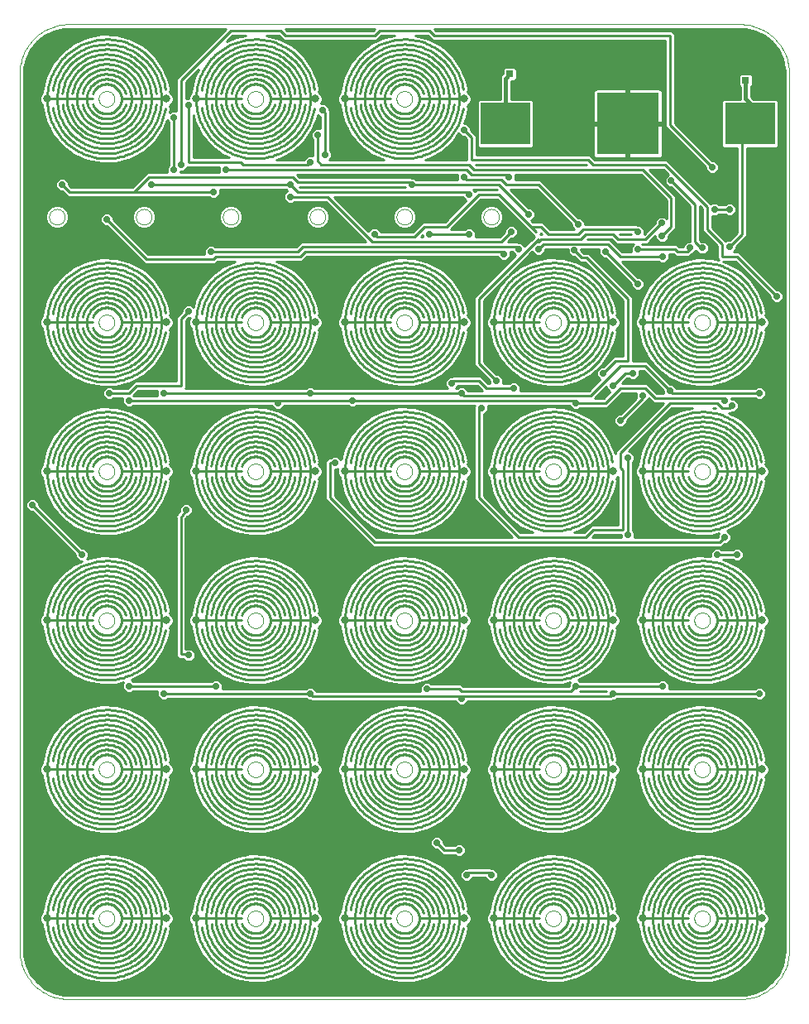
<source format=gbl>
G75*
G70*
%OFA0B0*%
%FSLAX24Y24*%
%IPPOS*%
%LPD*%
%AMOC8*
5,1,8,0,0,1.08239X$1,22.5*
%
%ADD10C,0.0010*%
%ADD11C,0.0039*%
%ADD12C,0.0100*%
%ADD13C,0.0320*%
%ADD14C,0.0000*%
%ADD15R,0.2500X0.2500*%
%ADD16R,0.2000X0.1700*%
%ADD17R,0.0277X0.0277*%
%ADD18OC8,0.0240*%
%ADD19C,0.0160*%
D10*
X027651Y000151D02*
X029151Y000151D01*
D11*
X029183Y000151D02*
X014651Y000151D01*
X002120Y000151D01*
X002026Y000153D01*
X001933Y000160D01*
X001840Y000171D01*
X001747Y000187D01*
X001656Y000207D01*
X001565Y000231D01*
X001476Y000259D01*
X001388Y000292D01*
X001302Y000329D01*
X001218Y000370D01*
X001135Y000415D01*
X001055Y000464D01*
X000978Y000516D01*
X000903Y000572D01*
X000831Y000632D01*
X000761Y000695D01*
X000695Y000761D01*
X000632Y000831D01*
X000572Y000903D01*
X000516Y000978D01*
X000464Y001055D01*
X000415Y001136D01*
X000370Y001218D01*
X000329Y001302D01*
X000292Y001388D01*
X000259Y001476D01*
X000231Y001565D01*
X000207Y001656D01*
X000187Y001747D01*
X000171Y001840D01*
X000160Y001933D01*
X000153Y002026D01*
X000151Y002120D01*
X000151Y018151D01*
X000151Y037433D01*
X000153Y037527D01*
X000160Y037620D01*
X000171Y037713D01*
X000187Y037806D01*
X000207Y037897D01*
X000231Y037988D01*
X000259Y038077D01*
X000292Y038165D01*
X000329Y038251D01*
X000370Y038335D01*
X000415Y038418D01*
X000464Y038498D01*
X000516Y038575D01*
X000572Y038650D01*
X000632Y038722D01*
X000695Y038792D01*
X000761Y038858D01*
X000831Y038921D01*
X000903Y038981D01*
X000978Y039037D01*
X001055Y039089D01*
X001135Y039138D01*
X001218Y039183D01*
X001302Y039224D01*
X001388Y039261D01*
X001476Y039294D01*
X001565Y039322D01*
X001656Y039346D01*
X001747Y039366D01*
X001840Y039382D01*
X001933Y039393D01*
X002026Y039400D01*
X002120Y039402D01*
X002120Y039401D02*
X015651Y039401D01*
X029183Y039401D01*
X029183Y039402D02*
X029277Y039400D01*
X029370Y039393D01*
X029463Y039382D01*
X029556Y039366D01*
X029647Y039346D01*
X029738Y039322D01*
X029827Y039294D01*
X029915Y039261D01*
X030001Y039224D01*
X030085Y039183D01*
X030167Y039138D01*
X030248Y039089D01*
X030325Y039037D01*
X030400Y038981D01*
X030472Y038921D01*
X030542Y038858D01*
X030608Y038792D01*
X030671Y038722D01*
X030731Y038650D01*
X030787Y038575D01*
X030839Y038498D01*
X030888Y038417D01*
X030933Y038335D01*
X030974Y038251D01*
X031011Y038165D01*
X031044Y038077D01*
X031072Y037988D01*
X031096Y037897D01*
X031116Y037806D01*
X031132Y037713D01*
X031143Y037620D01*
X031150Y037527D01*
X031152Y037433D01*
X031151Y037433D02*
X031151Y020901D01*
X031151Y002120D01*
X031152Y002120D02*
X031150Y002026D01*
X031143Y001933D01*
X031132Y001840D01*
X031116Y001747D01*
X031096Y001656D01*
X031072Y001565D01*
X031044Y001476D01*
X031011Y001388D01*
X030974Y001302D01*
X030933Y001218D01*
X030888Y001136D01*
X030839Y001055D01*
X030787Y000978D01*
X030731Y000903D01*
X030671Y000831D01*
X030608Y000761D01*
X030542Y000695D01*
X030472Y000632D01*
X030400Y000572D01*
X030325Y000516D01*
X030248Y000464D01*
X030168Y000415D01*
X030085Y000370D01*
X030001Y000329D01*
X029915Y000292D01*
X029827Y000259D01*
X029738Y000231D01*
X029647Y000207D01*
X029556Y000187D01*
X029463Y000171D01*
X029370Y000160D01*
X029277Y000153D01*
X029183Y000151D01*
D12*
X000848Y000848D02*
X000597Y001163D01*
X000422Y001526D01*
X000332Y001918D01*
X000321Y002120D01*
X000321Y018221D01*
X000321Y037362D01*
X000321Y037433D01*
X000332Y037634D01*
X000422Y038027D01*
X000597Y038390D01*
X000848Y038705D01*
X001163Y038956D01*
X001526Y039131D01*
X001918Y039220D01*
X002120Y039231D01*
X008463Y039231D01*
X006572Y037341D01*
X006461Y037230D01*
X006461Y035909D01*
X006459Y035911D01*
X006243Y035911D01*
X006185Y035853D01*
X006207Y035982D01*
X006219Y036060D01*
X006172Y036126D01*
X006221Y036147D01*
X006305Y036231D01*
X006351Y036341D01*
X006351Y036461D01*
X006305Y036571D01*
X006221Y036655D01*
X006175Y036674D01*
X006220Y036737D01*
X006208Y036814D01*
X006160Y037109D01*
X005934Y037661D01*
X005587Y038147D01*
X005140Y038541D01*
X005140Y038541D01*
X004614Y038824D01*
X004039Y038979D01*
X004039Y038979D01*
X003442Y039000D01*
X002857Y038884D01*
X002313Y038639D01*
X001840Y038276D01*
X001840Y038276D01*
X001461Y037815D01*
X001197Y037280D01*
X001061Y036699D01*
X001061Y036635D01*
X000997Y036571D01*
X000951Y036461D01*
X000951Y036341D01*
X000997Y036231D01*
X001061Y036167D01*
X001061Y036103D01*
X001197Y035523D01*
X001460Y034988D01*
X001839Y034527D01*
X002312Y034165D01*
X002855Y033919D01*
X003439Y033803D01*
X003440Y033803D01*
X004035Y033823D01*
X004035Y033823D01*
X004611Y033978D01*
X005136Y034259D01*
X005136Y034259D01*
X005584Y034652D01*
X005584Y034652D01*
X005584Y034652D01*
X005931Y035137D01*
X005931Y035137D01*
X006096Y035538D01*
X006161Y035473D01*
X006161Y033729D01*
X006091Y033659D01*
X006091Y033443D01*
X006094Y033441D01*
X005430Y033441D01*
X005272Y033441D01*
X004672Y032841D01*
X002230Y032841D01*
X002111Y032960D01*
X002111Y033059D01*
X001959Y033211D01*
X001743Y033211D01*
X001591Y033059D01*
X001591Y032843D01*
X001743Y032691D01*
X001842Y032691D01*
X001961Y032572D01*
X002072Y032461D01*
X004672Y032461D01*
X004830Y032461D01*
X007773Y032461D01*
X007843Y032391D01*
X008059Y032391D01*
X008211Y032543D01*
X008211Y032759D01*
X008209Y032761D01*
X010873Y032761D01*
X010934Y032701D01*
X010791Y032559D01*
X010791Y032343D01*
X010943Y032191D01*
X011159Y032191D01*
X011229Y032261D01*
X012472Y032261D01*
X014093Y030641D01*
X011630Y030641D01*
X011472Y030641D01*
X011272Y030441D01*
X008029Y030441D01*
X007959Y030511D01*
X007743Y030511D01*
X007591Y030359D01*
X007591Y030143D01*
X007594Y030141D01*
X005330Y030141D01*
X003911Y031560D01*
X003911Y031659D01*
X003759Y031811D01*
X003543Y031811D01*
X003391Y031659D01*
X003391Y031443D01*
X003543Y031291D01*
X003642Y031291D01*
X005172Y029761D01*
X005330Y029761D01*
X008030Y029761D01*
X008130Y029861D01*
X008806Y029861D01*
X008313Y029639D01*
X007840Y029276D01*
X007840Y029276D01*
X007461Y028815D01*
X007197Y028280D01*
X007139Y028031D01*
X007059Y028111D01*
X006843Y028111D01*
X006691Y027959D01*
X006691Y027860D01*
X006572Y027741D01*
X006461Y027630D01*
X006461Y025041D01*
X004930Y025041D01*
X004772Y025041D01*
X004472Y024741D01*
X003929Y024741D01*
X003859Y024811D01*
X003685Y024811D01*
X004035Y024823D01*
X004611Y024978D01*
X005136Y025259D01*
X005584Y025652D01*
X005584Y025652D01*
X005931Y026137D01*
X006158Y026688D01*
X006158Y026688D01*
X006207Y026982D01*
X006219Y027060D01*
X006172Y027126D01*
X006221Y027147D01*
X006305Y027231D01*
X006351Y027341D01*
X006351Y027461D01*
X006305Y027571D01*
X006221Y027655D01*
X006175Y027674D01*
X006220Y027737D01*
X006208Y027814D01*
X006160Y028109D01*
X005934Y028661D01*
X005587Y029147D01*
X005140Y029541D01*
X005140Y029541D01*
X004614Y029824D01*
X004039Y029979D01*
X004039Y029979D01*
X003442Y030000D01*
X002857Y029884D01*
X002313Y029639D01*
X001840Y029276D01*
X001840Y029276D01*
X001461Y028815D01*
X001197Y028280D01*
X001061Y027699D01*
X001061Y027635D01*
X000997Y027571D01*
X000951Y027461D01*
X000951Y027341D01*
X000997Y027231D01*
X001061Y027167D01*
X001061Y027103D01*
X001197Y026523D01*
X001197Y026523D01*
X001460Y025988D01*
X001839Y025527D01*
X002312Y025165D01*
X002855Y024919D01*
X003439Y024803D01*
X003440Y024803D01*
X003642Y024810D01*
X003491Y024659D01*
X003491Y024443D01*
X003643Y024291D01*
X003859Y024291D01*
X003929Y024361D01*
X004294Y024361D01*
X004291Y024359D01*
X004291Y024143D01*
X004443Y023991D01*
X004659Y023991D01*
X004729Y024061D01*
X010291Y024061D01*
X010291Y024043D01*
X010443Y023891D01*
X010659Y023891D01*
X010811Y024043D01*
X010811Y024061D01*
X013373Y024061D01*
X013443Y023991D01*
X013659Y023991D01*
X013729Y024061D01*
X018493Y024061D01*
X018461Y024030D01*
X018461Y023872D01*
X018461Y020272D01*
X018572Y020161D01*
X019993Y018741D01*
X014530Y018741D01*
X012841Y020430D01*
X012841Y021491D01*
X012959Y021491D01*
X012967Y021500D01*
X012951Y021461D01*
X012951Y021341D01*
X012997Y021231D01*
X013061Y021167D01*
X013061Y021103D01*
X013197Y020523D01*
X013197Y020523D01*
X013460Y019988D01*
X013839Y019527D01*
X014312Y019165D01*
X014855Y018919D01*
X015439Y018803D01*
X015440Y018803D01*
X016035Y018823D01*
X016035Y018823D01*
X016611Y018978D01*
X017136Y019259D01*
X017136Y019259D01*
X017584Y019652D01*
X017584Y019652D01*
X017584Y019652D01*
X017931Y020137D01*
X017931Y020137D01*
X018158Y020688D01*
X018158Y020688D01*
X018207Y020982D01*
X018219Y021060D01*
X018172Y021126D01*
X018221Y021147D01*
X018305Y021231D01*
X018351Y021341D01*
X018351Y021461D01*
X018305Y021571D01*
X018221Y021655D01*
X018175Y021674D01*
X018220Y021737D01*
X018208Y021814D01*
X018160Y022109D01*
X017934Y022661D01*
X017587Y023147D01*
X017140Y023541D01*
X017140Y023541D01*
X016614Y023824D01*
X016039Y023979D01*
X016039Y023979D01*
X015442Y024000D01*
X014857Y023884D01*
X014313Y023639D01*
X013840Y023276D01*
X013461Y022815D01*
X013197Y022280D01*
X013101Y021869D01*
X012959Y022011D01*
X012743Y022011D01*
X012674Y021941D01*
X012572Y021941D01*
X012461Y021830D01*
X012461Y021672D01*
X012461Y020272D01*
X012572Y020161D01*
X014372Y018361D01*
X014530Y018361D01*
X028430Y018361D01*
X028541Y018472D01*
X028560Y018491D01*
X028659Y018491D01*
X028811Y018643D01*
X028811Y018859D01*
X028664Y019006D01*
X029136Y019259D01*
X029136Y019259D01*
X029584Y019652D01*
X029584Y019652D01*
X029584Y019652D01*
X029931Y020137D01*
X029931Y020137D01*
X030158Y020688D01*
X030158Y020688D01*
X030207Y020982D01*
X030219Y021060D01*
X030172Y021126D01*
X030221Y021147D01*
X030305Y021231D01*
X030351Y021341D01*
X030351Y021461D01*
X030305Y021571D01*
X030221Y021655D01*
X030175Y021674D01*
X030220Y021737D01*
X030208Y021814D01*
X030160Y022109D01*
X029934Y022661D01*
X029587Y023147D01*
X029140Y023541D01*
X029140Y023541D01*
X028730Y023761D01*
X028830Y023761D01*
X028860Y023791D01*
X028959Y023791D01*
X029111Y023943D01*
X029111Y024159D01*
X028959Y024311D01*
X028811Y024311D01*
X028811Y024359D01*
X028809Y024361D01*
X029773Y024361D01*
X029843Y024291D01*
X030059Y024291D01*
X030211Y024443D01*
X030211Y024659D01*
X030059Y024811D01*
X029843Y024811D01*
X029773Y024741D01*
X026611Y024741D01*
X026611Y024759D01*
X026459Y024911D01*
X026360Y024911D01*
X025541Y025730D01*
X025430Y025841D01*
X024841Y025841D01*
X024841Y025930D01*
X024841Y028430D01*
X024730Y028541D01*
X023080Y030191D01*
X022922Y030191D01*
X022880Y030191D01*
X022761Y030310D01*
X022761Y030361D01*
X023494Y030361D01*
X023491Y030359D01*
X023491Y030143D01*
X023643Y029991D01*
X023742Y029991D01*
X024791Y028942D01*
X024791Y028843D01*
X024943Y028691D01*
X025159Y028691D01*
X025311Y028843D01*
X025311Y029059D01*
X025159Y029211D01*
X025060Y029211D01*
X024410Y029861D01*
X024430Y029861D01*
X025873Y029861D01*
X025943Y029791D01*
X026159Y029791D01*
X026311Y029943D01*
X026311Y030159D01*
X026309Y030161D01*
X026472Y030161D01*
X026572Y030061D01*
X026730Y030061D01*
X027130Y030061D01*
X027210Y030141D01*
X027259Y030141D01*
X027401Y030284D01*
X027543Y030141D01*
X027759Y030141D01*
X027911Y030293D01*
X027911Y030509D01*
X027759Y030661D01*
X027610Y030661D01*
X027541Y030730D01*
X027541Y032093D01*
X027661Y031972D01*
X027661Y031230D01*
X027661Y031072D01*
X028261Y030472D01*
X028261Y030130D01*
X028261Y029972D01*
X028334Y029899D01*
X028039Y029979D01*
X027442Y030000D01*
X026857Y029884D01*
X026313Y029639D01*
X025840Y029276D01*
X025840Y029276D01*
X025461Y028815D01*
X025197Y028280D01*
X025061Y027699D01*
X025061Y027635D01*
X024997Y027571D01*
X024951Y027461D01*
X024951Y027341D01*
X024997Y027231D01*
X025061Y027167D01*
X025061Y027103D01*
X025197Y026523D01*
X025197Y026523D01*
X025460Y025988D01*
X025839Y025527D01*
X026312Y025165D01*
X026855Y024919D01*
X027439Y024803D01*
X027440Y024803D01*
X028035Y024823D01*
X028035Y024823D01*
X028611Y024978D01*
X029136Y025259D01*
X029136Y025259D01*
X029584Y025652D01*
X029584Y025652D01*
X029584Y025652D01*
X029931Y026137D01*
X029931Y026137D01*
X030158Y026688D01*
X030158Y026688D01*
X030207Y026982D01*
X030219Y027060D01*
X030172Y027126D01*
X030221Y027147D01*
X030305Y027231D01*
X030351Y027341D01*
X030351Y027461D01*
X030305Y027571D01*
X030221Y027655D01*
X030175Y027674D01*
X030220Y027737D01*
X030208Y027814D01*
X030160Y028109D01*
X029934Y028661D01*
X029587Y029147D01*
X029140Y029541D01*
X028614Y029824D01*
X028475Y029861D01*
X028972Y029861D01*
X030391Y028442D01*
X030391Y028343D01*
X030543Y028191D01*
X030759Y028191D01*
X030911Y028343D01*
X030911Y028559D01*
X030759Y028711D01*
X030660Y028711D01*
X029130Y030241D01*
X028972Y030241D01*
X028909Y030241D01*
X029011Y030343D01*
X029011Y030442D01*
X029330Y030761D01*
X029441Y030872D01*
X029441Y034411D01*
X030630Y034411D01*
X030712Y034493D01*
X030712Y036309D01*
X030630Y036391D01*
X029722Y036391D01*
X029621Y036492D01*
X029621Y036896D01*
X029680Y036954D01*
X029680Y037348D01*
X029598Y037430D01*
X029204Y037430D01*
X029122Y037348D01*
X029122Y036954D01*
X029181Y036896D01*
X029181Y036391D01*
X028514Y036391D01*
X028432Y036309D01*
X028432Y034493D01*
X028514Y034411D01*
X029061Y034411D01*
X029061Y031030D01*
X028742Y030711D01*
X028643Y030711D01*
X028602Y030669D01*
X028530Y030741D01*
X028041Y031230D01*
X028041Y031694D01*
X028043Y031691D01*
X028259Y031691D01*
X028329Y031761D01*
X028573Y031761D01*
X028643Y031691D01*
X028859Y031691D01*
X029011Y031843D01*
X029011Y032059D01*
X028859Y032211D01*
X028643Y032211D01*
X028573Y032141D01*
X028329Y032141D01*
X028259Y032211D01*
X028043Y032211D01*
X028002Y032169D01*
X027930Y032241D01*
X026230Y033941D01*
X026072Y033941D01*
X023330Y033941D01*
X023130Y034141D01*
X022972Y034141D01*
X018541Y034141D01*
X018541Y034930D01*
X018430Y035041D01*
X018311Y035160D01*
X018311Y035259D01*
X018159Y035411D01*
X018044Y035411D01*
X018158Y035688D01*
X018158Y035688D01*
X018207Y035982D01*
X018219Y036060D01*
X018172Y036126D01*
X018221Y036147D01*
X018305Y036231D01*
X018351Y036341D01*
X018351Y036461D01*
X018305Y036571D01*
X018221Y036655D01*
X018175Y036674D01*
X018220Y036737D01*
X018208Y036814D01*
X018160Y037109D01*
X017934Y037661D01*
X017587Y038147D01*
X017140Y038541D01*
X017140Y038541D01*
X016614Y038824D01*
X016105Y038961D01*
X016572Y038961D01*
X016772Y038761D01*
X016930Y038761D01*
X026161Y038761D01*
X026161Y035272D01*
X026272Y035161D01*
X027791Y033642D01*
X027791Y033543D01*
X027943Y033391D01*
X028159Y033391D01*
X028311Y033543D01*
X028311Y033759D01*
X028159Y033911D01*
X028060Y033911D01*
X026541Y035430D01*
X026541Y038872D01*
X026541Y039030D01*
X026430Y039141D01*
X016930Y039141D01*
X016841Y039230D01*
X016839Y039231D01*
X029112Y039231D01*
X029183Y039231D01*
X029384Y039220D01*
X029777Y039131D01*
X030140Y038956D01*
X030455Y038705D01*
X030706Y038390D01*
X030881Y038027D01*
X030970Y037634D01*
X030981Y037433D01*
X030981Y020971D01*
X030981Y002190D01*
X030981Y002120D01*
X030970Y001918D01*
X030881Y001526D01*
X030706Y001163D01*
X030455Y000848D01*
X030140Y000597D01*
X029777Y000422D01*
X029384Y000332D01*
X029183Y000321D01*
X014581Y000321D01*
X002190Y000321D01*
X002120Y000321D01*
X001918Y000332D01*
X001526Y000422D01*
X001163Y000597D01*
X000848Y000848D01*
X000856Y000841D02*
X003247Y000841D01*
X003439Y000803D02*
X003440Y000803D01*
X004035Y000823D01*
X004035Y000823D01*
X004611Y000978D01*
X005136Y001259D01*
X005136Y001259D01*
X005584Y001652D01*
X005584Y001652D01*
X005584Y001652D01*
X005931Y002137D01*
X005931Y002137D01*
X006158Y002688D01*
X006158Y002688D01*
X006207Y002982D01*
X006219Y003060D01*
X006172Y003126D01*
X006221Y003147D01*
X006305Y003231D01*
X006351Y003341D01*
X006351Y003461D01*
X006305Y003571D01*
X006221Y003655D01*
X006175Y003674D01*
X006220Y003737D01*
X006208Y003814D01*
X006160Y004109D01*
X005934Y004661D01*
X005587Y005147D01*
X005140Y005541D01*
X004614Y005824D01*
X004039Y005979D01*
X003442Y006000D01*
X002857Y005884D01*
X002313Y005639D01*
X001840Y005276D01*
X001840Y005276D01*
X001461Y004815D01*
X001197Y004280D01*
X001061Y003699D01*
X000321Y003699D01*
X000321Y003797D02*
X001084Y003797D01*
X001061Y003699D02*
X001061Y003699D01*
X001061Y003635D01*
X000997Y003571D01*
X000951Y003461D01*
X000951Y003341D01*
X000997Y003231D01*
X001061Y003167D01*
X001061Y003103D01*
X001197Y002523D01*
X001197Y002523D01*
X001460Y001988D01*
X001839Y001527D01*
X002312Y001165D01*
X002855Y000919D01*
X003439Y000803D01*
X002855Y000919D02*
X002855Y000919D01*
X002809Y000940D02*
X000774Y000940D01*
X000696Y001038D02*
X002591Y001038D01*
X002374Y001137D02*
X000617Y001137D01*
X000562Y001235D02*
X002220Y001235D01*
X002312Y001165D02*
X002312Y001165D01*
X002091Y001334D02*
X000514Y001334D01*
X000467Y001432D02*
X001963Y001432D01*
X001839Y001527D02*
X001839Y001527D01*
X001839Y001527D01*
X001836Y001531D02*
X000421Y001531D01*
X000398Y001629D02*
X001755Y001629D01*
X001674Y001728D02*
X000376Y001728D01*
X000353Y001826D02*
X001593Y001826D01*
X001512Y001925D02*
X000332Y001925D01*
X000326Y002024D02*
X001443Y002024D01*
X001460Y001988D02*
X001460Y001988D01*
X001394Y002122D02*
X000321Y002122D01*
X000321Y002221D02*
X001346Y002221D01*
X001297Y002319D02*
X000321Y002319D01*
X000321Y002418D02*
X001248Y002418D01*
X001200Y002516D02*
X000321Y002516D01*
X000321Y002615D02*
X001175Y002615D01*
X001152Y002713D02*
X000321Y002713D01*
X000321Y002812D02*
X001129Y002812D01*
X001106Y002910D02*
X000321Y002910D01*
X000321Y003009D02*
X001083Y003009D01*
X001061Y003103D02*
X001061Y003103D01*
X001061Y003107D02*
X000321Y003107D01*
X000321Y003206D02*
X001022Y003206D01*
X000966Y003305D02*
X000321Y003305D01*
X000321Y003403D02*
X000951Y003403D01*
X000968Y003502D02*
X000321Y003502D01*
X000321Y003600D02*
X001026Y003600D01*
X001151Y003401D02*
X001251Y003401D01*
X001651Y003401D01*
X002051Y003401D01*
X002451Y003401D01*
X002851Y003401D01*
X003094Y003401D01*
X003088Y003190D02*
X003107Y003146D01*
X003128Y003104D01*
X003153Y003064D01*
X003181Y003025D01*
X003212Y002989D01*
X003246Y002956D01*
X003283Y002925D01*
X003321Y002898D01*
X003362Y002873D01*
X003405Y002852D01*
X003449Y002835D01*
X003494Y002820D01*
X003540Y002810D01*
X003587Y002803D01*
X003635Y002800D01*
X003682Y002801D01*
X003730Y002805D01*
X003776Y002814D01*
X003822Y002826D01*
X003867Y002841D01*
X003911Y002860D01*
X003953Y002883D01*
X003993Y002909D01*
X004030Y002937D01*
X004066Y002969D01*
X004098Y003004D01*
X004128Y003041D01*
X004155Y003080D01*
X004179Y003121D01*
X004199Y003164D01*
X004216Y003208D01*
X004229Y003254D01*
X004239Y003300D01*
X004245Y003348D01*
X004247Y003395D01*
X004251Y003401D02*
X004651Y003401D01*
X005051Y003401D01*
X005451Y003401D01*
X005851Y003401D01*
X006151Y003401D01*
X006351Y003403D02*
X006951Y003403D01*
X006951Y003461D02*
X006951Y003341D01*
X006997Y003231D01*
X007061Y003167D01*
X007061Y003103D01*
X007197Y002523D01*
X007197Y002523D01*
X007460Y001988D01*
X007839Y001527D01*
X008312Y001165D01*
X008855Y000919D01*
X009439Y000803D01*
X009440Y000803D01*
X010035Y000823D01*
X010035Y000823D01*
X010611Y000978D01*
X011136Y001259D01*
X011136Y001259D01*
X011584Y001652D01*
X011584Y001652D01*
X011584Y001652D01*
X011931Y002137D01*
X011931Y002137D01*
X012158Y002688D01*
X012158Y002688D01*
X012207Y002982D01*
X012219Y003060D01*
X012172Y003126D01*
X012221Y003147D01*
X012305Y003231D01*
X012351Y003341D01*
X012351Y003461D01*
X012305Y003571D01*
X012221Y003655D01*
X012175Y003674D01*
X012220Y003737D01*
X012208Y003814D01*
X012160Y004109D01*
X011934Y004661D01*
X011587Y005147D01*
X011140Y005541D01*
X011140Y005541D01*
X010614Y005824D01*
X010039Y005979D01*
X010039Y005979D01*
X009442Y006000D01*
X008857Y005884D01*
X008313Y005639D01*
X007840Y005276D01*
X007840Y005276D01*
X007461Y004815D01*
X007197Y004280D01*
X007061Y003699D01*
X006193Y003699D01*
X006211Y003797D02*
X007084Y003797D01*
X007061Y003699D02*
X007061Y003699D01*
X007061Y003635D01*
X006997Y003571D01*
X006951Y003461D01*
X006968Y003502D02*
X006334Y003502D01*
X006276Y003600D02*
X007026Y003600D01*
X007151Y003401D02*
X007251Y003401D01*
X007651Y003401D01*
X008051Y003401D01*
X008451Y003401D01*
X008851Y003401D01*
X009094Y003401D01*
X009088Y003190D02*
X009107Y003146D01*
X009128Y003104D01*
X009153Y003064D01*
X009181Y003025D01*
X009212Y002989D01*
X009246Y002956D01*
X009283Y002925D01*
X009321Y002898D01*
X009362Y002873D01*
X009405Y002852D01*
X009449Y002835D01*
X009494Y002820D01*
X009540Y002810D01*
X009587Y002803D01*
X009635Y002800D01*
X009682Y002801D01*
X009730Y002805D01*
X009776Y002814D01*
X009822Y002826D01*
X009867Y002841D01*
X009911Y002860D01*
X009953Y002883D01*
X009993Y002909D01*
X010030Y002937D01*
X010066Y002969D01*
X010098Y003004D01*
X010128Y003041D01*
X010155Y003080D01*
X010179Y003121D01*
X010199Y003164D01*
X010216Y003208D01*
X010229Y003254D01*
X010239Y003300D01*
X010245Y003348D01*
X010247Y003395D01*
X010251Y003401D02*
X010651Y003401D01*
X011051Y003401D01*
X011451Y003401D01*
X011851Y003401D01*
X012151Y003401D01*
X012351Y003403D02*
X012951Y003403D01*
X012951Y003461D02*
X012951Y003341D01*
X012997Y003231D01*
X013061Y003167D01*
X013061Y003103D01*
X013197Y002523D01*
X013197Y002523D01*
X013460Y001988D01*
X013839Y001527D01*
X014312Y001165D01*
X014855Y000919D01*
X015439Y000803D01*
X015440Y000803D01*
X016035Y000823D01*
X016611Y000978D01*
X017136Y001259D01*
X017584Y001652D01*
X017584Y001652D01*
X017931Y002137D01*
X018158Y002688D01*
X018207Y002982D01*
X018219Y003060D01*
X018172Y003126D01*
X018221Y003147D01*
X018305Y003231D01*
X018351Y003341D01*
X018351Y003461D01*
X018305Y003571D01*
X018221Y003655D01*
X018175Y003674D01*
X018220Y003737D01*
X018208Y003814D01*
X018160Y004109D01*
X017934Y004661D01*
X017587Y005147D01*
X017140Y005541D01*
X017140Y005541D01*
X016614Y005824D01*
X016039Y005979D01*
X016039Y005979D01*
X015442Y006000D01*
X014857Y005884D01*
X014313Y005639D01*
X013840Y005276D01*
X013840Y005276D01*
X013461Y004815D01*
X013197Y004280D01*
X013061Y003699D01*
X012193Y003699D01*
X012211Y003797D02*
X013084Y003797D01*
X013061Y003699D02*
X013061Y003699D01*
X013061Y003635D01*
X012997Y003571D01*
X012951Y003461D01*
X012968Y003502D02*
X012334Y003502D01*
X012276Y003600D02*
X013026Y003600D01*
X013151Y003401D02*
X013251Y003401D01*
X013651Y003401D01*
X014051Y003401D01*
X014451Y003401D01*
X014851Y003401D01*
X015094Y003401D01*
X015088Y003190D02*
X015107Y003146D01*
X015128Y003104D01*
X015153Y003064D01*
X015181Y003025D01*
X015212Y002989D01*
X015246Y002956D01*
X015283Y002925D01*
X015321Y002898D01*
X015362Y002873D01*
X015405Y002852D01*
X015449Y002835D01*
X015494Y002820D01*
X015540Y002810D01*
X015587Y002803D01*
X015635Y002800D01*
X015682Y002801D01*
X015730Y002805D01*
X015776Y002814D01*
X015822Y002826D01*
X015867Y002841D01*
X015911Y002860D01*
X015953Y002883D01*
X015993Y002909D01*
X016030Y002937D01*
X016066Y002969D01*
X016098Y003004D01*
X016128Y003041D01*
X016155Y003080D01*
X016179Y003121D01*
X016199Y003164D01*
X016216Y003208D01*
X016229Y003254D01*
X016239Y003300D01*
X016245Y003348D01*
X016247Y003395D01*
X016251Y003401D02*
X016651Y003401D01*
X017051Y003401D01*
X017451Y003401D01*
X017851Y003401D01*
X018151Y003401D01*
X018351Y003403D02*
X018951Y003403D01*
X018951Y003461D02*
X018951Y003341D01*
X018997Y003231D01*
X019061Y003167D01*
X019061Y003103D01*
X019197Y002523D01*
X019460Y001988D01*
X019839Y001527D01*
X020312Y001165D01*
X020312Y001165D01*
X020855Y000919D01*
X021439Y000803D01*
X021440Y000803D01*
X022035Y000823D01*
X022035Y000823D01*
X022611Y000978D01*
X023136Y001259D01*
X023136Y001259D01*
X023584Y001652D01*
X023584Y001652D01*
X023584Y001652D01*
X023931Y002137D01*
X023931Y002137D01*
X024158Y002688D01*
X024158Y002688D01*
X024207Y002982D01*
X024219Y003060D01*
X024172Y003126D01*
X024221Y003147D01*
X024305Y003231D01*
X024351Y003341D01*
X024351Y003461D01*
X024305Y003571D01*
X024221Y003655D01*
X024175Y003674D01*
X024220Y003737D01*
X024208Y003814D01*
X024160Y004109D01*
X023934Y004661D01*
X023587Y005147D01*
X023140Y005541D01*
X023140Y005541D01*
X022614Y005824D01*
X022039Y005979D01*
X022039Y005979D01*
X021442Y006000D01*
X020857Y005884D01*
X020313Y005639D01*
X019840Y005276D01*
X019840Y005276D01*
X019461Y004815D01*
X019197Y004280D01*
X019061Y003699D01*
X018193Y003699D01*
X018211Y003797D02*
X019084Y003797D01*
X019061Y003699D02*
X019061Y003699D01*
X019061Y003635D01*
X018997Y003571D01*
X018951Y003461D01*
X018968Y003502D02*
X018334Y003502D01*
X018276Y003600D02*
X019026Y003600D01*
X019151Y003401D02*
X019251Y003401D01*
X019651Y003401D01*
X020051Y003401D01*
X020451Y003401D01*
X020851Y003401D01*
X021094Y003401D01*
X021088Y003190D02*
X021107Y003146D01*
X021128Y003104D01*
X021153Y003064D01*
X021181Y003025D01*
X021212Y002989D01*
X021246Y002956D01*
X021283Y002925D01*
X021321Y002898D01*
X021362Y002873D01*
X021405Y002852D01*
X021449Y002835D01*
X021494Y002820D01*
X021540Y002810D01*
X021587Y002803D01*
X021635Y002800D01*
X021682Y002801D01*
X021730Y002805D01*
X021776Y002814D01*
X021822Y002826D01*
X021867Y002841D01*
X021911Y002860D01*
X021953Y002883D01*
X021993Y002909D01*
X022030Y002937D01*
X022066Y002969D01*
X022098Y003004D01*
X022128Y003041D01*
X022155Y003080D01*
X022179Y003121D01*
X022199Y003164D01*
X022216Y003208D01*
X022229Y003254D01*
X022239Y003300D01*
X022245Y003348D01*
X022247Y003395D01*
X022251Y003401D02*
X022651Y003401D01*
X023051Y003401D01*
X023451Y003401D01*
X023851Y003401D01*
X024151Y003401D01*
X024351Y003403D02*
X024951Y003403D01*
X024951Y003461D02*
X024951Y003341D01*
X024997Y003231D01*
X025061Y003167D01*
X025061Y003103D01*
X025197Y002523D01*
X025197Y002523D01*
X025460Y001988D01*
X025839Y001527D01*
X026312Y001165D01*
X026855Y000919D01*
X027439Y000803D01*
X027440Y000803D01*
X028035Y000823D01*
X028035Y000823D01*
X028611Y000978D01*
X029136Y001259D01*
X029136Y001259D01*
X029584Y001652D01*
X029584Y001652D01*
X029584Y001652D01*
X029931Y002137D01*
X029931Y002137D01*
X030158Y002688D01*
X030158Y002688D01*
X030207Y002982D01*
X030219Y003060D01*
X030172Y003126D01*
X030221Y003147D01*
X030305Y003231D01*
X030351Y003341D01*
X030351Y003461D01*
X030305Y003571D01*
X030221Y003655D01*
X030175Y003674D01*
X030220Y003737D01*
X030208Y003814D01*
X030160Y004109D01*
X029934Y004661D01*
X029587Y005147D01*
X029140Y005541D01*
X029140Y005541D01*
X028614Y005824D01*
X028039Y005979D01*
X028039Y005979D01*
X027442Y006000D01*
X026857Y005884D01*
X026313Y005639D01*
X025840Y005276D01*
X025840Y005276D01*
X025461Y004815D01*
X025197Y004280D01*
X025061Y003699D01*
X024193Y003699D01*
X024211Y003797D02*
X025084Y003797D01*
X025061Y003699D02*
X025061Y003699D01*
X025061Y003635D01*
X024997Y003571D01*
X024951Y003461D01*
X024968Y003502D02*
X024334Y003502D01*
X024276Y003600D02*
X025026Y003600D01*
X025151Y003401D02*
X025251Y003401D01*
X025651Y003401D01*
X026051Y003401D01*
X026451Y003401D01*
X026851Y003401D01*
X027094Y003401D01*
X027088Y003190D02*
X027107Y003146D01*
X027128Y003104D01*
X027153Y003064D01*
X027181Y003025D01*
X027212Y002989D01*
X027246Y002956D01*
X027283Y002925D01*
X027321Y002898D01*
X027362Y002873D01*
X027405Y002852D01*
X027449Y002835D01*
X027494Y002820D01*
X027540Y002810D01*
X027587Y002803D01*
X027635Y002800D01*
X027682Y002801D01*
X027730Y002805D01*
X027776Y002814D01*
X027822Y002826D01*
X027867Y002841D01*
X027911Y002860D01*
X027953Y002883D01*
X027993Y002909D01*
X028030Y002937D01*
X028066Y002969D01*
X028098Y003004D01*
X028128Y003041D01*
X028155Y003080D01*
X028179Y003121D01*
X028199Y003164D01*
X028216Y003208D01*
X028229Y003254D01*
X028239Y003300D01*
X028245Y003348D01*
X028247Y003395D01*
X028251Y003401D02*
X028651Y003401D01*
X029051Y003401D01*
X029451Y003401D01*
X029851Y003401D01*
X030151Y003401D01*
X030351Y003403D02*
X030981Y003403D01*
X030981Y003305D02*
X030336Y003305D01*
X030280Y003206D02*
X030981Y003206D01*
X030981Y003107D02*
X030185Y003107D01*
X030211Y003009D02*
X030981Y003009D01*
X030981Y002910D02*
X030195Y002910D01*
X030179Y002812D02*
X030981Y002812D01*
X030981Y002713D02*
X030162Y002713D01*
X030128Y002615D02*
X030981Y002615D01*
X030981Y002516D02*
X030087Y002516D01*
X030047Y002418D02*
X030981Y002418D01*
X030981Y002319D02*
X030006Y002319D01*
X029965Y002221D02*
X030981Y002221D01*
X030981Y002122D02*
X029920Y002122D01*
X029849Y002024D02*
X030976Y002024D01*
X030971Y001925D02*
X029779Y001925D01*
X029709Y001826D02*
X030949Y001826D01*
X030927Y001728D02*
X029638Y001728D01*
X029558Y001629D02*
X030904Y001629D01*
X030882Y001531D02*
X029446Y001531D01*
X029334Y001432D02*
X030836Y001432D01*
X030788Y001334D02*
X029221Y001334D01*
X029092Y001235D02*
X030741Y001235D01*
X030685Y001137D02*
X028908Y001137D01*
X028724Y001038D02*
X030606Y001038D01*
X030528Y000940D02*
X028469Y000940D01*
X028611Y000978D02*
X028611Y000978D01*
X028103Y000841D02*
X030446Y000841D01*
X030323Y000742D02*
X000980Y000742D01*
X001103Y000644D02*
X030199Y000644D01*
X030033Y000545D02*
X001269Y000545D01*
X001474Y000447D02*
X029829Y000447D01*
X029455Y000348D02*
X001848Y000348D01*
X004103Y000841D02*
X009247Y000841D01*
X008855Y000919D02*
X008855Y000919D01*
X008809Y000940D02*
X004469Y000940D01*
X004611Y000978D02*
X004611Y000978D01*
X004724Y001038D02*
X008591Y001038D01*
X008374Y001137D02*
X004908Y001137D01*
X005092Y001235D02*
X008220Y001235D01*
X008312Y001165D02*
X008312Y001165D01*
X008091Y001334D02*
X005221Y001334D01*
X005334Y001432D02*
X007963Y001432D01*
X007839Y001527D02*
X007839Y001527D01*
X007839Y001527D01*
X007836Y001531D02*
X005446Y001531D01*
X005558Y001629D02*
X007755Y001629D01*
X007674Y001728D02*
X005638Y001728D01*
X005709Y001826D02*
X007593Y001826D01*
X007512Y001925D02*
X005779Y001925D01*
X005849Y002024D02*
X007443Y002024D01*
X007460Y001988D02*
X007460Y001988D01*
X007394Y002122D02*
X005920Y002122D01*
X005965Y002221D02*
X007346Y002221D01*
X007297Y002319D02*
X006006Y002319D01*
X006047Y002418D02*
X007248Y002418D01*
X007200Y002516D02*
X006087Y002516D01*
X006128Y002615D02*
X007175Y002615D01*
X007152Y002713D02*
X006162Y002713D01*
X006179Y002812D02*
X007129Y002812D01*
X007106Y002910D02*
X006195Y002910D01*
X006211Y003009D02*
X007083Y003009D01*
X007061Y003103D02*
X007061Y003103D01*
X007061Y003107D02*
X006185Y003107D01*
X006280Y003206D02*
X007022Y003206D01*
X006966Y003305D02*
X006336Y003305D01*
X006195Y003896D02*
X007107Y003896D01*
X007130Y003994D02*
X006179Y003994D01*
X006163Y004093D02*
X007153Y004093D01*
X007176Y004191D02*
X006126Y004191D01*
X006160Y004109D02*
X006160Y004109D01*
X006086Y004290D02*
X007202Y004290D01*
X007197Y004280D02*
X007197Y004280D01*
X007250Y004389D02*
X006045Y004389D01*
X006005Y004487D02*
X007299Y004487D01*
X007348Y004586D02*
X005964Y004586D01*
X005934Y004661D02*
X005934Y004661D01*
X005917Y004684D02*
X007396Y004684D01*
X007445Y004783D02*
X005847Y004783D01*
X005776Y004881D02*
X007515Y004881D01*
X007461Y004815D02*
X007461Y004815D01*
X007596Y004980D02*
X005706Y004980D01*
X005636Y005078D02*
X007677Y005078D01*
X007758Y005177D02*
X005553Y005177D01*
X005587Y005147D02*
X005587Y005147D01*
X005441Y005275D02*
X007839Y005275D01*
X007968Y005374D02*
X005330Y005374D01*
X005218Y005473D02*
X008096Y005473D01*
X008225Y005571D02*
X005084Y005571D01*
X004901Y005670D02*
X008382Y005670D01*
X008313Y005639D02*
X008313Y005639D01*
X008600Y005768D02*
X004718Y005768D01*
X004614Y005824D02*
X004614Y005824D01*
X004455Y005867D02*
X008818Y005867D01*
X008857Y005884D02*
X008857Y005884D01*
X009267Y005965D02*
X004090Y005965D01*
X004035Y006823D02*
X004611Y006978D01*
X005136Y007259D01*
X005136Y007259D01*
X005584Y007652D01*
X005584Y007652D01*
X005584Y007652D01*
X005931Y008137D01*
X005931Y008137D01*
X006158Y008688D01*
X006158Y008688D01*
X006207Y008982D01*
X006219Y009060D01*
X006172Y009126D01*
X006221Y009147D01*
X006305Y009231D01*
X006351Y009341D01*
X006351Y009461D01*
X006305Y009571D01*
X006221Y009655D01*
X006175Y009674D01*
X006220Y009737D01*
X006208Y009814D01*
X006160Y010109D01*
X005934Y010661D01*
X005587Y011147D01*
X005140Y011541D01*
X005140Y011541D01*
X004614Y011824D01*
X004039Y011979D01*
X004039Y011979D01*
X003442Y012000D01*
X002857Y011884D01*
X002313Y011639D01*
X001840Y011276D01*
X001461Y010815D01*
X001197Y010280D01*
X001061Y009699D01*
X001061Y009635D01*
X000997Y009571D01*
X000951Y009461D01*
X000951Y009341D01*
X000997Y009231D01*
X001061Y009167D01*
X001061Y009103D01*
X001197Y008523D01*
X001197Y008523D01*
X001460Y007988D01*
X001839Y007527D01*
X002312Y007165D01*
X002855Y006919D01*
X003439Y006803D01*
X003440Y006803D01*
X004035Y006823D01*
X004035Y006823D01*
X004144Y006852D02*
X009191Y006852D01*
X009439Y006803D02*
X008855Y006919D01*
X008855Y006919D01*
X008312Y007165D01*
X008312Y007165D01*
X007839Y007527D01*
X007839Y007527D01*
X007839Y007527D01*
X007460Y007988D01*
X007460Y007988D01*
X007197Y008523D01*
X007197Y008523D01*
X007061Y009103D01*
X007061Y009103D01*
X007061Y009167D01*
X006997Y009231D01*
X006951Y009341D01*
X006951Y009461D01*
X006997Y009571D01*
X007061Y009635D01*
X007061Y009699D01*
X007061Y009699D01*
X007197Y010280D01*
X007197Y010280D01*
X007461Y010815D01*
X007461Y010815D01*
X007840Y011276D01*
X007840Y011276D01*
X008313Y011639D01*
X008313Y011639D01*
X008857Y011884D01*
X009442Y012000D01*
X010039Y011979D01*
X010614Y011824D01*
X010614Y011824D01*
X011140Y011541D01*
X011587Y011147D01*
X011587Y011147D01*
X011934Y010661D01*
X011934Y010661D01*
X012160Y010109D01*
X012160Y010109D01*
X012208Y009814D01*
X012220Y009737D01*
X012175Y009674D01*
X012221Y009655D01*
X012305Y009571D01*
X012351Y009461D01*
X012351Y009341D01*
X012305Y009231D01*
X012221Y009147D01*
X012172Y009126D01*
X012219Y009060D01*
X012207Y008982D01*
X012158Y008688D01*
X012158Y008688D01*
X011931Y008137D01*
X011931Y008137D01*
X011584Y007652D01*
X011584Y007652D01*
X011136Y007259D01*
X011136Y007259D01*
X010611Y006978D01*
X010611Y006978D01*
X010035Y006823D01*
X010035Y006823D01*
X009440Y006803D01*
X009439Y006803D01*
X010144Y006852D02*
X015191Y006852D01*
X015439Y006803D02*
X014855Y006919D01*
X014855Y006919D01*
X014312Y007165D01*
X014312Y007165D01*
X013839Y007527D01*
X013839Y007527D01*
X013839Y007527D01*
X013460Y007988D01*
X013460Y007988D01*
X013197Y008523D01*
X013197Y008523D01*
X013061Y009103D01*
X013061Y009103D01*
X013061Y009167D01*
X012997Y009231D01*
X012951Y009341D01*
X012951Y009461D01*
X012997Y009571D01*
X013061Y009635D01*
X013061Y009699D01*
X013061Y009699D01*
X013197Y010280D01*
X013197Y010280D01*
X013461Y010815D01*
X013461Y010815D01*
X013840Y011276D01*
X013840Y011276D01*
X014313Y011639D01*
X014313Y011639D01*
X014857Y011884D01*
X014857Y011884D01*
X015442Y012000D01*
X015442Y012000D01*
X016039Y011979D01*
X016039Y011979D01*
X016614Y011824D01*
X016614Y011824D01*
X017140Y011541D01*
X017140Y011541D01*
X017587Y011147D01*
X017587Y011147D01*
X017934Y010661D01*
X018160Y010109D01*
X018208Y009814D01*
X018220Y009737D01*
X018175Y009674D01*
X018221Y009655D01*
X018305Y009571D01*
X018351Y009461D01*
X018351Y009341D01*
X018305Y009231D01*
X018221Y009147D01*
X018172Y009126D01*
X018219Y009060D01*
X018207Y008982D01*
X018158Y008688D01*
X018158Y008688D01*
X017931Y008137D01*
X017931Y008137D01*
X017584Y007652D01*
X017584Y007652D01*
X017136Y007259D01*
X017136Y007259D01*
X016611Y006978D01*
X016611Y006978D01*
X016035Y006823D01*
X016035Y006823D01*
X015440Y006803D01*
X015439Y006803D01*
X014784Y006951D02*
X010511Y006951D01*
X010745Y007049D02*
X014567Y007049D01*
X014349Y007148D02*
X010929Y007148D01*
X011113Y007246D02*
X014205Y007246D01*
X014077Y007345D02*
X011234Y007345D01*
X011346Y007443D02*
X013948Y007443D01*
X013827Y007542D02*
X011458Y007542D01*
X011571Y007640D02*
X013746Y007640D01*
X013665Y007739D02*
X011646Y007739D01*
X011584Y007652D02*
X011584Y007652D01*
X011717Y007838D02*
X013584Y007838D01*
X013503Y007936D02*
X011787Y007936D01*
X011857Y008035D02*
X013437Y008035D01*
X013389Y008133D02*
X011928Y008133D01*
X011970Y008232D02*
X013340Y008232D01*
X013291Y008330D02*
X012011Y008330D01*
X012051Y008429D02*
X013243Y008429D01*
X013196Y008527D02*
X012092Y008527D01*
X012133Y008626D02*
X013173Y008626D01*
X013150Y008724D02*
X012164Y008724D01*
X012180Y008823D02*
X013127Y008823D01*
X013104Y008922D02*
X012197Y008922D01*
X012213Y009020D02*
X013081Y009020D01*
X013061Y009119D02*
X012177Y009119D01*
X012291Y009217D02*
X013011Y009217D01*
X012962Y009316D02*
X012340Y009316D01*
X012351Y009414D02*
X012951Y009414D01*
X012973Y009513D02*
X012330Y009513D01*
X012265Y009611D02*
X013037Y009611D01*
X013064Y009710D02*
X012201Y009710D01*
X012209Y009808D02*
X013087Y009808D01*
X013110Y009907D02*
X012193Y009907D01*
X012177Y010006D02*
X013133Y010006D01*
X013156Y010104D02*
X012161Y010104D01*
X012122Y010203D02*
X013179Y010203D01*
X013207Y010301D02*
X012081Y010301D01*
X012041Y010400D02*
X013256Y010400D01*
X013304Y010498D02*
X012000Y010498D01*
X011960Y010597D02*
X013353Y010597D01*
X013402Y010695D02*
X011909Y010695D01*
X011839Y010794D02*
X013450Y010794D01*
X013524Y010892D02*
X011769Y010892D01*
X011698Y010991D02*
X013605Y010991D01*
X013686Y011089D02*
X011628Y011089D01*
X011540Y011188D02*
X013767Y011188D01*
X013854Y011287D02*
X011429Y011287D01*
X011317Y011385D02*
X013982Y011385D01*
X014111Y011484D02*
X011205Y011484D01*
X011064Y011582D02*
X014240Y011582D01*
X014406Y011681D02*
X010880Y011681D01*
X010697Y011779D02*
X014625Y011779D01*
X014843Y011878D02*
X010414Y011878D01*
X010049Y011976D02*
X015324Y011976D01*
X015439Y012803D02*
X014855Y012919D01*
X014855Y012919D01*
X014312Y013165D01*
X014312Y013165D01*
X013839Y013527D01*
X013839Y013527D01*
X013839Y013527D01*
X013460Y013988D01*
X013460Y013988D01*
X013197Y014523D01*
X013197Y014523D01*
X013061Y015103D01*
X013061Y015103D01*
X013061Y015167D01*
X012997Y015231D01*
X012951Y015341D01*
X012951Y015461D01*
X012997Y015571D01*
X013061Y015635D01*
X013061Y015699D01*
X013061Y015699D01*
X013197Y016280D01*
X013197Y016280D01*
X013461Y016815D01*
X013461Y016815D01*
X013840Y017276D01*
X013840Y017276D01*
X014313Y017639D01*
X014313Y017639D01*
X014857Y017884D01*
X015442Y018000D01*
X016039Y017979D01*
X016614Y017824D01*
X016614Y017824D01*
X017140Y017541D01*
X017587Y017147D01*
X017587Y017147D01*
X017934Y016661D01*
X017934Y016661D01*
X018160Y016109D01*
X018160Y016109D01*
X018208Y015814D01*
X018220Y015737D01*
X018175Y015674D01*
X018221Y015655D01*
X018305Y015571D01*
X018351Y015461D01*
X018351Y015341D01*
X018305Y015231D01*
X018221Y015147D01*
X018172Y015126D01*
X018219Y015060D01*
X018207Y014982D01*
X018158Y014688D01*
X018158Y014688D01*
X017931Y014137D01*
X017931Y014137D01*
X017584Y013652D01*
X017584Y013652D01*
X017136Y013259D01*
X017136Y013259D01*
X016611Y012978D01*
X016611Y012978D01*
X016035Y012823D01*
X016035Y012823D01*
X015440Y012803D01*
X015439Y012803D01*
X015135Y012863D02*
X010186Y012863D01*
X010035Y012823D02*
X010611Y012978D01*
X011136Y013259D01*
X011136Y013259D01*
X011584Y013652D01*
X011584Y013652D01*
X011584Y013652D01*
X011931Y014137D01*
X011931Y014137D01*
X012158Y014688D01*
X012158Y014688D01*
X012207Y014982D01*
X012219Y015060D01*
X012172Y015126D01*
X012221Y015147D01*
X012305Y015231D01*
X012351Y015341D01*
X012351Y015461D01*
X012305Y015571D01*
X012221Y015655D01*
X012175Y015674D01*
X012220Y015737D01*
X012208Y015814D01*
X012160Y016109D01*
X011934Y016661D01*
X011587Y017147D01*
X011140Y017541D01*
X011140Y017541D01*
X010614Y017824D01*
X010039Y017979D01*
X010039Y017979D01*
X009442Y018000D01*
X008857Y017884D01*
X008313Y017639D01*
X007840Y017276D01*
X007461Y016815D01*
X007197Y016280D01*
X007061Y015699D01*
X007061Y015635D01*
X006997Y015571D01*
X006951Y015461D01*
X006951Y015341D01*
X006997Y015231D01*
X007061Y015167D01*
X007061Y015103D01*
X007197Y014523D01*
X007197Y014523D01*
X007460Y013988D01*
X007839Y013527D01*
X008312Y013165D01*
X008855Y012919D01*
X009439Y012803D01*
X009440Y012803D01*
X010035Y012823D01*
X010035Y012823D01*
X010552Y012962D02*
X014760Y012962D01*
X014542Y013060D02*
X010766Y013060D01*
X010611Y012978D02*
X010611Y012978D01*
X010950Y013159D02*
X014324Y013159D01*
X014191Y013257D02*
X011134Y013257D01*
X011247Y013356D02*
X014062Y013356D01*
X013934Y013455D02*
X011359Y013455D01*
X011471Y013553D02*
X013817Y013553D01*
X013737Y013652D02*
X011583Y013652D01*
X011654Y013750D02*
X013656Y013750D01*
X013575Y013849D02*
X011724Y013849D01*
X011795Y013947D02*
X013494Y013947D01*
X013432Y014046D02*
X011865Y014046D01*
X011934Y014144D02*
X013383Y014144D01*
X013335Y014243D02*
X011974Y014243D01*
X012015Y014341D02*
X013286Y014341D01*
X013237Y014440D02*
X012056Y014440D01*
X012096Y014539D02*
X013193Y014539D01*
X013170Y014637D02*
X012137Y014637D01*
X012166Y014736D02*
X013147Y014736D01*
X013124Y014834D02*
X012182Y014834D01*
X012198Y014933D02*
X013101Y014933D01*
X013078Y015031D02*
X012215Y015031D01*
X012180Y015130D02*
X013061Y015130D01*
X013000Y015228D02*
X012303Y015228D01*
X012345Y015327D02*
X012957Y015327D01*
X012951Y015425D02*
X012351Y015425D01*
X012325Y015524D02*
X012977Y015524D01*
X013048Y015622D02*
X012254Y015622D01*
X012209Y015721D02*
X013066Y015721D01*
X013089Y015820D02*
X012207Y015820D01*
X012191Y015918D02*
X013112Y015918D01*
X013135Y016017D02*
X012175Y016017D01*
X012160Y016109D02*
X012160Y016109D01*
X012158Y016115D02*
X013158Y016115D01*
X013181Y016214D02*
X012117Y016214D01*
X012077Y016312D02*
X013213Y016312D01*
X013261Y016411D02*
X012036Y016411D01*
X011996Y016509D02*
X013310Y016509D01*
X013359Y016608D02*
X011955Y016608D01*
X011934Y016661D02*
X011934Y016661D01*
X011901Y016706D02*
X013407Y016706D01*
X013456Y016805D02*
X011831Y016805D01*
X011761Y016904D02*
X013534Y016904D01*
X013615Y017002D02*
X011690Y017002D01*
X011620Y017101D02*
X013696Y017101D01*
X013777Y017199D02*
X011528Y017199D01*
X011587Y017147D02*
X011587Y017147D01*
X011416Y017298D02*
X013868Y017298D01*
X013997Y017396D02*
X011304Y017396D01*
X011193Y017495D02*
X014125Y017495D01*
X014254Y017593D02*
X011043Y017593D01*
X010859Y017692D02*
X014431Y017692D01*
X014649Y017790D02*
X010676Y017790D01*
X010614Y017824D02*
X010614Y017824D01*
X010372Y017889D02*
X014881Y017889D01*
X015380Y017988D02*
X009796Y017988D01*
X009442Y018000D02*
X009442Y018000D01*
X009380Y017988D02*
X006829Y017988D01*
X006829Y018086D02*
X027991Y018086D01*
X027991Y018159D02*
X027991Y017981D01*
X027442Y018000D01*
X026857Y017884D01*
X026313Y017639D01*
X025840Y017276D01*
X025840Y017276D01*
X025461Y016815D01*
X025197Y016280D01*
X025061Y015699D01*
X025061Y015635D01*
X024997Y015571D01*
X024951Y015461D01*
X024951Y015341D01*
X024997Y015231D01*
X025061Y015167D01*
X025061Y015103D01*
X025197Y014523D01*
X025197Y014523D01*
X025460Y013988D01*
X025839Y013527D01*
X026312Y013165D01*
X026855Y012919D01*
X027439Y012803D01*
X027440Y012803D01*
X028035Y012823D01*
X028611Y012978D01*
X029136Y013259D01*
X029584Y013652D01*
X029584Y013652D01*
X029931Y014137D01*
X030158Y014688D01*
X030158Y014688D01*
X030207Y014982D01*
X030219Y015060D01*
X030172Y015126D01*
X030221Y015147D01*
X030305Y015231D01*
X030351Y015341D01*
X030351Y015461D01*
X030305Y015571D01*
X030221Y015655D01*
X030175Y015674D01*
X030220Y015737D01*
X030208Y015814D01*
X030160Y016109D01*
X029934Y016661D01*
X029587Y017147D01*
X029140Y017541D01*
X029140Y017541D01*
X028614Y017824D01*
X028475Y017861D01*
X028873Y017861D01*
X028943Y017791D01*
X029159Y017791D01*
X029311Y017943D01*
X029311Y018159D01*
X029159Y018311D01*
X028943Y018311D01*
X028873Y018241D01*
X028429Y018241D01*
X028359Y018311D01*
X028143Y018311D01*
X027991Y018159D01*
X028017Y018185D02*
X006829Y018185D01*
X006829Y018283D02*
X028115Y018283D01*
X028251Y018051D02*
X029051Y018051D01*
X029257Y017889D02*
X030981Y017889D01*
X030981Y017988D02*
X029311Y017988D01*
X029311Y018086D02*
X030981Y018086D01*
X030981Y018185D02*
X029285Y018185D01*
X029187Y018283D02*
X030981Y018283D01*
X030981Y018382D02*
X028450Y018382D01*
X028387Y018283D02*
X028915Y018283D01*
X028746Y018579D02*
X030981Y018579D01*
X030981Y018677D02*
X028811Y018677D01*
X028811Y018776D02*
X030981Y018776D01*
X030981Y018874D02*
X028796Y018874D01*
X028697Y018973D02*
X030981Y018973D01*
X030981Y019071D02*
X028786Y019071D01*
X028970Y019170D02*
X030981Y019170D01*
X030981Y019269D02*
X029147Y019269D01*
X029259Y019367D02*
X030981Y019367D01*
X030981Y019466D02*
X029372Y019466D01*
X029484Y019564D02*
X030981Y019564D01*
X030981Y019663D02*
X029592Y019663D01*
X029662Y019761D02*
X030981Y019761D01*
X030981Y019860D02*
X029732Y019860D01*
X029803Y019958D02*
X030981Y019958D01*
X030981Y020057D02*
X029873Y020057D01*
X029938Y020155D02*
X030981Y020155D01*
X030981Y020254D02*
X029979Y020254D01*
X030020Y020353D02*
X030981Y020353D01*
X030981Y020451D02*
X030060Y020451D01*
X030101Y020550D02*
X030981Y020550D01*
X030981Y020648D02*
X030142Y020648D01*
X030168Y020747D02*
X030981Y020747D01*
X030981Y020845D02*
X030184Y020845D01*
X030200Y020944D02*
X030981Y020944D01*
X030981Y021042D02*
X030216Y021042D01*
X030207Y021141D02*
X030981Y021141D01*
X030981Y021239D02*
X030309Y021239D01*
X030350Y021338D02*
X030981Y021338D01*
X030981Y021437D02*
X030351Y021437D01*
X030320Y021535D02*
X030981Y021535D01*
X030981Y021634D02*
X030243Y021634D01*
X030217Y021732D02*
X030981Y021732D01*
X030981Y021831D02*
X030205Y021831D01*
X030189Y021929D02*
X030981Y021929D01*
X030981Y022028D02*
X030173Y022028D01*
X030153Y022126D02*
X030981Y022126D01*
X030981Y022225D02*
X030112Y022225D01*
X030072Y022323D02*
X030981Y022323D01*
X030981Y022422D02*
X030032Y022422D01*
X029991Y022521D02*
X030981Y022521D01*
X030981Y022619D02*
X029951Y022619D01*
X029893Y022718D02*
X030981Y022718D01*
X030981Y022816D02*
X029823Y022816D01*
X029753Y022915D02*
X030981Y022915D01*
X030981Y023013D02*
X029682Y023013D01*
X029612Y023112D02*
X030981Y023112D01*
X030981Y023210D02*
X029515Y023210D01*
X029587Y023147D02*
X029587Y023147D01*
X029403Y023309D02*
X030981Y023309D01*
X030981Y023407D02*
X029292Y023407D01*
X029180Y023506D02*
X030981Y023506D01*
X030981Y023604D02*
X029022Y023604D01*
X028969Y023802D02*
X030981Y023802D01*
X030981Y023900D02*
X029068Y023900D01*
X029111Y023999D02*
X030981Y023999D01*
X030981Y024097D02*
X029111Y024097D01*
X029074Y024196D02*
X030981Y024196D01*
X030981Y024294D02*
X030062Y024294D01*
X030161Y024393D02*
X030981Y024393D01*
X030981Y024491D02*
X030211Y024491D01*
X030211Y024590D02*
X030981Y024590D01*
X030981Y024688D02*
X030182Y024688D01*
X030083Y024787D02*
X030981Y024787D01*
X030981Y024886D02*
X028269Y024886D01*
X028451Y024351D02*
X025751Y024351D01*
X025351Y024751D01*
X024351Y024751D01*
X023751Y024151D01*
X022551Y024151D01*
X022451Y024251D01*
X013551Y024251D01*
X010651Y024251D01*
X004551Y024251D01*
X004729Y024441D02*
X004719Y024451D01*
X004741Y024472D01*
X004930Y024661D01*
X005694Y024661D01*
X005691Y024659D01*
X005691Y024443D01*
X005694Y024441D01*
X004729Y024441D01*
X004760Y024491D02*
X005691Y024491D01*
X005691Y024590D02*
X004859Y024590D01*
X004851Y024851D02*
X004551Y024551D01*
X003751Y024551D01*
X003542Y024393D02*
X000321Y024393D01*
X000321Y024491D02*
X003491Y024491D01*
X003491Y024590D02*
X000321Y024590D01*
X000321Y024688D02*
X003521Y024688D01*
X003619Y024787D02*
X000321Y024787D01*
X000321Y024886D02*
X003023Y024886D01*
X002855Y024919D02*
X002855Y024919D01*
X002711Y024984D02*
X000321Y024984D01*
X000321Y025083D02*
X002493Y025083D01*
X002312Y025165D02*
X002312Y025165D01*
X002290Y025181D02*
X000321Y025181D01*
X000321Y025280D02*
X002162Y025280D01*
X002033Y025378D02*
X000321Y025378D01*
X000321Y025477D02*
X001905Y025477D01*
X001839Y025527D02*
X001839Y025527D01*
X001839Y025527D01*
X001799Y025575D02*
X000321Y025575D01*
X000321Y025674D02*
X001718Y025674D01*
X001637Y025772D02*
X000321Y025772D01*
X000321Y025871D02*
X001556Y025871D01*
X001476Y025970D02*
X000321Y025970D01*
X000321Y026068D02*
X001421Y026068D01*
X001460Y025988D02*
X001460Y025988D01*
X001372Y026167D02*
X000321Y026167D01*
X000321Y026265D02*
X001324Y026265D01*
X001275Y026364D02*
X000321Y026364D01*
X000321Y026462D02*
X001226Y026462D01*
X001188Y026561D02*
X000321Y026561D01*
X000321Y026659D02*
X001165Y026659D01*
X001142Y026758D02*
X000321Y026758D01*
X000321Y026856D02*
X001119Y026856D01*
X001096Y026955D02*
X000321Y026955D01*
X000321Y027054D02*
X001073Y027054D01*
X001061Y027103D02*
X001061Y027103D01*
X001061Y027152D02*
X000321Y027152D01*
X000321Y027251D02*
X000989Y027251D01*
X000951Y027349D02*
X000321Y027349D01*
X000321Y027448D02*
X000951Y027448D01*
X000987Y027546D02*
X000321Y027546D01*
X000321Y027645D02*
X001061Y027645D01*
X001061Y027699D02*
X001061Y027699D01*
X001071Y027743D02*
X000321Y027743D01*
X000321Y027842D02*
X001094Y027842D01*
X001117Y027940D02*
X000321Y027940D01*
X000321Y028039D02*
X001140Y028039D01*
X001163Y028137D02*
X000321Y028137D01*
X000321Y028236D02*
X001186Y028236D01*
X001197Y028280D02*
X001197Y028280D01*
X001224Y028335D02*
X000321Y028335D01*
X000321Y028433D02*
X001272Y028433D01*
X001321Y028532D02*
X000321Y028532D01*
X000321Y028630D02*
X001370Y028630D01*
X001418Y028729D02*
X000321Y028729D01*
X000321Y028827D02*
X001471Y028827D01*
X001461Y028815D02*
X001461Y028815D01*
X001552Y028926D02*
X000321Y028926D01*
X000321Y029024D02*
X001633Y029024D01*
X001714Y029123D02*
X000321Y029123D01*
X000321Y029221D02*
X001795Y029221D01*
X001840Y029276D02*
X001840Y029276D01*
X001897Y029320D02*
X000321Y029320D01*
X000321Y029419D02*
X002026Y029419D01*
X002154Y029517D02*
X000321Y029517D01*
X000321Y029616D02*
X002283Y029616D01*
X002313Y029639D02*
X002313Y029639D01*
X002480Y029714D02*
X000321Y029714D01*
X000321Y029813D02*
X002699Y029813D01*
X002857Y029884D02*
X002857Y029884D01*
X002994Y029911D02*
X000321Y029911D01*
X000321Y030010D02*
X004924Y030010D01*
X005022Y029911D02*
X004290Y029911D01*
X004614Y029824D02*
X004614Y029824D01*
X004635Y029813D02*
X005121Y029813D01*
X005251Y029951D02*
X003651Y031551D01*
X003643Y031291D02*
X001948Y031291D01*
X001915Y031257D02*
X002045Y031388D01*
X002116Y031559D01*
X002116Y031744D01*
X002045Y031915D01*
X001915Y032045D01*
X001744Y032116D01*
X001559Y032116D01*
X001388Y032045D01*
X001257Y031915D01*
X001186Y031744D01*
X001186Y031559D01*
X001257Y031388D01*
X001388Y031257D01*
X001559Y031186D01*
X001744Y031186D01*
X001915Y031257D01*
X001758Y031192D02*
X003741Y031192D01*
X003840Y031094D02*
X000321Y031094D01*
X000321Y031192D02*
X001544Y031192D01*
X001354Y031291D02*
X000321Y031291D01*
X000321Y031389D02*
X001256Y031389D01*
X001216Y031488D02*
X000321Y031488D01*
X000321Y031586D02*
X001186Y031586D01*
X001186Y031685D02*
X000321Y031685D01*
X000321Y031784D02*
X001203Y031784D01*
X001244Y031882D02*
X000321Y031882D01*
X000321Y031981D02*
X001323Y031981D01*
X001470Y032079D02*
X000321Y032079D01*
X000321Y032178D02*
X012556Y032178D01*
X012654Y032079D02*
X012333Y032079D01*
X012415Y032045D02*
X012244Y032116D01*
X012059Y032116D01*
X011888Y032045D01*
X011757Y031915D01*
X011686Y031744D01*
X011686Y031559D01*
X011757Y031388D01*
X011888Y031257D01*
X012059Y031186D01*
X012244Y031186D01*
X012415Y031257D01*
X012545Y031388D01*
X012616Y031559D01*
X012616Y031744D01*
X012545Y031915D01*
X012415Y032045D01*
X012479Y031981D02*
X012753Y031981D01*
X012852Y031882D02*
X012559Y031882D01*
X012600Y031784D02*
X012950Y031784D01*
X013049Y031685D02*
X012616Y031685D01*
X012616Y031586D02*
X013147Y031586D01*
X013246Y031488D02*
X012587Y031488D01*
X012546Y031389D02*
X013344Y031389D01*
X013443Y031291D02*
X012448Y031291D01*
X012258Y031192D02*
X013541Y031192D01*
X013640Y031094D02*
X004377Y031094D01*
X004279Y031192D02*
X005044Y031192D01*
X005059Y031186D02*
X005244Y031186D01*
X005415Y031257D01*
X005545Y031388D01*
X005616Y031559D01*
X005616Y031744D01*
X005545Y031915D01*
X005415Y032045D01*
X005244Y032116D01*
X005059Y032116D01*
X004888Y032045D01*
X004757Y031915D01*
X004686Y031744D01*
X004686Y031559D01*
X004757Y031388D01*
X004888Y031257D01*
X005059Y031186D01*
X005258Y031192D02*
X008544Y031192D01*
X008559Y031186D02*
X008744Y031186D01*
X008915Y031257D01*
X009045Y031388D01*
X009116Y031559D01*
X009116Y031744D01*
X009045Y031915D01*
X008915Y032045D01*
X008744Y032116D01*
X008559Y032116D01*
X008388Y032045D01*
X008257Y031915D01*
X008186Y031744D01*
X008186Y031559D01*
X008257Y031388D01*
X008388Y031257D01*
X008559Y031186D01*
X008758Y031192D02*
X012044Y031192D01*
X011854Y031291D02*
X008948Y031291D01*
X009046Y031389D02*
X011756Y031389D01*
X011716Y031488D02*
X009087Y031488D01*
X009116Y031586D02*
X011686Y031586D01*
X011686Y031685D02*
X009116Y031685D01*
X009100Y031784D02*
X011703Y031784D01*
X011744Y031882D02*
X009059Y031882D01*
X008979Y031981D02*
X011823Y031981D01*
X011970Y032079D02*
X008833Y032079D01*
X008470Y032079D02*
X005333Y032079D01*
X005479Y031981D02*
X008323Y031981D01*
X008244Y031882D02*
X005559Y031882D01*
X005600Y031784D02*
X008203Y031784D01*
X008186Y031685D02*
X005616Y031685D01*
X005616Y031586D02*
X008186Y031586D01*
X008216Y031488D02*
X005587Y031488D01*
X005546Y031389D02*
X008256Y031389D01*
X008354Y031291D02*
X005448Y031291D01*
X004854Y031291D02*
X004180Y031291D01*
X004082Y031389D02*
X004756Y031389D01*
X004716Y031488D02*
X003983Y031488D01*
X003911Y031586D02*
X004686Y031586D01*
X004686Y031685D02*
X003885Y031685D01*
X003786Y031784D02*
X004703Y031784D01*
X004744Y031882D02*
X002059Y031882D01*
X002100Y031784D02*
X003516Y031784D01*
X003417Y031685D02*
X002116Y031685D01*
X002116Y031586D02*
X003391Y031586D01*
X003391Y031488D02*
X002087Y031488D01*
X002046Y031389D02*
X003445Y031389D01*
X003938Y030995D02*
X000321Y030995D01*
X000321Y030897D02*
X004037Y030897D01*
X004135Y030798D02*
X000321Y030798D01*
X000321Y030700D02*
X004234Y030700D01*
X004333Y030601D02*
X000321Y030601D01*
X000321Y030503D02*
X004431Y030503D01*
X004530Y030404D02*
X000321Y030404D01*
X000321Y030305D02*
X004628Y030305D01*
X004727Y030207D02*
X000321Y030207D01*
X000321Y030108D02*
X004825Y030108D01*
X005067Y030404D02*
X007636Y030404D01*
X007591Y030305D02*
X005166Y030305D01*
X005264Y030207D02*
X007591Y030207D01*
X007851Y030251D02*
X011351Y030251D01*
X011551Y030451D01*
X020151Y030451D01*
X020251Y030351D01*
X020260Y030611D02*
X020230Y030641D01*
X019810Y030641D01*
X019960Y030791D01*
X020059Y030791D01*
X020211Y030943D01*
X020211Y031159D01*
X020059Y031311D01*
X019843Y031311D01*
X019691Y031159D01*
X019691Y031060D01*
X019472Y030841D01*
X018509Y030841D01*
X018511Y030843D01*
X018511Y031059D01*
X018359Y031211D01*
X018143Y031211D01*
X018073Y031141D01*
X017510Y031141D01*
X017541Y031172D01*
X018730Y032361D01*
X019372Y032361D01*
X020561Y031172D01*
X020672Y031061D01*
X020672Y031061D01*
X020872Y030861D01*
X020893Y030861D01*
X020872Y030841D01*
X020761Y030730D01*
X020761Y030730D01*
X020501Y030469D01*
X020359Y030611D01*
X020260Y030611D01*
X020369Y030601D02*
X020632Y030601D01*
X020534Y030503D02*
X020467Y030503D01*
X020731Y030700D02*
X019868Y030700D01*
X020066Y030798D02*
X020829Y030798D01*
X020872Y030841D02*
X020872Y030841D01*
X020837Y030897D02*
X020164Y030897D01*
X020211Y030995D02*
X020738Y030995D01*
X020640Y031094D02*
X020211Y031094D01*
X020178Y031192D02*
X020541Y031192D01*
X020561Y031172D02*
X020561Y031172D01*
X020443Y031291D02*
X020079Y031291D01*
X019823Y031291D02*
X019448Y031291D01*
X019415Y031257D02*
X019545Y031388D01*
X019616Y031559D01*
X019616Y031744D01*
X019545Y031915D01*
X019415Y032045D01*
X019244Y032116D01*
X019059Y032116D01*
X018888Y032045D01*
X018757Y031915D01*
X018686Y031744D01*
X018686Y031559D01*
X018757Y031388D01*
X018888Y031257D01*
X019059Y031186D01*
X019244Y031186D01*
X019415Y031257D01*
X019258Y031192D02*
X019725Y031192D01*
X019691Y031094D02*
X018476Y031094D01*
X018511Y030995D02*
X019627Y030995D01*
X019528Y030897D02*
X018511Y030897D01*
X018251Y030951D02*
X016651Y030951D01*
X016391Y030923D02*
X016310Y030841D01*
X016394Y030841D01*
X016391Y030843D01*
X016391Y030923D01*
X016391Y030897D02*
X016365Y030897D01*
X016051Y030851D02*
X016451Y031251D01*
X017351Y031251D01*
X018651Y032551D01*
X019451Y032551D01*
X020751Y031251D01*
X021151Y031251D01*
X021451Y030951D01*
X022651Y030951D01*
X022851Y031151D01*
X024951Y031151D01*
X025051Y031051D01*
X025060Y031311D02*
X025030Y031341D01*
X022930Y031341D01*
X022911Y031341D01*
X022911Y031459D01*
X022759Y031611D01*
X022660Y031611D01*
X021241Y033030D01*
X021130Y033141D01*
X020109Y033141D01*
X020111Y033143D01*
X020111Y033359D01*
X020109Y033361D01*
X023530Y033361D01*
X025072Y033361D01*
X025172Y033361D01*
X026211Y032322D01*
X026211Y031579D01*
X026129Y031661D01*
X025913Y031661D01*
X025761Y031509D01*
X025761Y031410D01*
X025311Y030960D01*
X025311Y031159D01*
X025159Y031311D01*
X025060Y031311D01*
X025179Y031291D02*
X025642Y031291D01*
X025544Y031192D02*
X025278Y031192D01*
X025311Y031094D02*
X025445Y031094D01*
X025347Y030995D02*
X025311Y030995D01*
X025371Y030751D02*
X024251Y030751D01*
X024051Y030951D01*
X022951Y030951D01*
X022751Y030751D01*
X021151Y030751D01*
X021051Y030651D01*
X020951Y030651D01*
X021051Y030751D01*
X020951Y030651D02*
X018651Y028351D01*
X018651Y025751D01*
X019351Y025051D01*
X019091Y025042D02*
X019091Y024943D01*
X019094Y024941D01*
X019030Y024941D01*
X018841Y025130D01*
X018730Y025241D01*
X017730Y025241D01*
X017572Y025241D01*
X017542Y025211D01*
X017443Y025211D01*
X017291Y025059D01*
X017291Y024843D01*
X017394Y024741D01*
X012029Y024741D01*
X011959Y024811D01*
X011743Y024811D01*
X011673Y024741D01*
X006810Y024741D01*
X006841Y024772D01*
X006841Y024930D01*
X006841Y027472D01*
X006960Y027591D01*
X007017Y027591D01*
X006997Y027571D01*
X006951Y027461D01*
X006951Y027341D01*
X006997Y027231D01*
X007061Y027167D01*
X007061Y027103D01*
X007197Y026523D01*
X007460Y025988D01*
X007839Y025527D01*
X008312Y025165D01*
X008855Y024919D01*
X009439Y024803D01*
X009440Y024803D01*
X010035Y024823D01*
X010035Y024823D01*
X010611Y024978D01*
X011136Y025259D01*
X011136Y025259D01*
X011584Y025652D01*
X011584Y025652D01*
X011584Y025652D01*
X011931Y026137D01*
X011931Y026137D01*
X012158Y026688D01*
X012158Y026688D01*
X012207Y026982D01*
X012219Y027060D01*
X012172Y027126D01*
X012221Y027147D01*
X012305Y027231D01*
X012351Y027341D01*
X012351Y027461D01*
X012305Y027571D01*
X012221Y027655D01*
X012175Y027674D01*
X012220Y027737D01*
X012208Y027814D01*
X012160Y028109D01*
X011934Y028661D01*
X011587Y029147D01*
X011140Y029541D01*
X011140Y029541D01*
X010614Y029824D01*
X010475Y029861D01*
X011530Y029861D01*
X011641Y029972D01*
X011730Y030061D01*
X019391Y030061D01*
X019391Y030043D01*
X019543Y029891D01*
X019759Y029891D01*
X019911Y030043D01*
X019911Y030259D01*
X019909Y030261D01*
X019991Y030261D01*
X019991Y030243D01*
X020133Y030102D01*
X018572Y028541D01*
X018461Y028430D01*
X018461Y025672D01*
X018572Y025561D01*
X019091Y025042D01*
X019051Y025083D02*
X018888Y025083D01*
X018841Y025130D02*
X018841Y025130D01*
X018790Y025181D02*
X018952Y025181D01*
X018854Y025280D02*
X017160Y025280D01*
X017136Y025259D02*
X017584Y025652D01*
X017584Y025652D01*
X017584Y025652D01*
X017931Y026137D01*
X017931Y026137D01*
X018158Y026688D01*
X018158Y026688D01*
X018207Y026982D01*
X018219Y027060D01*
X018172Y027126D01*
X018221Y027147D01*
X018305Y027231D01*
X018351Y027341D01*
X018351Y027461D01*
X018305Y027571D01*
X018221Y027655D01*
X018175Y027674D01*
X018220Y027737D01*
X018208Y027814D01*
X018160Y028109D01*
X017934Y028661D01*
X017587Y029147D01*
X017140Y029541D01*
X017140Y029541D01*
X016614Y029824D01*
X016039Y029979D01*
X016039Y029979D01*
X015442Y030000D01*
X014857Y029884D01*
X014313Y029639D01*
X013840Y029276D01*
X013840Y029276D01*
X013461Y028815D01*
X013197Y028280D01*
X013061Y027699D01*
X013061Y027635D01*
X012997Y027571D01*
X012951Y027461D01*
X012951Y027341D01*
X012997Y027231D01*
X013061Y027167D01*
X013061Y027103D01*
X013197Y026523D01*
X013197Y026523D01*
X013460Y025988D01*
X013839Y025527D01*
X014312Y025165D01*
X014855Y024919D01*
X015439Y024803D01*
X015440Y024803D01*
X016035Y024823D01*
X016035Y024823D01*
X016611Y024978D01*
X017136Y025259D01*
X017136Y025259D01*
X016991Y025181D02*
X017414Y025181D01*
X017315Y025083D02*
X016807Y025083D01*
X016623Y024984D02*
X017291Y024984D01*
X017291Y024886D02*
X016269Y024886D01*
X016611Y024978D02*
X016611Y024978D01*
X017272Y025378D02*
X018755Y025378D01*
X018657Y025477D02*
X017384Y025477D01*
X017496Y025575D02*
X018558Y025575D01*
X018461Y025674D02*
X017599Y025674D01*
X017670Y025772D02*
X018461Y025772D01*
X018461Y025871D02*
X017740Y025871D01*
X017811Y025970D02*
X018461Y025970D01*
X018461Y026068D02*
X017881Y026068D01*
X017943Y026167D02*
X018461Y026167D01*
X018461Y026265D02*
X017984Y026265D01*
X018024Y026364D02*
X018461Y026364D01*
X018461Y026462D02*
X018065Y026462D01*
X018106Y026561D02*
X018461Y026561D01*
X018461Y026659D02*
X018146Y026659D01*
X018170Y026758D02*
X018461Y026758D01*
X018461Y026856D02*
X018186Y026856D01*
X018202Y026955D02*
X018461Y026955D01*
X018461Y027054D02*
X018218Y027054D01*
X018226Y027152D02*
X018461Y027152D01*
X018461Y027251D02*
X018313Y027251D01*
X018351Y027349D02*
X018461Y027349D01*
X018461Y027448D02*
X018351Y027448D01*
X018316Y027546D02*
X018461Y027546D01*
X018461Y027645D02*
X018232Y027645D01*
X018219Y027743D02*
X018461Y027743D01*
X018461Y027842D02*
X018203Y027842D01*
X018187Y027940D02*
X018461Y027940D01*
X018461Y028039D02*
X018171Y028039D01*
X018160Y028109D02*
X018160Y028109D01*
X018148Y028137D02*
X018461Y028137D01*
X018461Y028236D02*
X018108Y028236D01*
X018067Y028335D02*
X018461Y028335D01*
X018464Y028433D02*
X018027Y028433D01*
X017987Y028532D02*
X018563Y028532D01*
X018572Y028541D02*
X018572Y028541D01*
X018662Y028630D02*
X017946Y028630D01*
X017934Y028661D02*
X017934Y028661D01*
X017885Y028729D02*
X018760Y028729D01*
X018859Y028827D02*
X017815Y028827D01*
X017745Y028926D02*
X018957Y028926D01*
X019056Y029024D02*
X017674Y029024D01*
X017604Y029123D02*
X019154Y029123D01*
X019253Y029221D02*
X017503Y029221D01*
X017587Y029147D02*
X017587Y029147D01*
X017391Y029320D02*
X019351Y029320D01*
X019450Y029419D02*
X017279Y029419D01*
X017167Y029517D02*
X019548Y029517D01*
X019647Y029616D02*
X017001Y029616D01*
X016818Y029714D02*
X019746Y029714D01*
X019844Y029813D02*
X016635Y029813D01*
X016614Y029824D02*
X016614Y029824D01*
X016290Y029911D02*
X019523Y029911D01*
X019425Y030010D02*
X011679Y030010D01*
X011580Y029911D02*
X014994Y029911D01*
X014857Y029884D02*
X014857Y029884D01*
X014699Y029813D02*
X010635Y029813D01*
X010614Y029824D02*
X010614Y029824D01*
X010818Y029714D02*
X014480Y029714D01*
X014313Y029639D02*
X014313Y029639D01*
X014283Y029616D02*
X011001Y029616D01*
X011167Y029517D02*
X014154Y029517D01*
X014026Y029419D02*
X011279Y029419D01*
X011391Y029320D02*
X013897Y029320D01*
X013840Y029276D02*
X013840Y029276D01*
X013795Y029221D02*
X011503Y029221D01*
X011587Y029147D02*
X011587Y029147D01*
X011604Y029123D02*
X013714Y029123D01*
X013633Y029024D02*
X011674Y029024D01*
X011745Y028926D02*
X013552Y028926D01*
X013471Y028827D02*
X011815Y028827D01*
X011885Y028729D02*
X013418Y028729D01*
X013461Y028815D02*
X013461Y028815D01*
X013370Y028630D02*
X011946Y028630D01*
X011934Y028661D02*
X011934Y028661D01*
X011987Y028532D02*
X013321Y028532D01*
X013272Y028433D02*
X012027Y028433D01*
X012067Y028335D02*
X013224Y028335D01*
X013197Y028280D02*
X013197Y028280D01*
X013186Y028236D02*
X012108Y028236D01*
X012148Y028137D02*
X013163Y028137D01*
X013140Y028039D02*
X012171Y028039D01*
X012160Y028109D02*
X012160Y028109D01*
X012187Y027940D02*
X013117Y027940D01*
X013094Y027842D02*
X012203Y027842D01*
X012219Y027743D02*
X013071Y027743D01*
X013061Y027699D02*
X013061Y027699D01*
X013061Y027645D02*
X012232Y027645D01*
X012316Y027546D02*
X012987Y027546D01*
X012951Y027448D02*
X012351Y027448D01*
X012351Y027349D02*
X012951Y027349D01*
X012989Y027251D02*
X012313Y027251D01*
X012226Y027152D02*
X013061Y027152D01*
X013061Y027103D02*
X013061Y027103D01*
X013073Y027054D02*
X012218Y027054D01*
X012202Y026955D02*
X013096Y026955D01*
X013119Y026856D02*
X012186Y026856D01*
X012170Y026758D02*
X013142Y026758D01*
X013165Y026659D02*
X012146Y026659D01*
X012106Y026561D02*
X013188Y026561D01*
X013226Y026462D02*
X012065Y026462D01*
X012024Y026364D02*
X013275Y026364D01*
X013324Y026265D02*
X011984Y026265D01*
X011943Y026167D02*
X013372Y026167D01*
X013421Y026068D02*
X011881Y026068D01*
X011811Y025970D02*
X013476Y025970D01*
X013460Y025988D02*
X013460Y025988D01*
X013556Y025871D02*
X011740Y025871D01*
X011670Y025772D02*
X013637Y025772D01*
X013718Y025674D02*
X011599Y025674D01*
X011496Y025575D02*
X013799Y025575D01*
X013839Y025527D02*
X013839Y025527D01*
X013839Y025527D01*
X013905Y025477D02*
X011384Y025477D01*
X011272Y025378D02*
X014033Y025378D01*
X014162Y025280D02*
X011160Y025280D01*
X010991Y025181D02*
X014290Y025181D01*
X014312Y025165D02*
X014312Y025165D01*
X014493Y025083D02*
X010807Y025083D01*
X010623Y024984D02*
X014711Y024984D01*
X014855Y024919D02*
X014855Y024919D01*
X015023Y024886D02*
X010269Y024886D01*
X010611Y024978D02*
X010611Y024978D01*
X010651Y024251D02*
X010551Y024151D01*
X010336Y023999D02*
X009474Y023999D01*
X009442Y024000D02*
X009442Y024000D01*
X008857Y023884D01*
X008313Y023639D01*
X007840Y023276D01*
X007840Y023276D01*
X007461Y022815D01*
X007197Y022280D01*
X007061Y021699D01*
X007061Y021635D01*
X006997Y021571D01*
X006951Y021461D01*
X006951Y021341D01*
X006997Y021231D01*
X007061Y021167D01*
X007061Y021103D01*
X007197Y020523D01*
X007197Y020523D01*
X007460Y019988D01*
X007839Y019527D01*
X008312Y019165D01*
X008855Y018919D01*
X009439Y018803D01*
X009440Y018803D01*
X010035Y018823D01*
X010035Y018823D01*
X010611Y018978D01*
X011136Y019259D01*
X011136Y019259D01*
X011584Y019652D01*
X011584Y019652D01*
X011584Y019652D01*
X011931Y020137D01*
X011931Y020137D01*
X012158Y020688D01*
X012158Y020688D01*
X012207Y020982D01*
X012219Y021060D01*
X012172Y021126D01*
X012221Y021147D01*
X012305Y021231D01*
X012351Y021341D01*
X012351Y021461D01*
X012305Y021571D01*
X012221Y021655D01*
X012175Y021674D01*
X012220Y021737D01*
X012208Y021814D01*
X012160Y022109D01*
X011934Y022661D01*
X011587Y023147D01*
X011140Y023541D01*
X011140Y023541D01*
X010614Y023824D01*
X010039Y023979D01*
X010039Y023979D01*
X009442Y024000D01*
X009437Y023999D02*
X004666Y023999D01*
X004614Y023824D02*
X004039Y023979D01*
X004039Y023979D01*
X003442Y024000D01*
X002857Y023884D01*
X002313Y023639D01*
X001840Y023276D01*
X001840Y023276D01*
X001461Y022815D01*
X001197Y022280D01*
X001061Y021699D01*
X001061Y021635D01*
X000997Y021571D01*
X000951Y021461D01*
X000951Y021341D01*
X000997Y021231D01*
X001061Y021167D01*
X001061Y021103D01*
X001197Y020523D01*
X001460Y019988D01*
X001839Y019527D01*
X002312Y019165D01*
X002855Y018919D01*
X003439Y018803D01*
X003440Y018803D01*
X004035Y018823D01*
X004035Y018823D01*
X004611Y018978D01*
X005136Y019259D01*
X005136Y019259D01*
X005584Y019652D01*
X005584Y019652D01*
X005584Y019652D01*
X005931Y020137D01*
X005931Y020137D01*
X006158Y020688D01*
X006158Y020688D01*
X006207Y020982D01*
X006219Y021060D01*
X006172Y021126D01*
X006221Y021147D01*
X006305Y021231D01*
X006351Y021341D01*
X006351Y021461D01*
X006305Y021571D01*
X006221Y021655D01*
X006175Y021674D01*
X006220Y021737D01*
X006208Y021814D01*
X006160Y022109D01*
X005934Y022661D01*
X005587Y023147D01*
X005140Y023541D01*
X005140Y023541D01*
X004614Y023824D01*
X004614Y023824D01*
X004655Y023802D02*
X008674Y023802D01*
X008857Y023884D02*
X008857Y023884D01*
X008938Y023900D02*
X004331Y023900D01*
X004436Y023999D02*
X003474Y023999D01*
X003442Y024000D02*
X003442Y024000D01*
X003437Y023999D02*
X000321Y023999D01*
X000321Y024097D02*
X004337Y024097D01*
X004291Y024196D02*
X000321Y024196D01*
X000321Y024294D02*
X003640Y024294D01*
X003862Y024294D02*
X004291Y024294D01*
X004518Y024787D02*
X003883Y024787D01*
X004035Y024823D02*
X004035Y024823D01*
X004269Y024886D02*
X004617Y024886D01*
X004623Y024984D02*
X004715Y024984D01*
X004807Y025083D02*
X006461Y025083D01*
X006461Y025181D02*
X004991Y025181D01*
X005160Y025280D02*
X006461Y025280D01*
X006461Y025378D02*
X005272Y025378D01*
X005384Y025477D02*
X006461Y025477D01*
X006461Y025575D02*
X005496Y025575D01*
X005600Y025674D02*
X006461Y025674D01*
X006461Y025772D02*
X005670Y025772D01*
X005740Y025871D02*
X006461Y025871D01*
X006461Y025970D02*
X005811Y025970D01*
X005881Y026068D02*
X006461Y026068D01*
X006461Y026167D02*
X005943Y026167D01*
X005984Y026265D02*
X006461Y026265D01*
X006461Y026364D02*
X006024Y026364D01*
X006065Y026462D02*
X006461Y026462D01*
X006461Y026561D02*
X006106Y026561D01*
X006146Y026659D02*
X006461Y026659D01*
X006461Y026758D02*
X006170Y026758D01*
X006186Y026856D02*
X006461Y026856D01*
X006461Y026955D02*
X006202Y026955D01*
X006218Y027054D02*
X006461Y027054D01*
X006461Y027152D02*
X006226Y027152D01*
X006313Y027251D02*
X006461Y027251D01*
X006461Y027349D02*
X006351Y027349D01*
X006351Y027448D02*
X006461Y027448D01*
X006461Y027546D02*
X006316Y027546D01*
X006232Y027645D02*
X006476Y027645D01*
X006575Y027743D02*
X006219Y027743D01*
X006203Y027842D02*
X006673Y027842D01*
X006691Y027940D02*
X006187Y027940D01*
X006171Y028039D02*
X006771Y028039D01*
X006951Y027851D02*
X006651Y027551D01*
X006651Y024851D01*
X004851Y024851D01*
X005951Y024551D02*
X011851Y024551D01*
X017951Y024551D01*
X018051Y024451D01*
X023151Y024451D01*
X024351Y025651D01*
X025351Y025651D01*
X026351Y024651D01*
X026451Y024551D01*
X029951Y024551D01*
X029819Y024787D02*
X026583Y024787D01*
X026484Y024886D02*
X027023Y024886D01*
X026855Y024919D02*
X026855Y024919D01*
X026711Y024984D02*
X026287Y024984D01*
X026188Y025083D02*
X026493Y025083D01*
X026312Y025165D02*
X026312Y025165D01*
X026290Y025181D02*
X026090Y025181D01*
X026162Y025280D02*
X025991Y025280D01*
X026033Y025378D02*
X025893Y025378D01*
X025905Y025477D02*
X025794Y025477D01*
X025839Y025527D02*
X025839Y025527D01*
X025839Y025527D01*
X025799Y025575D02*
X025696Y025575D01*
X025718Y025674D02*
X025597Y025674D01*
X025637Y025772D02*
X025499Y025772D01*
X025556Y025871D02*
X024841Y025871D01*
X024841Y025970D02*
X025476Y025970D01*
X025460Y025988D02*
X025460Y025988D01*
X025421Y026068D02*
X024841Y026068D01*
X024841Y026167D02*
X025372Y026167D01*
X025324Y026265D02*
X024841Y026265D01*
X024841Y026364D02*
X025275Y026364D01*
X025226Y026462D02*
X024841Y026462D01*
X024841Y026561D02*
X025188Y026561D01*
X025165Y026659D02*
X024841Y026659D01*
X024841Y026758D02*
X025142Y026758D01*
X025119Y026856D02*
X024841Y026856D01*
X024841Y026955D02*
X025096Y026955D01*
X025073Y027054D02*
X024841Y027054D01*
X024841Y027152D02*
X025061Y027152D01*
X025061Y027103D02*
X025061Y027103D01*
X024989Y027251D02*
X024841Y027251D01*
X024841Y027349D02*
X024951Y027349D01*
X024951Y027448D02*
X024841Y027448D01*
X024841Y027546D02*
X024987Y027546D01*
X025061Y027645D02*
X024841Y027645D01*
X024841Y027743D02*
X025071Y027743D01*
X025061Y027699D02*
X025061Y027699D01*
X025094Y027842D02*
X024841Y027842D01*
X024841Y027940D02*
X025117Y027940D01*
X025140Y028039D02*
X024841Y028039D01*
X024841Y028137D02*
X025163Y028137D01*
X025186Y028236D02*
X024841Y028236D01*
X024841Y028335D02*
X025224Y028335D01*
X025197Y028280D02*
X025197Y028280D01*
X025272Y028433D02*
X024838Y028433D01*
X024739Y028532D02*
X025321Y028532D01*
X025370Y028630D02*
X024641Y028630D01*
X024730Y028541D02*
X024730Y028541D01*
X024651Y028351D02*
X024651Y025851D01*
X024151Y025851D01*
X023651Y025351D01*
X023642Y025611D02*
X023543Y025611D01*
X023391Y025459D01*
X023391Y025243D01*
X023533Y025102D01*
X023072Y024641D01*
X020309Y024641D01*
X020311Y024643D01*
X020311Y024859D01*
X020159Y025011D01*
X019943Y025011D01*
X019873Y024941D01*
X019609Y024941D01*
X019611Y024943D01*
X019611Y025159D01*
X019459Y025311D01*
X019360Y025311D01*
X018841Y025830D01*
X018841Y028272D01*
X019817Y029248D01*
X019461Y028815D01*
X019197Y028280D01*
X019061Y027699D01*
X019061Y027635D01*
X018997Y027571D01*
X018951Y027461D01*
X018951Y027341D01*
X018997Y027231D01*
X019061Y027167D01*
X019061Y027103D01*
X019197Y026523D01*
X019197Y026523D01*
X019460Y025988D01*
X019839Y025527D01*
X020312Y025165D01*
X020855Y024919D01*
X021439Y024803D01*
X021440Y024803D01*
X022035Y024823D01*
X022035Y024823D01*
X022611Y024978D01*
X023136Y025259D01*
X023136Y025259D01*
X023584Y025652D01*
X023584Y025652D01*
X023584Y025652D01*
X023931Y026137D01*
X023931Y026137D01*
X024158Y026688D01*
X024158Y026688D01*
X024207Y026982D01*
X024219Y027060D01*
X024172Y027126D01*
X024221Y027147D01*
X024305Y027231D01*
X024351Y027341D01*
X024351Y027461D01*
X024305Y027571D01*
X024221Y027655D01*
X024175Y027674D01*
X024220Y027737D01*
X024208Y027814D01*
X024160Y028109D01*
X023934Y028661D01*
X023588Y029145D01*
X024461Y028272D01*
X024461Y026041D01*
X024230Y026041D01*
X024072Y026041D01*
X023642Y025611D01*
X023599Y025674D02*
X023705Y025674D01*
X023670Y025772D02*
X023804Y025772D01*
X023740Y025871D02*
X023902Y025871D01*
X023811Y025970D02*
X024001Y025970D01*
X023881Y026068D02*
X024461Y026068D01*
X024461Y026167D02*
X023943Y026167D01*
X023984Y026265D02*
X024461Y026265D01*
X024461Y026364D02*
X024024Y026364D01*
X024065Y026462D02*
X024461Y026462D01*
X024461Y026561D02*
X024106Y026561D01*
X024146Y026659D02*
X024461Y026659D01*
X024461Y026758D02*
X024170Y026758D01*
X024186Y026856D02*
X024461Y026856D01*
X024461Y026955D02*
X024202Y026955D01*
X024218Y027054D02*
X024461Y027054D01*
X024461Y027152D02*
X024226Y027152D01*
X024313Y027251D02*
X024461Y027251D01*
X024461Y027349D02*
X024351Y027349D01*
X024351Y027448D02*
X024461Y027448D01*
X024461Y027546D02*
X024316Y027546D01*
X024232Y027645D02*
X024461Y027645D01*
X024461Y027743D02*
X024219Y027743D01*
X024203Y027842D02*
X024461Y027842D01*
X024461Y027940D02*
X024187Y027940D01*
X024171Y028039D02*
X024461Y028039D01*
X024461Y028137D02*
X024148Y028137D01*
X024160Y028109D02*
X024160Y028109D01*
X024108Y028236D02*
X024461Y028236D01*
X024399Y028335D02*
X024067Y028335D01*
X024027Y028433D02*
X024301Y028433D01*
X024202Y028532D02*
X023987Y028532D01*
X023946Y028630D02*
X024103Y028630D01*
X024005Y028729D02*
X023885Y028729D01*
X023934Y028661D02*
X023934Y028661D01*
X023906Y028827D02*
X023815Y028827D01*
X023808Y028926D02*
X023745Y028926D01*
X023709Y029024D02*
X023675Y029024D01*
X023611Y029123D02*
X023604Y029123D01*
X023584Y029149D02*
X023140Y029541D01*
X023140Y029541D01*
X022614Y029824D01*
X022039Y029979D01*
X022039Y029979D01*
X021442Y030000D01*
X020857Y029884D01*
X020313Y029639D01*
X019861Y029292D01*
X020802Y030233D01*
X020943Y030091D01*
X021159Y030091D01*
X021311Y030243D01*
X021311Y030342D01*
X021330Y030361D01*
X022241Y030361D01*
X022241Y030193D01*
X022393Y030041D01*
X022492Y030041D01*
X022611Y029922D01*
X022722Y029811D01*
X022922Y029811D01*
X023584Y029149D01*
X023512Y029221D02*
X023503Y029221D01*
X023414Y029320D02*
X023391Y029320D01*
X023315Y029419D02*
X023279Y029419D01*
X023217Y029517D02*
X023167Y029517D01*
X023118Y029616D02*
X023001Y029616D01*
X023019Y029714D02*
X022818Y029714D01*
X022721Y029813D02*
X022635Y029813D01*
X022614Y029824D02*
X022614Y029824D01*
X022622Y029911D02*
X022290Y029911D01*
X022326Y030108D02*
X021176Y030108D01*
X021275Y030207D02*
X022241Y030207D01*
X022241Y030305D02*
X021311Y030305D01*
X021251Y030551D02*
X021051Y030351D01*
X020828Y030207D02*
X020776Y030207D01*
X020677Y030108D02*
X020926Y030108D01*
X020994Y029911D02*
X020480Y029911D01*
X020381Y029813D02*
X020699Y029813D01*
X020857Y029884D02*
X020857Y029884D01*
X020578Y030010D02*
X022524Y030010D01*
X022611Y029922D02*
X022611Y029922D01*
X022801Y030001D02*
X022551Y030251D01*
X022501Y030301D01*
X022766Y030305D02*
X023491Y030305D01*
X023491Y030207D02*
X022864Y030207D01*
X022801Y030001D02*
X023001Y030001D01*
X024651Y028351D01*
X024542Y028729D02*
X024906Y028729D01*
X024807Y028827D02*
X024444Y028827D01*
X024345Y028926D02*
X024791Y028926D01*
X024709Y029024D02*
X024247Y029024D01*
X024148Y029123D02*
X024611Y029123D01*
X024512Y029221D02*
X024050Y029221D01*
X023951Y029320D02*
X024414Y029320D01*
X024315Y029419D02*
X023852Y029419D01*
X023754Y029517D02*
X024217Y029517D01*
X024118Y029616D02*
X023655Y029616D01*
X023557Y029714D02*
X024019Y029714D01*
X023921Y029813D02*
X023458Y029813D01*
X023360Y029911D02*
X023822Y029911D01*
X023625Y030010D02*
X023261Y030010D01*
X023163Y030108D02*
X023526Y030108D01*
X023751Y030251D02*
X025051Y028951D01*
X025247Y029123D02*
X025714Y029123D01*
X025795Y029221D02*
X025050Y029221D01*
X024951Y029320D02*
X025897Y029320D01*
X026026Y029419D02*
X024852Y029419D01*
X024754Y029517D02*
X026154Y029517D01*
X026283Y029616D02*
X024655Y029616D01*
X024557Y029714D02*
X026480Y029714D01*
X026313Y029639D02*
X026313Y029639D01*
X026180Y029813D02*
X026699Y029813D01*
X026994Y029911D02*
X026279Y029911D01*
X026311Y030010D02*
X028261Y030010D01*
X028261Y030108D02*
X027177Y030108D01*
X027325Y030207D02*
X027478Y030207D01*
X027551Y030451D02*
X027651Y030451D01*
X027651Y030401D01*
X027551Y030451D02*
X027351Y030651D01*
X027351Y032151D01*
X026451Y033051D01*
X026401Y033101D01*
X026392Y032841D02*
X027161Y032072D01*
X027161Y030730D01*
X027161Y030661D01*
X027043Y030661D01*
X026891Y030509D01*
X026891Y030441D01*
X026730Y030441D01*
X026630Y030541D01*
X025229Y030541D01*
X025209Y030561D01*
X025450Y030561D01*
X025561Y030672D01*
X025771Y030883D01*
X025771Y030783D01*
X025923Y030631D01*
X026139Y030631D01*
X026291Y030783D01*
X026291Y030882D01*
X026591Y031182D01*
X026591Y031340D01*
X026591Y032480D01*
X026480Y032591D01*
X025510Y033561D01*
X026072Y033561D01*
X026283Y033351D01*
X026141Y033209D01*
X026141Y032993D01*
X026293Y032841D01*
X026392Y032841D01*
X026465Y032769D02*
X026302Y032769D01*
X026267Y032868D02*
X026203Y032868D01*
X026169Y032966D02*
X026105Y032966D01*
X026141Y033065D02*
X026006Y033065D01*
X025908Y033163D02*
X026141Y033163D01*
X026194Y033262D02*
X025809Y033262D01*
X025711Y033360D02*
X026273Y033360D01*
X026175Y033459D02*
X025612Y033459D01*
X025514Y033557D02*
X026076Y033557D01*
X026151Y033751D02*
X027851Y032051D01*
X027851Y031151D01*
X028451Y030551D01*
X028451Y030051D01*
X029051Y030051D01*
X030651Y028451D01*
X030840Y028630D02*
X030981Y028630D01*
X030981Y028532D02*
X030911Y028532D01*
X030911Y028433D02*
X030981Y028433D01*
X030981Y028335D02*
X030902Y028335D01*
X030981Y028236D02*
X030804Y028236D01*
X030981Y028137D02*
X030148Y028137D01*
X030160Y028109D02*
X030160Y028109D01*
X030171Y028039D02*
X030981Y028039D01*
X030981Y027940D02*
X030187Y027940D01*
X030203Y027842D02*
X030981Y027842D01*
X030981Y027743D02*
X030219Y027743D01*
X030232Y027645D02*
X030981Y027645D01*
X030981Y027546D02*
X030316Y027546D01*
X030351Y027448D02*
X030981Y027448D01*
X030981Y027349D02*
X030351Y027349D01*
X030313Y027251D02*
X030981Y027251D01*
X030981Y027152D02*
X030226Y027152D01*
X030218Y027054D02*
X030981Y027054D01*
X030981Y026955D02*
X030202Y026955D01*
X030186Y026856D02*
X030981Y026856D01*
X030981Y026758D02*
X030170Y026758D01*
X030146Y026659D02*
X030981Y026659D01*
X030981Y026561D02*
X030106Y026561D01*
X030065Y026462D02*
X030981Y026462D01*
X030981Y026364D02*
X030024Y026364D01*
X029984Y026265D02*
X030981Y026265D01*
X030981Y026167D02*
X029943Y026167D01*
X029881Y026068D02*
X030981Y026068D01*
X030981Y025970D02*
X029811Y025970D01*
X029740Y025871D02*
X030981Y025871D01*
X030981Y025772D02*
X029670Y025772D01*
X029599Y025674D02*
X030981Y025674D01*
X030981Y025575D02*
X029496Y025575D01*
X029384Y025477D02*
X030981Y025477D01*
X030981Y025378D02*
X029272Y025378D01*
X029160Y025280D02*
X030981Y025280D01*
X030981Y025181D02*
X028991Y025181D01*
X028807Y025083D02*
X030981Y025083D01*
X030981Y024984D02*
X028623Y024984D01*
X028611Y024978D02*
X028611Y024978D01*
X028451Y024351D02*
X028551Y024251D01*
X028251Y024151D02*
X028451Y023951D01*
X028751Y023951D01*
X028851Y024051D01*
X028976Y024294D02*
X029840Y024294D01*
X028839Y023703D02*
X030981Y023703D01*
X030151Y021401D02*
X029851Y021401D01*
X029451Y021401D01*
X029051Y021401D01*
X028651Y021401D01*
X028251Y021401D01*
X029451Y021401D02*
X029449Y021314D01*
X029442Y021227D01*
X029431Y021140D01*
X029416Y021054D01*
X029397Y020969D01*
X029374Y020884D01*
X029347Y020801D01*
X029315Y020720D01*
X029280Y020640D01*
X029241Y020562D01*
X029198Y020486D01*
X029152Y020412D01*
X029102Y020340D01*
X029048Y020271D01*
X028991Y020205D01*
X028931Y020141D01*
X028868Y020081D01*
X028803Y020023D01*
X028734Y019969D01*
X028663Y019918D01*
X028589Y019871D01*
X028514Y019828D01*
X028436Y019788D01*
X028356Y019752D01*
X028275Y019720D01*
X028192Y019692D01*
X028108Y019668D01*
X028023Y019648D01*
X027937Y019632D01*
X027851Y019620D01*
X027764Y019613D01*
X027676Y019610D01*
X027589Y019611D01*
X027502Y019617D01*
X027415Y019626D01*
X027329Y019640D01*
X027243Y019658D01*
X027159Y019681D01*
X027076Y019707D01*
X026994Y019737D01*
X026913Y019771D01*
X026835Y019810D01*
X026758Y019851D01*
X026684Y019897D01*
X026611Y019946D01*
X026542Y019999D01*
X026475Y020055D01*
X026410Y020114D01*
X026349Y020176D01*
X026291Y020241D01*
X026236Y020309D01*
X026184Y020380D01*
X026136Y020453D01*
X026092Y020528D01*
X026051Y020605D01*
X026014Y020684D01*
X025981Y020765D01*
X025952Y020847D01*
X025926Y020931D01*
X025905Y021016D01*
X025889Y021102D01*
X025876Y021188D01*
X026051Y021401D02*
X025651Y021401D01*
X025251Y021401D01*
X025151Y021401D01*
X024951Y021437D02*
X024841Y021437D01*
X024841Y021535D02*
X024982Y021535D01*
X024997Y021571D02*
X024951Y021461D01*
X024951Y021341D01*
X024997Y021231D01*
X025061Y021167D01*
X025061Y021103D01*
X025197Y020523D01*
X025197Y020523D01*
X025460Y019988D01*
X025839Y019527D01*
X026312Y019165D01*
X026855Y018919D01*
X027439Y018803D01*
X027440Y018803D01*
X028035Y018823D01*
X028035Y018823D01*
X028336Y018904D01*
X028291Y018859D01*
X028291Y018760D01*
X028272Y018741D01*
X024909Y018741D01*
X024911Y018743D01*
X024911Y018959D01*
X024841Y019029D01*
X024841Y021773D01*
X024911Y021843D01*
X024911Y022059D01*
X024759Y022211D01*
X024680Y022211D01*
X026430Y023961D01*
X027247Y023961D01*
X026857Y023884D01*
X026313Y023639D01*
X025840Y023276D01*
X025840Y023276D01*
X025461Y022815D01*
X025197Y022280D01*
X025061Y021699D01*
X025061Y021635D01*
X024997Y021571D01*
X025059Y021634D02*
X024841Y021634D01*
X024841Y021732D02*
X025069Y021732D01*
X025061Y021699D02*
X025061Y021699D01*
X025092Y021831D02*
X024898Y021831D01*
X024911Y021929D02*
X025115Y021929D01*
X025138Y022028D02*
X024911Y022028D01*
X024844Y022126D02*
X025161Y022126D01*
X025184Y022225D02*
X024694Y022225D01*
X024792Y022323D02*
X025218Y022323D01*
X025197Y022280D02*
X025197Y022280D01*
X025267Y022422D02*
X024891Y022422D01*
X024989Y022521D02*
X025315Y022521D01*
X025364Y022619D02*
X025088Y022619D01*
X025186Y022718D02*
X025413Y022718D01*
X025461Y022815D02*
X025461Y022815D01*
X025462Y022816D02*
X025285Y022816D01*
X025383Y022915D02*
X025543Y022915D01*
X025482Y023013D02*
X025624Y023013D01*
X025580Y023112D02*
X025705Y023112D01*
X025679Y023210D02*
X025786Y023210D01*
X025778Y023309D02*
X025883Y023309D01*
X025876Y023407D02*
X026011Y023407D01*
X025975Y023506D02*
X026140Y023506D01*
X026073Y023604D02*
X026269Y023604D01*
X026313Y023639D02*
X026313Y023639D01*
X026172Y023703D02*
X026456Y023703D01*
X026270Y023802D02*
X026674Y023802D01*
X026857Y023884D02*
X026857Y023884D01*
X026938Y023900D02*
X026369Y023900D01*
X026351Y024151D02*
X024351Y022151D01*
X024351Y021551D01*
X024451Y021451D01*
X024451Y019051D01*
X023251Y019051D01*
X022951Y018751D01*
X020251Y018751D01*
X018651Y020351D01*
X018651Y023951D01*
X018751Y023951D01*
X019011Y023999D02*
X021437Y023999D01*
X021442Y024000D02*
X020857Y023884D01*
X020313Y023639D01*
X019840Y023276D01*
X019840Y023276D01*
X019461Y022815D01*
X019197Y022280D01*
X019061Y021699D01*
X019061Y021635D01*
X018997Y021571D01*
X018951Y021461D01*
X018951Y021341D01*
X018997Y021231D01*
X019061Y021167D01*
X019061Y021103D01*
X019197Y020523D01*
X019197Y020523D01*
X019460Y019988D01*
X019839Y019527D01*
X020312Y019165D01*
X020806Y018941D01*
X020330Y018941D01*
X018841Y020430D01*
X018841Y023691D01*
X018859Y023691D01*
X019011Y023843D01*
X019011Y024059D01*
X019009Y024061D01*
X022291Y024061D01*
X022291Y024043D01*
X022443Y023891D01*
X022659Y023891D01*
X022729Y023961D01*
X023830Y023961D01*
X023941Y024072D01*
X024430Y024561D01*
X024994Y024561D01*
X024991Y024559D01*
X024991Y024360D01*
X024342Y023711D01*
X024243Y023711D01*
X024091Y023559D01*
X024091Y023343D01*
X024243Y023191D01*
X024459Y023191D01*
X024611Y023343D01*
X024611Y023442D01*
X025441Y024272D01*
X025441Y024274D01*
X025501Y024333D01*
X025672Y024161D01*
X025830Y024161D01*
X026093Y024161D01*
X024272Y022341D01*
X024161Y022230D01*
X024161Y022102D01*
X024160Y022109D01*
X023934Y022661D01*
X023587Y023147D01*
X023140Y023541D01*
X022614Y023824D01*
X022039Y023979D01*
X021442Y024000D01*
X021474Y023999D02*
X022336Y023999D01*
X022331Y023900D02*
X022435Y023900D01*
X022614Y023824D02*
X022614Y023824D01*
X022655Y023802D02*
X024433Y023802D01*
X024531Y023900D02*
X022668Y023900D01*
X022839Y023703D02*
X024235Y023703D01*
X024137Y023604D02*
X023022Y023604D01*
X023180Y023506D02*
X024091Y023506D01*
X024091Y023407D02*
X023292Y023407D01*
X023403Y023309D02*
X024126Y023309D01*
X024224Y023210D02*
X023515Y023210D01*
X023587Y023147D02*
X023587Y023147D01*
X023612Y023112D02*
X025043Y023112D01*
X025142Y023210D02*
X024478Y023210D01*
X024577Y023309D02*
X025240Y023309D01*
X025339Y023407D02*
X024611Y023407D01*
X024675Y023506D02*
X025437Y023506D01*
X025536Y023604D02*
X024773Y023604D01*
X024872Y023703D02*
X025634Y023703D01*
X025733Y023802D02*
X024970Y023802D01*
X025069Y023900D02*
X025831Y023900D01*
X025930Y023999D02*
X025167Y023999D01*
X025266Y024097D02*
X026029Y024097D01*
X026351Y024151D02*
X028251Y024151D01*
X028172Y023961D02*
X028197Y023936D01*
X028105Y023961D01*
X028172Y023961D01*
X026094Y024541D02*
X025830Y024541D01*
X025541Y024830D01*
X025430Y024941D01*
X024430Y024941D01*
X024410Y024941D01*
X024630Y025161D01*
X024673Y025161D01*
X024743Y025091D01*
X024959Y025091D01*
X025111Y025243D01*
X025111Y025459D01*
X025109Y025461D01*
X025272Y025461D01*
X026091Y024642D01*
X026091Y024543D01*
X026094Y024541D01*
X026091Y024590D02*
X025781Y024590D01*
X025683Y024688D02*
X026045Y024688D01*
X025947Y024787D02*
X025584Y024787D01*
X025485Y024886D02*
X025848Y024886D01*
X025750Y024984D02*
X024453Y024984D01*
X024551Y025083D02*
X025651Y025083D01*
X025552Y025181D02*
X025049Y025181D01*
X025111Y025280D02*
X025454Y025280D01*
X025355Y025378D02*
X025111Y025378D01*
X024851Y025351D02*
X024551Y025351D01*
X024051Y024851D01*
X023791Y024823D02*
X023791Y024743D01*
X023933Y024602D01*
X023672Y024341D01*
X023310Y024341D01*
X023341Y024372D01*
X023791Y024823D01*
X023791Y024787D02*
X023756Y024787D01*
X023846Y024688D02*
X023657Y024688D01*
X023559Y024590D02*
X023921Y024590D01*
X023823Y024491D02*
X023460Y024491D01*
X023361Y024393D02*
X023724Y024393D01*
X023966Y024097D02*
X024729Y024097D01*
X024827Y024196D02*
X024064Y024196D01*
X024163Y024294D02*
X024926Y024294D01*
X024991Y024393D02*
X024262Y024393D01*
X024360Y024491D02*
X024991Y024491D01*
X025251Y024451D02*
X025251Y024351D01*
X024351Y023451D01*
X024630Y023999D02*
X023867Y023999D01*
X023682Y023013D02*
X024945Y023013D01*
X024846Y022915D02*
X023753Y022915D01*
X023823Y022816D02*
X024747Y022816D01*
X024649Y022718D02*
X023893Y022718D01*
X023934Y022661D02*
X023934Y022661D01*
X023951Y022619D02*
X024550Y022619D01*
X024452Y022521D02*
X023991Y022521D01*
X024032Y022422D02*
X024353Y022422D01*
X024255Y022323D02*
X024072Y022323D01*
X024112Y022225D02*
X024161Y022225D01*
X024153Y022126D02*
X024161Y022126D01*
X024160Y022109D02*
X024160Y022109D01*
X024151Y021401D02*
X023851Y021401D01*
X023451Y021401D01*
X023051Y021401D01*
X022651Y021401D01*
X022251Y021401D01*
X023451Y021401D02*
X023449Y021314D01*
X023442Y021227D01*
X023431Y021140D01*
X023416Y021054D01*
X023397Y020969D01*
X023374Y020884D01*
X023347Y020801D01*
X023315Y020720D01*
X023280Y020640D01*
X023241Y020562D01*
X023198Y020486D01*
X023152Y020412D01*
X023102Y020340D01*
X023048Y020271D01*
X022991Y020205D01*
X022931Y020141D01*
X022868Y020081D01*
X022803Y020023D01*
X022734Y019969D01*
X022663Y019918D01*
X022589Y019871D01*
X022514Y019828D01*
X022436Y019788D01*
X022356Y019752D01*
X022275Y019720D01*
X022192Y019692D01*
X022108Y019668D01*
X022023Y019648D01*
X021937Y019632D01*
X021851Y019620D01*
X021764Y019613D01*
X021676Y019610D01*
X021589Y019611D01*
X021502Y019617D01*
X021415Y019626D01*
X021329Y019640D01*
X021243Y019658D01*
X021159Y019681D01*
X021076Y019707D01*
X020994Y019737D01*
X020913Y019771D01*
X020835Y019810D01*
X020758Y019851D01*
X020684Y019897D01*
X020611Y019946D01*
X020542Y019999D01*
X020475Y020055D01*
X020410Y020114D01*
X020349Y020176D01*
X020291Y020241D01*
X020236Y020309D01*
X020184Y020380D01*
X020136Y020453D01*
X020092Y020528D01*
X020051Y020605D01*
X020014Y020684D01*
X019981Y020765D01*
X019952Y020847D01*
X019926Y020931D01*
X019905Y021016D01*
X019889Y021102D01*
X019876Y021188D01*
X020051Y021401D02*
X019651Y021401D01*
X019251Y021401D01*
X019151Y021401D01*
X018951Y021437D02*
X018841Y021437D01*
X018841Y021535D02*
X018982Y021535D01*
X019059Y021634D02*
X018841Y021634D01*
X018841Y021732D02*
X019069Y021732D01*
X019061Y021699D02*
X019061Y021699D01*
X019092Y021831D02*
X018841Y021831D01*
X018841Y021929D02*
X019115Y021929D01*
X019138Y022028D02*
X018841Y022028D01*
X018841Y022126D02*
X019161Y022126D01*
X019184Y022225D02*
X018841Y022225D01*
X018841Y022323D02*
X019218Y022323D01*
X019197Y022280D02*
X019197Y022280D01*
X019267Y022422D02*
X018841Y022422D01*
X018841Y022521D02*
X019315Y022521D01*
X019364Y022619D02*
X018841Y022619D01*
X018841Y022718D02*
X019413Y022718D01*
X019461Y022815D02*
X019461Y022815D01*
X019462Y022816D02*
X018841Y022816D01*
X018841Y022915D02*
X019543Y022915D01*
X019624Y023013D02*
X018841Y023013D01*
X018841Y023112D02*
X019705Y023112D01*
X019786Y023210D02*
X018841Y023210D01*
X018841Y023309D02*
X019883Y023309D01*
X020011Y023407D02*
X018841Y023407D01*
X018841Y023506D02*
X020140Y023506D01*
X020269Y023604D02*
X018841Y023604D01*
X018871Y023703D02*
X020456Y023703D01*
X020313Y023639D02*
X020313Y023639D01*
X020674Y023802D02*
X018969Y023802D01*
X019011Y023900D02*
X020938Y023900D01*
X021023Y024886D02*
X020284Y024886D01*
X020311Y024787D02*
X023218Y024787D01*
X023120Y024688D02*
X020311Y024688D01*
X020051Y024751D02*
X018951Y024751D01*
X018651Y025051D01*
X017651Y025051D01*
X017551Y024951D01*
X017348Y024787D02*
X011983Y024787D01*
X011719Y024787D02*
X006841Y024787D01*
X006841Y024886D02*
X009023Y024886D01*
X008711Y024984D02*
X006841Y024984D01*
X006841Y025083D02*
X008493Y025083D01*
X008290Y025181D02*
X006841Y025181D01*
X006841Y025280D02*
X008162Y025280D01*
X008033Y025378D02*
X006841Y025378D01*
X006841Y025477D02*
X007904Y025477D01*
X007839Y025527D02*
X007839Y025527D01*
X007799Y025575D02*
X006841Y025575D01*
X006841Y025674D02*
X007718Y025674D01*
X007637Y025772D02*
X006841Y025772D01*
X006841Y025871D02*
X007556Y025871D01*
X007476Y025970D02*
X006841Y025970D01*
X006841Y026068D02*
X007421Y026068D01*
X007372Y026167D02*
X006841Y026167D01*
X006841Y026265D02*
X007324Y026265D01*
X007275Y026364D02*
X006841Y026364D01*
X006841Y026462D02*
X007226Y026462D01*
X007197Y026523D02*
X007197Y026523D01*
X007188Y026561D02*
X006841Y026561D01*
X006841Y026659D02*
X007165Y026659D01*
X007142Y026758D02*
X006841Y026758D01*
X006841Y026856D02*
X007119Y026856D01*
X007096Y026955D02*
X006841Y026955D01*
X006841Y027054D02*
X007073Y027054D01*
X007061Y027103D02*
X007061Y027103D01*
X007061Y027152D02*
X006841Y027152D01*
X006841Y027251D02*
X006989Y027251D01*
X006951Y027349D02*
X006841Y027349D01*
X006841Y027448D02*
X006951Y027448D01*
X006915Y027546D02*
X006987Y027546D01*
X007151Y027401D02*
X007251Y027401D01*
X007651Y027401D01*
X008051Y027401D01*
X008451Y027401D01*
X008851Y027401D01*
X009094Y027401D01*
X009088Y027190D02*
X009107Y027146D01*
X009128Y027104D01*
X009153Y027064D01*
X009181Y027025D01*
X009212Y026989D01*
X009246Y026956D01*
X009283Y026925D01*
X009321Y026898D01*
X009362Y026873D01*
X009405Y026852D01*
X009449Y026835D01*
X009494Y026820D01*
X009540Y026810D01*
X009587Y026803D01*
X009635Y026800D01*
X009682Y026801D01*
X009730Y026805D01*
X009776Y026814D01*
X009822Y026826D01*
X009867Y026841D01*
X009911Y026860D01*
X009953Y026883D01*
X009993Y026909D01*
X010030Y026937D01*
X010066Y026969D01*
X010098Y027004D01*
X010128Y027041D01*
X010155Y027080D01*
X010179Y027121D01*
X010199Y027164D01*
X010216Y027208D01*
X010229Y027254D01*
X010239Y027300D01*
X010245Y027348D01*
X010247Y027395D01*
X010251Y027401D02*
X010651Y027401D01*
X011051Y027401D01*
X011451Y027401D01*
X011851Y027401D01*
X012151Y027401D01*
X013151Y027401D02*
X013251Y027401D01*
X013651Y027401D01*
X014051Y027401D01*
X014451Y027401D01*
X014851Y027401D01*
X015094Y027401D01*
X015088Y027190D02*
X015107Y027146D01*
X015128Y027104D01*
X015153Y027064D01*
X015181Y027025D01*
X015212Y026989D01*
X015246Y026956D01*
X015283Y026925D01*
X015321Y026898D01*
X015362Y026873D01*
X015405Y026852D01*
X015449Y026835D01*
X015494Y026820D01*
X015540Y026810D01*
X015587Y026803D01*
X015635Y026800D01*
X015682Y026801D01*
X015730Y026805D01*
X015776Y026814D01*
X015822Y026826D01*
X015867Y026841D01*
X015911Y026860D01*
X015953Y026883D01*
X015993Y026909D01*
X016030Y026937D01*
X016066Y026969D01*
X016098Y027004D01*
X016128Y027041D01*
X016155Y027080D01*
X016179Y027121D01*
X016199Y027164D01*
X016216Y027208D01*
X016229Y027254D01*
X016239Y027300D01*
X016245Y027348D01*
X016247Y027395D01*
X016251Y027401D02*
X016651Y027401D01*
X017051Y027401D01*
X017451Y027401D01*
X017851Y027401D01*
X018151Y027401D01*
X018841Y027448D02*
X018951Y027448D01*
X018951Y027349D02*
X018841Y027349D01*
X018841Y027251D02*
X018989Y027251D01*
X019061Y027152D02*
X018841Y027152D01*
X018841Y027054D02*
X019073Y027054D01*
X019061Y027103D02*
X019061Y027103D01*
X019096Y026955D02*
X018841Y026955D01*
X018841Y026856D02*
X019119Y026856D01*
X019142Y026758D02*
X018841Y026758D01*
X018841Y026659D02*
X019165Y026659D01*
X019188Y026561D02*
X018841Y026561D01*
X018841Y026462D02*
X019226Y026462D01*
X019275Y026364D02*
X018841Y026364D01*
X018841Y026265D02*
X019324Y026265D01*
X019372Y026167D02*
X018841Y026167D01*
X018841Y026068D02*
X019421Y026068D01*
X019460Y025988D02*
X019460Y025988D01*
X019476Y025970D02*
X018841Y025970D01*
X018841Y025871D02*
X019556Y025871D01*
X019637Y025772D02*
X018899Y025772D01*
X018997Y025674D02*
X019718Y025674D01*
X019799Y025575D02*
X019096Y025575D01*
X019194Y025477D02*
X019905Y025477D01*
X019839Y025527D02*
X019839Y025527D01*
X019839Y025527D01*
X020033Y025378D02*
X019293Y025378D01*
X019490Y025280D02*
X020162Y025280D01*
X020290Y025181D02*
X019589Y025181D01*
X019611Y025083D02*
X020493Y025083D01*
X020312Y025165D02*
X020312Y025165D01*
X020186Y024984D02*
X020711Y024984D01*
X020855Y024919D02*
X020855Y024919D01*
X019916Y024984D02*
X019611Y024984D01*
X019091Y024984D02*
X018987Y024984D01*
X018745Y024688D02*
X018182Y024688D01*
X018211Y024659D02*
X018059Y024811D01*
X017843Y024811D01*
X017773Y024741D01*
X017709Y024741D01*
X017811Y024843D01*
X017811Y024861D01*
X018572Y024861D01*
X018793Y024641D01*
X018211Y024641D01*
X018211Y024659D01*
X018083Y024787D02*
X018647Y024787D01*
X018461Y023999D02*
X015474Y023999D01*
X015442Y024000D02*
X015442Y024000D01*
X015437Y023999D02*
X013666Y023999D01*
X013436Y023999D02*
X010766Y023999D01*
X010668Y023900D02*
X014938Y023900D01*
X014857Y023884D02*
X014857Y023884D01*
X014674Y023802D02*
X010655Y023802D01*
X010614Y023824D02*
X010614Y023824D01*
X010435Y023900D02*
X010331Y023900D01*
X010839Y023703D02*
X014456Y023703D01*
X014313Y023639D02*
X014313Y023639D01*
X014269Y023604D02*
X011022Y023604D01*
X011180Y023506D02*
X014140Y023506D01*
X014011Y023407D02*
X011292Y023407D01*
X011403Y023309D02*
X013883Y023309D01*
X013840Y023276D02*
X013840Y023276D01*
X013786Y023210D02*
X011515Y023210D01*
X011587Y023147D02*
X011587Y023147D01*
X011612Y023112D02*
X013705Y023112D01*
X013624Y023013D02*
X011682Y023013D01*
X011753Y022915D02*
X013543Y022915D01*
X013462Y022816D02*
X011823Y022816D01*
X011893Y022718D02*
X013413Y022718D01*
X013461Y022815D02*
X013461Y022815D01*
X013364Y022619D02*
X011951Y022619D01*
X011934Y022661D02*
X011934Y022661D01*
X011991Y022521D02*
X013315Y022521D01*
X013267Y022422D02*
X012032Y022422D01*
X012072Y022323D02*
X013218Y022323D01*
X013184Y022225D02*
X012112Y022225D01*
X012153Y022126D02*
X013161Y022126D01*
X013138Y022028D02*
X012173Y022028D01*
X012160Y022109D02*
X012160Y022109D01*
X012189Y021929D02*
X012561Y021929D01*
X012462Y021831D02*
X012205Y021831D01*
X012217Y021732D02*
X012461Y021732D01*
X012461Y021634D02*
X012243Y021634D01*
X012320Y021535D02*
X012461Y021535D01*
X012461Y021437D02*
X012351Y021437D01*
X012350Y021338D02*
X012461Y021338D01*
X012461Y021239D02*
X012309Y021239D01*
X012207Y021141D02*
X012461Y021141D01*
X012461Y021042D02*
X012216Y021042D01*
X012200Y020944D02*
X012461Y020944D01*
X012461Y020845D02*
X012184Y020845D01*
X012168Y020747D02*
X012461Y020747D01*
X012461Y020648D02*
X012142Y020648D01*
X012101Y020550D02*
X012461Y020550D01*
X012461Y020451D02*
X012060Y020451D01*
X012020Y020353D02*
X012461Y020353D01*
X012480Y020254D02*
X011979Y020254D01*
X011938Y020155D02*
X012578Y020155D01*
X012677Y020057D02*
X011873Y020057D01*
X011803Y019958D02*
X012775Y019958D01*
X012874Y019860D02*
X011732Y019860D01*
X011662Y019761D02*
X012972Y019761D01*
X013071Y019663D02*
X011592Y019663D01*
X011484Y019564D02*
X013169Y019564D01*
X013268Y019466D02*
X011372Y019466D01*
X011259Y019367D02*
X013366Y019367D01*
X013465Y019269D02*
X011147Y019269D01*
X010970Y019170D02*
X013564Y019170D01*
X013662Y019071D02*
X010786Y019071D01*
X010611Y018978D02*
X010611Y018978D01*
X010594Y018973D02*
X013761Y018973D01*
X013859Y018874D02*
X010227Y018874D01*
X009079Y018874D02*
X006829Y018874D01*
X006829Y018776D02*
X013958Y018776D01*
X014056Y018677D02*
X006829Y018677D01*
X006829Y018579D02*
X014155Y018579D01*
X014253Y018480D02*
X006829Y018480D01*
X006829Y018382D02*
X014352Y018382D01*
X014451Y018551D02*
X012651Y020351D01*
X012651Y021751D01*
X012851Y021751D01*
X013041Y021929D02*
X013115Y021929D01*
X012951Y021437D02*
X012841Y021437D01*
X012841Y021338D02*
X012953Y021338D01*
X012993Y021239D02*
X012841Y021239D01*
X012841Y021141D02*
X013061Y021141D01*
X013061Y021103D02*
X013061Y021103D01*
X013075Y021042D02*
X012841Y021042D01*
X012841Y020944D02*
X013098Y020944D01*
X013121Y020845D02*
X012841Y020845D01*
X012841Y020747D02*
X013144Y020747D01*
X013167Y020648D02*
X012841Y020648D01*
X012841Y020550D02*
X013190Y020550D01*
X013232Y020451D02*
X012841Y020451D01*
X012918Y020353D02*
X013281Y020353D01*
X013329Y020254D02*
X013017Y020254D01*
X013116Y020155D02*
X013378Y020155D01*
X013426Y020057D02*
X013214Y020057D01*
X013313Y019958D02*
X013485Y019958D01*
X013460Y019988D02*
X013460Y019988D01*
X013411Y019860D02*
X013566Y019860D01*
X013510Y019761D02*
X013646Y019761D01*
X013608Y019663D02*
X013727Y019663D01*
X013707Y019564D02*
X013808Y019564D01*
X013839Y019527D02*
X013839Y019527D01*
X013839Y019527D01*
X013805Y019466D02*
X013919Y019466D01*
X013904Y019367D02*
X014048Y019367D01*
X014002Y019269D02*
X014176Y019269D01*
X014101Y019170D02*
X014305Y019170D01*
X014312Y019165D02*
X014312Y019165D01*
X014200Y019071D02*
X014518Y019071D01*
X014397Y018874D02*
X015079Y018874D01*
X014855Y018919D02*
X014855Y018919D01*
X014735Y018973D02*
X014298Y018973D01*
X014495Y018776D02*
X019958Y018776D01*
X019859Y018874D02*
X016227Y018874D01*
X016594Y018973D02*
X019761Y018973D01*
X019662Y019071D02*
X016786Y019071D01*
X016611Y018978D02*
X016611Y018978D01*
X016970Y019170D02*
X019564Y019170D01*
X019465Y019269D02*
X017147Y019269D01*
X017259Y019367D02*
X019366Y019367D01*
X019268Y019466D02*
X017372Y019466D01*
X017484Y019564D02*
X019169Y019564D01*
X019071Y019663D02*
X017592Y019663D01*
X017662Y019761D02*
X018972Y019761D01*
X018874Y019860D02*
X017732Y019860D01*
X017803Y019958D02*
X018775Y019958D01*
X018677Y020057D02*
X017873Y020057D01*
X017938Y020155D02*
X018578Y020155D01*
X018480Y020254D02*
X017979Y020254D01*
X018020Y020353D02*
X018461Y020353D01*
X018461Y020451D02*
X018060Y020451D01*
X018101Y020550D02*
X018461Y020550D01*
X018461Y020648D02*
X018142Y020648D01*
X018168Y020747D02*
X018461Y020747D01*
X018461Y020845D02*
X018184Y020845D01*
X018200Y020944D02*
X018461Y020944D01*
X018461Y021042D02*
X018216Y021042D01*
X018207Y021141D02*
X018461Y021141D01*
X018461Y021239D02*
X018309Y021239D01*
X018350Y021338D02*
X018461Y021338D01*
X018461Y021437D02*
X018351Y021437D01*
X018320Y021535D02*
X018461Y021535D01*
X018461Y021634D02*
X018243Y021634D01*
X018217Y021732D02*
X018461Y021732D01*
X018461Y021831D02*
X018205Y021831D01*
X018189Y021929D02*
X018461Y021929D01*
X018461Y022028D02*
X018173Y022028D01*
X018160Y022109D02*
X018160Y022109D01*
X018153Y022126D02*
X018461Y022126D01*
X018461Y022225D02*
X018112Y022225D01*
X018072Y022323D02*
X018461Y022323D01*
X018461Y022422D02*
X018032Y022422D01*
X017991Y022521D02*
X018461Y022521D01*
X018461Y022619D02*
X017951Y022619D01*
X017934Y022661D02*
X017934Y022661D01*
X017893Y022718D02*
X018461Y022718D01*
X018461Y022816D02*
X017823Y022816D01*
X017753Y022915D02*
X018461Y022915D01*
X018461Y023013D02*
X017682Y023013D01*
X017612Y023112D02*
X018461Y023112D01*
X018461Y023210D02*
X017515Y023210D01*
X017587Y023147D02*
X017587Y023147D01*
X017403Y023309D02*
X018461Y023309D01*
X018461Y023407D02*
X017292Y023407D01*
X017180Y023506D02*
X018461Y023506D01*
X018461Y023604D02*
X017022Y023604D01*
X016839Y023703D02*
X018461Y023703D01*
X018461Y023802D02*
X016655Y023802D01*
X016614Y023824D02*
X016614Y023824D01*
X016331Y023900D02*
X018461Y023900D01*
X017819Y024787D02*
X017755Y024787D01*
X019151Y027401D02*
X019251Y027401D01*
X019651Y027401D01*
X020051Y027401D01*
X020451Y027401D01*
X020851Y027401D01*
X021094Y027401D01*
X021088Y027190D02*
X021107Y027146D01*
X021128Y027104D01*
X021153Y027064D01*
X021181Y027025D01*
X021212Y026989D01*
X021246Y026956D01*
X021283Y026925D01*
X021321Y026898D01*
X021362Y026873D01*
X021405Y026852D01*
X021449Y026835D01*
X021494Y026820D01*
X021540Y026810D01*
X021587Y026803D01*
X021635Y026800D01*
X021682Y026801D01*
X021730Y026805D01*
X021776Y026814D01*
X021822Y026826D01*
X021867Y026841D01*
X021911Y026860D01*
X021953Y026883D01*
X021993Y026909D01*
X022030Y026937D01*
X022066Y026969D01*
X022098Y027004D01*
X022128Y027041D01*
X022155Y027080D01*
X022179Y027121D01*
X022199Y027164D01*
X022216Y027208D01*
X022229Y027254D01*
X022239Y027300D01*
X022245Y027348D01*
X022247Y027395D01*
X022251Y027401D02*
X022651Y027401D01*
X023051Y027401D01*
X023451Y027401D01*
X023851Y027401D01*
X024151Y027401D01*
X025151Y027401D02*
X025251Y027401D01*
X025651Y027401D01*
X026051Y027401D01*
X026451Y027401D01*
X026851Y027401D01*
X027094Y027401D01*
X027088Y027190D02*
X027107Y027146D01*
X027128Y027104D01*
X027153Y027064D01*
X027181Y027025D01*
X027212Y026989D01*
X027246Y026956D01*
X027283Y026925D01*
X027321Y026898D01*
X027362Y026873D01*
X027405Y026852D01*
X027449Y026835D01*
X027494Y026820D01*
X027540Y026810D01*
X027587Y026803D01*
X027635Y026800D01*
X027682Y026801D01*
X027730Y026805D01*
X027776Y026814D01*
X027822Y026826D01*
X027867Y026841D01*
X027911Y026860D01*
X027953Y026883D01*
X027993Y026909D01*
X028030Y026937D01*
X028066Y026969D01*
X028098Y027004D01*
X028128Y027041D01*
X028155Y027080D01*
X028179Y027121D01*
X028199Y027164D01*
X028216Y027208D01*
X028229Y027254D01*
X028239Y027300D01*
X028245Y027348D01*
X028247Y027395D01*
X028251Y027401D02*
X028651Y027401D01*
X029051Y027401D01*
X029451Y027401D01*
X029851Y027401D01*
X030151Y027401D01*
X030108Y028236D02*
X030499Y028236D01*
X030400Y028335D02*
X030067Y028335D01*
X030027Y028433D02*
X030391Y028433D01*
X030302Y028532D02*
X029987Y028532D01*
X029946Y028630D02*
X030203Y028630D01*
X030105Y028729D02*
X029885Y028729D01*
X029934Y028661D02*
X029934Y028661D01*
X030006Y028827D02*
X029815Y028827D01*
X029745Y028926D02*
X029908Y028926D01*
X029809Y029024D02*
X029674Y029024D01*
X029711Y029123D02*
X029604Y029123D01*
X029587Y029147D02*
X029587Y029147D01*
X029612Y029221D02*
X029503Y029221D01*
X029514Y029320D02*
X029391Y029320D01*
X029415Y029419D02*
X029279Y029419D01*
X029317Y029517D02*
X029167Y029517D01*
X029218Y029616D02*
X029001Y029616D01*
X029119Y029714D02*
X028818Y029714D01*
X028635Y029813D02*
X029021Y029813D01*
X029263Y030108D02*
X030981Y030108D01*
X030981Y030010D02*
X029361Y030010D01*
X029460Y029911D02*
X030981Y029911D01*
X030981Y029813D02*
X029558Y029813D01*
X029657Y029714D02*
X030981Y029714D01*
X030981Y029616D02*
X029755Y029616D01*
X029854Y029517D02*
X030981Y029517D01*
X030981Y029419D02*
X029952Y029419D01*
X030051Y029320D02*
X030981Y029320D01*
X030981Y029221D02*
X030150Y029221D01*
X030248Y029123D02*
X030981Y029123D01*
X030981Y029024D02*
X030347Y029024D01*
X030445Y028926D02*
X030981Y028926D01*
X030981Y028827D02*
X030544Y028827D01*
X030642Y028729D02*
X030981Y028729D01*
X030981Y030207D02*
X029164Y030207D01*
X028973Y030305D02*
X030981Y030305D01*
X030981Y030404D02*
X029011Y030404D01*
X029071Y030503D02*
X030981Y030503D01*
X030981Y030601D02*
X029170Y030601D01*
X029268Y030700D02*
X030981Y030700D01*
X030981Y030798D02*
X029367Y030798D01*
X029441Y030897D02*
X030981Y030897D01*
X030981Y030995D02*
X029441Y030995D01*
X029441Y031094D02*
X030981Y031094D01*
X030981Y031192D02*
X029441Y031192D01*
X029441Y031291D02*
X030981Y031291D01*
X030981Y031389D02*
X029441Y031389D01*
X029441Y031488D02*
X030981Y031488D01*
X030981Y031586D02*
X029441Y031586D01*
X029441Y031685D02*
X030981Y031685D01*
X030981Y031784D02*
X029441Y031784D01*
X029441Y031882D02*
X030981Y031882D01*
X030981Y031981D02*
X029441Y031981D01*
X029441Y032079D02*
X030981Y032079D01*
X030981Y032178D02*
X029441Y032178D01*
X029441Y032276D02*
X030981Y032276D01*
X030981Y032375D02*
X029441Y032375D01*
X029441Y032473D02*
X030981Y032473D01*
X030981Y032572D02*
X029441Y032572D01*
X029441Y032670D02*
X030981Y032670D01*
X030981Y032769D02*
X029441Y032769D01*
X029441Y032868D02*
X030981Y032868D01*
X030981Y032966D02*
X029441Y032966D01*
X029441Y033065D02*
X030981Y033065D01*
X030981Y033163D02*
X029441Y033163D01*
X029441Y033262D02*
X030981Y033262D01*
X030981Y033360D02*
X029441Y033360D01*
X029441Y033459D02*
X030981Y033459D01*
X030981Y033557D02*
X029441Y033557D01*
X029441Y033656D02*
X030981Y033656D01*
X030981Y033754D02*
X029441Y033754D01*
X029441Y033853D02*
X030981Y033853D01*
X030981Y033952D02*
X029441Y033952D01*
X029441Y034050D02*
X030981Y034050D01*
X030981Y034149D02*
X029441Y034149D01*
X029441Y034247D02*
X030981Y034247D01*
X030981Y034346D02*
X029441Y034346D01*
X029061Y034346D02*
X027625Y034346D01*
X027527Y034444D02*
X028481Y034444D01*
X028432Y034543D02*
X027428Y034543D01*
X027330Y034641D02*
X028432Y034641D01*
X028432Y034740D02*
X027231Y034740D01*
X027133Y034838D02*
X028432Y034838D01*
X028432Y034937D02*
X027034Y034937D01*
X026936Y035036D02*
X028432Y035036D01*
X028432Y035134D02*
X026837Y035134D01*
X026738Y035233D02*
X028432Y035233D01*
X028432Y035331D02*
X026640Y035331D01*
X026541Y035430D02*
X028432Y035430D01*
X028432Y035528D02*
X026541Y035528D01*
X026541Y035627D02*
X028432Y035627D01*
X028432Y035725D02*
X026541Y035725D01*
X026541Y035824D02*
X028432Y035824D01*
X028432Y035922D02*
X026541Y035922D01*
X026541Y036021D02*
X028432Y036021D01*
X028432Y036119D02*
X026541Y036119D01*
X026541Y036218D02*
X028432Y036218D01*
X028440Y036317D02*
X026541Y036317D01*
X026541Y036415D02*
X029181Y036415D01*
X029181Y036514D02*
X026541Y036514D01*
X026541Y036612D02*
X029181Y036612D01*
X029181Y036711D02*
X026541Y036711D01*
X026541Y036809D02*
X029181Y036809D01*
X029169Y036908D02*
X026541Y036908D01*
X026541Y037006D02*
X029122Y037006D01*
X029122Y037105D02*
X026541Y037105D01*
X026541Y037203D02*
X029122Y037203D01*
X029122Y037302D02*
X026541Y037302D01*
X026541Y037401D02*
X029175Y037401D01*
X029627Y037401D02*
X030981Y037401D01*
X030978Y037499D02*
X026541Y037499D01*
X026541Y037598D02*
X030972Y037598D01*
X030956Y037696D02*
X026541Y037696D01*
X026541Y037795D02*
X030934Y037795D01*
X030911Y037893D02*
X026541Y037893D01*
X026541Y037992D02*
X030889Y037992D01*
X030850Y038090D02*
X026541Y038090D01*
X026541Y038189D02*
X030802Y038189D01*
X030755Y038287D02*
X026541Y038287D01*
X026541Y038386D02*
X030708Y038386D01*
X030630Y038485D02*
X026541Y038485D01*
X026541Y038583D02*
X030552Y038583D01*
X030473Y038682D02*
X026541Y038682D01*
X026541Y038780D02*
X030360Y038780D01*
X030236Y038879D02*
X026541Y038879D01*
X026541Y038977D02*
X030095Y038977D01*
X029890Y039076D02*
X026495Y039076D01*
X026351Y038951D02*
X016851Y038951D01*
X016651Y039151D01*
X014651Y039151D01*
X014451Y038951D01*
X010851Y038951D01*
X010651Y039151D01*
X008651Y039151D01*
X006651Y037151D01*
X006651Y033751D01*
X006825Y033557D02*
X008191Y033557D01*
X008191Y033459D02*
X006611Y033459D01*
X006611Y033443D02*
X006609Y033441D01*
X008194Y033441D01*
X008191Y033443D01*
X008191Y033659D01*
X008194Y033661D01*
X006911Y033661D01*
X006911Y033643D01*
X006759Y033491D01*
X006611Y033491D01*
X006611Y033443D01*
X006351Y033551D02*
X006351Y035651D01*
X006106Y035528D02*
X006092Y035528D01*
X006052Y035430D02*
X006161Y035430D01*
X006161Y035331D02*
X006011Y035331D01*
X005970Y035233D02*
X006161Y035233D01*
X006161Y035134D02*
X005929Y035134D01*
X005858Y035036D02*
X006161Y035036D01*
X006161Y034937D02*
X005788Y034937D01*
X005717Y034838D02*
X006161Y034838D01*
X006161Y034740D02*
X005647Y034740D01*
X005572Y034641D02*
X006161Y034641D01*
X006161Y034543D02*
X005459Y034543D01*
X005347Y034444D02*
X006161Y034444D01*
X006161Y034346D02*
X005235Y034346D01*
X005114Y034247D02*
X006161Y034247D01*
X006161Y034149D02*
X004930Y034149D01*
X004746Y034050D02*
X006161Y034050D01*
X006161Y033952D02*
X004514Y033952D01*
X004611Y033978D02*
X004611Y033978D01*
X004147Y033853D02*
X006161Y033853D01*
X006161Y033754D02*
X000321Y033754D01*
X000321Y033656D02*
X006091Y033656D01*
X006091Y033557D02*
X000321Y033557D01*
X000321Y033459D02*
X006091Y033459D01*
X005351Y033251D02*
X004751Y032651D01*
X002151Y032651D01*
X001851Y032951D01*
X001666Y032769D02*
X000321Y032769D01*
X000321Y032670D02*
X001863Y032670D01*
X001962Y032572D02*
X000321Y032572D01*
X000321Y032473D02*
X002060Y032473D01*
X002203Y032868D02*
X004699Y032868D01*
X004797Y032966D02*
X002111Y032966D01*
X002105Y033065D02*
X004896Y033065D01*
X004994Y033163D02*
X002007Y033163D01*
X001696Y033163D02*
X000321Y033163D01*
X000321Y033065D02*
X001597Y033065D01*
X001591Y032966D02*
X000321Y032966D01*
X000321Y032868D02*
X001591Y032868D01*
X001833Y032079D02*
X004970Y032079D01*
X004823Y031981D02*
X001979Y031981D01*
X000321Y032276D02*
X010858Y032276D01*
X010791Y032375D02*
X000321Y032375D01*
X000321Y033262D02*
X005093Y033262D01*
X005192Y033360D02*
X000321Y033360D01*
X000321Y033853D02*
X003187Y033853D01*
X002855Y033919D02*
X002855Y033919D01*
X002783Y033952D02*
X000321Y033952D01*
X000321Y034050D02*
X002565Y034050D01*
X002347Y034149D02*
X000321Y034149D01*
X000321Y034247D02*
X002204Y034247D01*
X002312Y034165D02*
X002312Y034165D01*
X002076Y034346D02*
X000321Y034346D01*
X000321Y034444D02*
X001947Y034444D01*
X001839Y034527D02*
X001839Y034527D01*
X001826Y034543D02*
X000321Y034543D01*
X000321Y034641D02*
X001745Y034641D01*
X001664Y034740D02*
X000321Y034740D01*
X000321Y034838D02*
X001583Y034838D01*
X001502Y034937D02*
X000321Y034937D01*
X000321Y035036D02*
X001437Y035036D01*
X001460Y034988D02*
X001460Y034988D01*
X001388Y035134D02*
X000321Y035134D01*
X000321Y035233D02*
X001340Y035233D01*
X001291Y035331D02*
X000321Y035331D01*
X000321Y035430D02*
X001242Y035430D01*
X001195Y035528D02*
X000321Y035528D01*
X000321Y035627D02*
X001172Y035627D01*
X001149Y035725D02*
X000321Y035725D01*
X000321Y035824D02*
X001126Y035824D01*
X001103Y035922D02*
X000321Y035922D01*
X000321Y036021D02*
X001080Y036021D01*
X001061Y036119D02*
X000321Y036119D01*
X000321Y036218D02*
X001010Y036218D01*
X000961Y036317D02*
X000321Y036317D01*
X000321Y036415D02*
X000951Y036415D01*
X000973Y036514D02*
X000321Y036514D01*
X000321Y036612D02*
X001038Y036612D01*
X001061Y036699D02*
X001061Y036699D01*
X001064Y036711D02*
X000321Y036711D01*
X000321Y036809D02*
X001087Y036809D01*
X001110Y036908D02*
X000321Y036908D01*
X000321Y037006D02*
X001133Y037006D01*
X001156Y037105D02*
X000321Y037105D01*
X000321Y037203D02*
X001179Y037203D01*
X001197Y037280D02*
X001197Y037280D01*
X001208Y037302D02*
X000321Y037302D01*
X000321Y037401D02*
X001256Y037401D01*
X001305Y037499D02*
X000325Y037499D01*
X000330Y037598D02*
X001354Y037598D01*
X001402Y037696D02*
X000346Y037696D01*
X000369Y037795D02*
X001451Y037795D01*
X001461Y037815D02*
X001461Y037815D01*
X001525Y037893D02*
X000391Y037893D01*
X000414Y037992D02*
X001606Y037992D01*
X001687Y038090D02*
X000452Y038090D01*
X000500Y038189D02*
X001768Y038189D01*
X001840Y038276D02*
X001840Y038276D01*
X001855Y038287D02*
X000547Y038287D01*
X000595Y038386D02*
X001983Y038386D01*
X002112Y038485D02*
X000672Y038485D01*
X000751Y038583D02*
X002241Y038583D01*
X002313Y038639D02*
X002313Y038639D01*
X002408Y038682D02*
X000829Y038682D01*
X000942Y038780D02*
X002627Y038780D01*
X002845Y038879D02*
X001066Y038879D01*
X001207Y038977D02*
X003328Y038977D01*
X003442Y039000D02*
X003442Y039000D01*
X002857Y038884D02*
X002857Y038884D01*
X004046Y038977D02*
X008209Y038977D01*
X008307Y039076D02*
X001412Y039076D01*
X001717Y039174D02*
X008406Y039174D01*
X008647Y038879D02*
X008845Y038879D01*
X008857Y038884D02*
X008485Y038716D01*
X008730Y038961D01*
X009247Y038961D01*
X008857Y038884D01*
X008857Y038884D01*
X008627Y038780D02*
X008549Y038780D01*
X008110Y038879D02*
X004410Y038879D01*
X004614Y038824D02*
X004614Y038824D01*
X004695Y038780D02*
X008011Y038780D01*
X007913Y038682D02*
X004879Y038682D01*
X005062Y038583D02*
X007814Y038583D01*
X007716Y038485D02*
X005204Y038485D01*
X005316Y038386D02*
X007617Y038386D01*
X007519Y038287D02*
X005428Y038287D01*
X005539Y038189D02*
X007420Y038189D01*
X007322Y038090D02*
X005628Y038090D01*
X005587Y038147D02*
X005587Y038147D01*
X005698Y037992D02*
X007223Y037992D01*
X007125Y037893D02*
X005768Y037893D01*
X005838Y037795D02*
X007026Y037795D01*
X006928Y037696D02*
X005908Y037696D01*
X005934Y037661D02*
X005934Y037661D01*
X005959Y037598D02*
X006829Y037598D01*
X006730Y037499D02*
X006000Y037499D01*
X006040Y037401D02*
X006632Y037401D01*
X006533Y037302D02*
X006081Y037302D01*
X006121Y037203D02*
X006461Y037203D01*
X006461Y037105D02*
X006161Y037105D01*
X006160Y037109D02*
X006160Y037109D01*
X006177Y037006D02*
X006461Y037006D01*
X006461Y036908D02*
X006193Y036908D01*
X006209Y036809D02*
X006461Y036809D01*
X006461Y036711D02*
X006201Y036711D01*
X006264Y036612D02*
X006461Y036612D01*
X006461Y036514D02*
X006329Y036514D01*
X006351Y036415D02*
X006461Y036415D01*
X006461Y036317D02*
X006341Y036317D01*
X006292Y036218D02*
X006461Y036218D01*
X006461Y036119D02*
X006177Y036119D01*
X006213Y036021D02*
X006461Y036021D01*
X006461Y035922D02*
X006197Y035922D01*
X006151Y036401D02*
X005851Y036401D01*
X005451Y036401D01*
X005051Y036401D01*
X004651Y036401D01*
X004251Y036401D01*
X005451Y036401D02*
X005449Y036314D01*
X005442Y036227D01*
X005431Y036140D01*
X005416Y036054D01*
X005397Y035969D01*
X005374Y035884D01*
X005347Y035801D01*
X005315Y035720D01*
X005280Y035640D01*
X005241Y035562D01*
X005198Y035486D01*
X005152Y035412D01*
X005102Y035340D01*
X005048Y035271D01*
X004991Y035205D01*
X004931Y035141D01*
X004868Y035081D01*
X004803Y035023D01*
X004734Y034969D01*
X004663Y034918D01*
X004589Y034871D01*
X004514Y034828D01*
X004436Y034788D01*
X004356Y034752D01*
X004275Y034720D01*
X004192Y034692D01*
X004108Y034668D01*
X004023Y034648D01*
X003937Y034632D01*
X003851Y034620D01*
X003764Y034613D01*
X003676Y034610D01*
X003589Y034611D01*
X003502Y034617D01*
X003415Y034626D01*
X003329Y034640D01*
X003243Y034658D01*
X003159Y034681D01*
X003076Y034707D01*
X002994Y034737D01*
X002913Y034771D01*
X002835Y034810D01*
X002758Y034851D01*
X002684Y034897D01*
X002611Y034946D01*
X002542Y034999D01*
X002475Y035055D01*
X002410Y035114D01*
X002349Y035176D01*
X002291Y035241D01*
X002236Y035309D01*
X002184Y035380D01*
X002136Y035453D01*
X002092Y035528D01*
X002051Y035605D01*
X002014Y035684D01*
X001981Y035765D01*
X001952Y035847D01*
X001926Y035931D01*
X001905Y036016D01*
X001889Y036102D01*
X001876Y036188D01*
X002051Y036401D02*
X001651Y036401D01*
X001251Y036401D01*
X001151Y036401D01*
X002051Y036401D02*
X002451Y036401D01*
X002851Y036401D01*
X003094Y036401D01*
X003088Y036190D02*
X003107Y036146D01*
X003128Y036104D01*
X003153Y036064D01*
X003181Y036025D01*
X003212Y035989D01*
X003246Y035956D01*
X003283Y035925D01*
X003321Y035898D01*
X003362Y035873D01*
X003405Y035852D01*
X003449Y035835D01*
X003494Y035820D01*
X003540Y035810D01*
X003587Y035803D01*
X003635Y035800D01*
X003682Y035801D01*
X003730Y035805D01*
X003776Y035814D01*
X003822Y035826D01*
X003867Y035841D01*
X003911Y035860D01*
X003953Y035883D01*
X003993Y035909D01*
X004030Y035937D01*
X004066Y035969D01*
X004098Y036004D01*
X004128Y036041D01*
X004155Y036080D01*
X004179Y036121D01*
X004199Y036164D01*
X004216Y036208D01*
X004229Y036254D01*
X004239Y036300D01*
X004245Y036348D01*
X004247Y036395D01*
X005851Y036401D02*
X005848Y036508D01*
X005840Y036616D01*
X005827Y036722D01*
X005809Y036828D01*
X005786Y036933D01*
X005757Y037037D01*
X005724Y037139D01*
X005685Y037239D01*
X005642Y037338D01*
X005593Y037434D01*
X005541Y037527D01*
X005483Y037618D01*
X005422Y037706D01*
X005356Y037791D01*
X005286Y037873D01*
X005212Y037951D01*
X005134Y038025D01*
X005053Y038096D01*
X004969Y038162D01*
X004881Y038224D01*
X004791Y038282D01*
X004697Y038336D01*
X004602Y038384D01*
X004504Y038428D01*
X004403Y038468D01*
X004302Y038502D01*
X004198Y038531D01*
X004093Y038555D01*
X003988Y038574D01*
X003881Y038588D01*
X003774Y038597D01*
X003667Y038600D01*
X003559Y038598D01*
X003452Y038591D01*
X003345Y038578D01*
X003239Y038561D01*
X003134Y038538D01*
X003030Y038510D01*
X002928Y038477D01*
X002827Y038439D01*
X002729Y038397D01*
X002632Y038349D01*
X002538Y038297D01*
X002447Y038240D01*
X002359Y038179D01*
X002273Y038114D01*
X002191Y038045D01*
X002113Y037971D01*
X002038Y037894D01*
X001967Y037813D01*
X001900Y037729D01*
X001837Y037642D01*
X001778Y037552D01*
X001724Y037459D01*
X001675Y037364D01*
X001630Y037266D01*
X001590Y037166D01*
X001555Y037064D01*
X001526Y036961D01*
X001501Y036857D01*
X001481Y036751D01*
X001651Y036401D02*
X001653Y036499D01*
X001661Y036596D01*
X001672Y036693D01*
X001689Y036789D01*
X001710Y036885D01*
X001736Y036979D01*
X001767Y037072D01*
X001802Y037163D01*
X001841Y037253D01*
X001885Y037340D01*
X001933Y037425D01*
X001985Y037508D01*
X002041Y037588D01*
X002101Y037665D01*
X002165Y037739D01*
X002232Y037810D01*
X002302Y037878D01*
X002376Y037942D01*
X002453Y038002D01*
X002533Y038059D01*
X002615Y038112D01*
X002700Y038160D01*
X002787Y038205D01*
X002876Y038245D01*
X002967Y038280D01*
X003060Y038312D01*
X003154Y038338D01*
X003249Y038360D01*
X003345Y038377D01*
X003442Y038390D01*
X003539Y038398D01*
X003637Y038401D01*
X003735Y038399D01*
X003832Y038393D01*
X003929Y038382D01*
X004026Y038366D01*
X004121Y038345D01*
X004216Y038320D01*
X004309Y038290D01*
X004400Y038255D01*
X004490Y038217D01*
X004578Y038173D01*
X004663Y038126D01*
X004746Y038075D01*
X004827Y038019D01*
X004904Y037960D01*
X004979Y037897D01*
X005050Y037830D01*
X005118Y037760D01*
X005183Y037687D01*
X005244Y037610D01*
X005301Y037531D01*
X005354Y037449D01*
X005404Y037365D01*
X005449Y037278D01*
X005489Y037189D01*
X005526Y037098D01*
X005557Y037006D01*
X005585Y036912D01*
X005607Y036817D01*
X005625Y036721D01*
X005639Y036624D01*
X006841Y036612D02*
X007038Y036612D01*
X007061Y036635D02*
X006997Y036571D01*
X006951Y036461D01*
X006951Y036411D01*
X006843Y036411D01*
X006841Y036409D01*
X006841Y037072D01*
X007341Y037572D01*
X007197Y037280D01*
X007197Y037280D01*
X007061Y036699D01*
X007061Y036635D01*
X007064Y036711D02*
X006841Y036711D01*
X006841Y036809D02*
X007087Y036809D01*
X007110Y036908D02*
X006841Y036908D01*
X006841Y037006D02*
X007133Y037006D01*
X007156Y037105D02*
X006874Y037105D01*
X006972Y037203D02*
X007179Y037203D01*
X007208Y037302D02*
X007071Y037302D01*
X007169Y037401D02*
X007256Y037401D01*
X007268Y037499D02*
X007305Y037499D01*
X006973Y036514D02*
X006841Y036514D01*
X006841Y036415D02*
X006951Y036415D01*
X007151Y036401D02*
X007251Y036401D01*
X007651Y036401D01*
X008051Y036401D01*
X008451Y036401D01*
X008851Y036401D01*
X009094Y036401D01*
X009088Y036190D02*
X009107Y036146D01*
X009128Y036104D01*
X009153Y036064D01*
X009181Y036025D01*
X009212Y035989D01*
X009246Y035956D01*
X009283Y035925D01*
X009321Y035898D01*
X009362Y035873D01*
X009405Y035852D01*
X009449Y035835D01*
X009494Y035820D01*
X009540Y035810D01*
X009587Y035803D01*
X009635Y035800D01*
X009682Y035801D01*
X009730Y035805D01*
X009776Y035814D01*
X009822Y035826D01*
X009867Y035841D01*
X009911Y035860D01*
X009953Y035883D01*
X009993Y035909D01*
X010030Y035937D01*
X010066Y035969D01*
X010098Y036004D01*
X010128Y036041D01*
X010155Y036080D01*
X010179Y036121D01*
X010199Y036164D01*
X010216Y036208D01*
X010229Y036254D01*
X010239Y036300D01*
X010245Y036348D01*
X010247Y036395D01*
X010251Y036401D02*
X010651Y036401D01*
X011051Y036401D01*
X011451Y036401D01*
X011851Y036401D01*
X012151Y036401D01*
X012351Y036415D02*
X012951Y036415D01*
X012951Y036461D02*
X012951Y036341D01*
X012997Y036231D01*
X013061Y036167D01*
X013061Y036103D01*
X013197Y035523D01*
X013197Y035523D01*
X013460Y034988D01*
X013839Y034527D01*
X014312Y034165D01*
X014806Y033941D01*
X014330Y033941D01*
X012609Y033941D01*
X012711Y034043D01*
X012711Y034259D01*
X012641Y034329D01*
X012641Y035772D01*
X012641Y035930D01*
X012611Y035960D01*
X012611Y036059D01*
X012459Y036211D01*
X012285Y036211D01*
X012305Y036231D01*
X012351Y036341D01*
X012351Y036461D01*
X012305Y036571D01*
X012221Y036655D01*
X012175Y036674D01*
X012220Y036737D01*
X012208Y036814D01*
X012160Y037109D01*
X011934Y037661D01*
X011587Y038147D01*
X011140Y038541D01*
X011140Y038541D01*
X010614Y038824D01*
X010105Y038961D01*
X010572Y038961D01*
X010772Y038761D01*
X010930Y038761D01*
X014530Y038761D01*
X014641Y038872D01*
X014730Y038961D01*
X015247Y038961D01*
X014857Y038884D01*
X014313Y038639D01*
X013840Y038276D01*
X013840Y038276D01*
X013461Y037815D01*
X013197Y037280D01*
X013061Y036699D01*
X013061Y036635D01*
X012997Y036571D01*
X012951Y036461D01*
X012973Y036514D02*
X012329Y036514D01*
X012264Y036612D02*
X013038Y036612D01*
X013061Y036699D02*
X013061Y036699D01*
X013064Y036711D02*
X012201Y036711D01*
X012209Y036809D02*
X013087Y036809D01*
X013110Y036908D02*
X012193Y036908D01*
X012177Y037006D02*
X013133Y037006D01*
X013156Y037105D02*
X012161Y037105D01*
X012160Y037109D02*
X012160Y037109D01*
X012121Y037203D02*
X013179Y037203D01*
X013197Y037280D02*
X013197Y037280D01*
X013208Y037302D02*
X012081Y037302D01*
X012040Y037401D02*
X013256Y037401D01*
X013305Y037499D02*
X012000Y037499D01*
X011959Y037598D02*
X013354Y037598D01*
X013402Y037696D02*
X011908Y037696D01*
X011934Y037661D02*
X011934Y037661D01*
X011838Y037795D02*
X013451Y037795D01*
X013461Y037815D02*
X013461Y037815D01*
X013525Y037893D02*
X011768Y037893D01*
X011698Y037992D02*
X013606Y037992D01*
X013687Y038090D02*
X011628Y038090D01*
X011587Y038147D02*
X011587Y038147D01*
X011539Y038189D02*
X013768Y038189D01*
X013855Y038287D02*
X011428Y038287D01*
X011316Y038386D02*
X013983Y038386D01*
X014112Y038485D02*
X011204Y038485D01*
X011062Y038583D02*
X014241Y038583D01*
X014408Y038682D02*
X010879Y038682D01*
X010753Y038780D02*
X010695Y038780D01*
X010614Y038824D02*
X010614Y038824D01*
X010655Y038879D02*
X010410Y038879D01*
X010839Y039231D02*
X014463Y039231D01*
X014372Y039141D01*
X010930Y039141D01*
X010841Y039230D01*
X010839Y039231D01*
X010897Y039174D02*
X014406Y039174D01*
X014647Y038879D02*
X014845Y038879D01*
X014627Y038780D02*
X014549Y038780D01*
X016410Y038879D02*
X016655Y038879D01*
X016695Y038780D02*
X016753Y038780D01*
X016879Y038682D02*
X026161Y038682D01*
X026161Y038583D02*
X017062Y038583D01*
X017204Y038485D02*
X026161Y038485D01*
X026161Y038386D02*
X017316Y038386D01*
X017428Y038287D02*
X026161Y038287D01*
X026161Y038189D02*
X017539Y038189D01*
X017587Y038147D02*
X017587Y038147D01*
X017628Y038090D02*
X026161Y038090D01*
X026161Y037992D02*
X017698Y037992D01*
X017768Y037893D02*
X026161Y037893D01*
X026161Y037795D02*
X017838Y037795D01*
X017908Y037696D02*
X026161Y037696D01*
X026161Y037598D02*
X020180Y037598D01*
X020098Y037680D01*
X019704Y037680D01*
X019622Y037598D01*
X019622Y037434D01*
X019510Y037321D01*
X019510Y037139D01*
X019510Y036391D01*
X018672Y036391D01*
X018590Y036309D01*
X018590Y034493D01*
X018672Y034411D01*
X020788Y034411D01*
X020870Y034493D01*
X020870Y036309D01*
X020788Y036391D01*
X019950Y036391D01*
X019950Y037122D01*
X020098Y037122D01*
X020180Y037204D01*
X020180Y037598D01*
X020180Y037499D02*
X026161Y037499D01*
X026161Y037401D02*
X020180Y037401D01*
X020180Y037302D02*
X026161Y037302D01*
X026161Y037203D02*
X020179Y037203D01*
X019950Y037105D02*
X026161Y037105D01*
X026161Y037006D02*
X019950Y037006D01*
X019950Y036908D02*
X026161Y036908D01*
X026161Y036809D02*
X019950Y036809D01*
X019950Y036711D02*
X023262Y036711D01*
X023261Y036709D02*
X023251Y036671D01*
X023251Y035451D01*
X024601Y035451D01*
X024601Y035351D01*
X023251Y035351D01*
X023251Y034131D01*
X023261Y034093D01*
X023281Y034059D01*
X023309Y034031D01*
X023343Y034011D01*
X023381Y034001D01*
X024601Y034001D01*
X024601Y035351D01*
X024701Y035351D01*
X024701Y034001D01*
X025921Y034001D01*
X025959Y034011D01*
X025993Y034031D01*
X026021Y034059D01*
X026041Y034093D01*
X026051Y034131D01*
X026051Y035351D01*
X024701Y035351D01*
X024701Y035451D01*
X024601Y035451D01*
X024601Y036801D01*
X023381Y036801D01*
X023343Y036791D01*
X023309Y036771D01*
X023281Y036743D01*
X023261Y036709D01*
X023251Y036612D02*
X019950Y036612D01*
X019950Y036514D02*
X023251Y036514D01*
X023251Y036415D02*
X019950Y036415D01*
X019510Y036415D02*
X018351Y036415D01*
X018341Y036317D02*
X018597Y036317D01*
X018590Y036218D02*
X018292Y036218D01*
X018177Y036119D02*
X018590Y036119D01*
X018590Y036021D02*
X018213Y036021D01*
X018197Y035922D02*
X018590Y035922D01*
X018590Y035824D02*
X018181Y035824D01*
X018164Y035725D02*
X018590Y035725D01*
X018590Y035627D02*
X018133Y035627D01*
X018092Y035528D02*
X018590Y035528D01*
X018590Y035430D02*
X018052Y035430D01*
X018239Y035331D02*
X018590Y035331D01*
X018590Y035233D02*
X018311Y035233D01*
X018337Y035134D02*
X018590Y035134D01*
X018590Y035036D02*
X018436Y035036D01*
X018534Y034937D02*
X018590Y034937D01*
X018590Y034838D02*
X018541Y034838D01*
X018541Y034740D02*
X018590Y034740D01*
X018590Y034641D02*
X018541Y034641D01*
X018541Y034543D02*
X018590Y034543D01*
X018541Y034444D02*
X018639Y034444D01*
X018541Y034346D02*
X023251Y034346D01*
X023251Y034444D02*
X020821Y034444D01*
X020870Y034543D02*
X023251Y034543D01*
X023251Y034641D02*
X020870Y034641D01*
X020870Y034740D02*
X023251Y034740D01*
X023251Y034838D02*
X020870Y034838D01*
X020870Y034937D02*
X023251Y034937D01*
X023251Y035036D02*
X020870Y035036D01*
X020870Y035134D02*
X023251Y035134D01*
X023251Y035233D02*
X020870Y035233D01*
X020870Y035331D02*
X023251Y035331D01*
X023251Y035528D02*
X020870Y035528D01*
X020870Y035430D02*
X024601Y035430D01*
X024601Y035528D02*
X024701Y035528D01*
X024701Y035451D02*
X024701Y036801D01*
X025921Y036801D01*
X025959Y036791D01*
X025993Y036771D01*
X026021Y036743D01*
X026041Y036709D01*
X026051Y036671D01*
X026051Y035451D01*
X024701Y035451D01*
X024701Y035430D02*
X026161Y035430D01*
X026161Y035528D02*
X026051Y035528D01*
X026051Y035627D02*
X026161Y035627D01*
X026161Y035725D02*
X026051Y035725D01*
X026051Y035824D02*
X026161Y035824D01*
X026161Y035922D02*
X026051Y035922D01*
X026051Y036021D02*
X026161Y036021D01*
X026161Y036119D02*
X026051Y036119D01*
X026051Y036218D02*
X026161Y036218D01*
X026161Y036317D02*
X026051Y036317D01*
X026051Y036415D02*
X026161Y036415D01*
X026161Y036514D02*
X026051Y036514D01*
X026051Y036612D02*
X026161Y036612D01*
X026161Y036711D02*
X026040Y036711D01*
X026051Y035331D02*
X026161Y035331D01*
X026201Y035233D02*
X026051Y035233D01*
X026051Y035134D02*
X026300Y035134D01*
X026398Y035036D02*
X026051Y035036D01*
X026051Y034937D02*
X026497Y034937D01*
X026595Y034838D02*
X026051Y034838D01*
X026051Y034740D02*
X026694Y034740D01*
X026792Y034641D02*
X026051Y034641D01*
X026051Y034543D02*
X026891Y034543D01*
X026989Y034444D02*
X026051Y034444D01*
X026051Y034346D02*
X027088Y034346D01*
X027186Y034247D02*
X026051Y034247D01*
X026051Y034149D02*
X027285Y034149D01*
X027384Y034050D02*
X026012Y034050D01*
X026151Y033751D02*
X023251Y033751D01*
X023051Y033951D01*
X018351Y033951D01*
X018351Y034851D01*
X018051Y035151D01*
X018042Y034891D02*
X018161Y034772D01*
X018161Y034030D01*
X018161Y033941D01*
X016475Y033941D01*
X016611Y033978D01*
X017136Y034259D01*
X017136Y034259D01*
X017584Y034652D01*
X017584Y034652D01*
X017584Y034652D01*
X017834Y035001D01*
X017943Y034891D01*
X018042Y034891D01*
X018095Y034838D02*
X017717Y034838D01*
X017647Y034740D02*
X018161Y034740D01*
X018161Y034641D02*
X017572Y034641D01*
X017459Y034543D02*
X018161Y034543D01*
X018161Y034444D02*
X017347Y034444D01*
X017235Y034346D02*
X018161Y034346D01*
X018161Y034247D02*
X017114Y034247D01*
X016930Y034149D02*
X018161Y034149D01*
X018161Y034050D02*
X016746Y034050D01*
X016611Y033978D02*
X016611Y033978D01*
X016514Y033952D02*
X018161Y033952D01*
X018251Y033751D02*
X018451Y033551D01*
X023451Y033551D01*
X025151Y033551D01*
X025251Y033551D01*
X026401Y032401D01*
X026401Y031261D01*
X026031Y030891D01*
X025855Y030700D02*
X025588Y030700D01*
X025687Y030798D02*
X025771Y030798D01*
X025490Y030601D02*
X026983Y030601D01*
X026891Y030503D02*
X026669Y030503D01*
X026551Y030351D02*
X025051Y030351D01*
X024894Y030561D02*
X024791Y030459D01*
X024791Y030243D01*
X024794Y030241D01*
X024430Y030241D01*
X024041Y030630D01*
X023930Y030741D01*
X023010Y030741D01*
X023030Y030761D01*
X023972Y030761D01*
X024061Y030672D01*
X024172Y030561D01*
X024894Y030561D01*
X024835Y030503D02*
X024169Y030503D01*
X024133Y030601D02*
X024070Y030601D01*
X024034Y030700D02*
X023971Y030700D01*
X023851Y030551D02*
X021251Y030551D01*
X021193Y030941D02*
X021110Y030941D01*
X021141Y030972D01*
X021141Y030993D01*
X021193Y030941D01*
X020951Y031051D02*
X020751Y031251D01*
X020830Y031441D02*
X020769Y031502D01*
X020911Y031643D01*
X020911Y031859D01*
X020759Y032011D01*
X020660Y032011D01*
X019910Y032761D01*
X020972Y032761D01*
X022391Y031342D01*
X022391Y031243D01*
X022494Y031141D01*
X021530Y031141D01*
X021341Y031330D01*
X021230Y031441D01*
X020830Y031441D01*
X020783Y031488D02*
X022246Y031488D01*
X022344Y031389D02*
X021282Y031389D01*
X021380Y031291D02*
X022391Y031291D01*
X022442Y031192D02*
X021479Y031192D01*
X020854Y031586D02*
X022147Y031586D01*
X022049Y031685D02*
X020911Y031685D01*
X020911Y031784D02*
X021950Y031784D01*
X021851Y031882D02*
X020888Y031882D01*
X020789Y031981D02*
X021753Y031981D01*
X021654Y032079D02*
X020592Y032079D01*
X020493Y032178D02*
X021556Y032178D01*
X021457Y032276D02*
X020395Y032276D01*
X020296Y032375D02*
X021359Y032375D01*
X021260Y032473D02*
X020198Y032473D01*
X020099Y032572D02*
X021162Y032572D01*
X021063Y032670D02*
X020001Y032670D01*
X019751Y032951D02*
X019551Y033151D01*
X018151Y033151D01*
X018051Y033251D01*
X017791Y033262D02*
X011409Y033262D01*
X011430Y033241D02*
X011341Y033330D01*
X011310Y033361D01*
X017794Y033361D01*
X017791Y033359D01*
X017791Y033143D01*
X017794Y033141D01*
X016129Y033141D01*
X016059Y033211D01*
X015960Y033211D01*
X015930Y033241D01*
X011430Y033241D01*
X011311Y033360D02*
X017793Y033360D01*
X017791Y033163D02*
X016107Y033163D01*
X015951Y032951D02*
X015851Y033051D01*
X011351Y033051D01*
X011151Y033251D01*
X005351Y033251D01*
X005451Y032951D02*
X011051Y032951D01*
X011351Y032651D01*
X018151Y032651D01*
X018251Y032551D01*
X018060Y032375D02*
X012896Y032375D01*
X012810Y032461D02*
X017991Y032461D01*
X017991Y032443D01*
X018133Y032302D01*
X017272Y031441D01*
X016530Y031441D01*
X016372Y031441D01*
X015972Y031041D01*
X014711Y031041D01*
X014711Y031059D01*
X014559Y031211D01*
X014343Y031211D01*
X014202Y031069D01*
X012810Y032461D01*
X012551Y032451D02*
X011051Y032451D01*
X010791Y032473D02*
X008141Y032473D01*
X008211Y032572D02*
X010804Y032572D01*
X010903Y032670D02*
X008211Y032670D01*
X007951Y032651D02*
X004751Y032651D01*
X004476Y030995D02*
X013738Y030995D01*
X013837Y030897D02*
X004574Y030897D01*
X004673Y030798D02*
X013936Y030798D01*
X014034Y030700D02*
X004771Y030700D01*
X004870Y030601D02*
X011432Y030601D01*
X011334Y030503D02*
X007967Y030503D01*
X007735Y030503D02*
X004969Y030503D01*
X005251Y029951D02*
X007951Y029951D01*
X008051Y030051D01*
X011451Y030051D01*
X011651Y030251D01*
X019551Y030251D01*
X019651Y030151D01*
X019911Y030108D02*
X020126Y030108D01*
X020041Y030010D02*
X019877Y030010D01*
X019943Y029911D02*
X019779Y029911D01*
X019911Y030207D02*
X020028Y030207D01*
X020283Y029714D02*
X020480Y029714D01*
X020313Y029639D02*
X020313Y029639D01*
X020283Y029616D02*
X020184Y029616D01*
X020154Y029517D02*
X020086Y029517D01*
X020026Y029419D02*
X019987Y029419D01*
X019897Y029320D02*
X019889Y029320D01*
X019795Y029221D02*
X019790Y029221D01*
X019714Y029123D02*
X019692Y029123D01*
X019633Y029024D02*
X019593Y029024D01*
X019552Y028926D02*
X019494Y028926D01*
X019471Y028827D02*
X019396Y028827D01*
X019461Y028815D02*
X019461Y028815D01*
X019418Y028729D02*
X019297Y028729D01*
X019370Y028630D02*
X019199Y028630D01*
X019100Y028532D02*
X019321Y028532D01*
X019272Y028433D02*
X019002Y028433D01*
X018903Y028335D02*
X019224Y028335D01*
X019186Y028236D02*
X018841Y028236D01*
X018841Y028137D02*
X019163Y028137D01*
X019140Y028039D02*
X018841Y028039D01*
X018841Y027940D02*
X019117Y027940D01*
X019094Y027842D02*
X018841Y027842D01*
X018841Y027743D02*
X019071Y027743D01*
X019061Y027645D02*
X018841Y027645D01*
X018841Y027546D02*
X018987Y027546D01*
X019651Y027401D02*
X019653Y027499D01*
X019661Y027596D01*
X019672Y027693D01*
X019689Y027789D01*
X019710Y027885D01*
X019736Y027979D01*
X019767Y028072D01*
X019802Y028163D01*
X019841Y028253D01*
X019885Y028340D01*
X019933Y028425D01*
X019985Y028508D01*
X020041Y028588D01*
X020101Y028665D01*
X020165Y028739D01*
X020232Y028810D01*
X020302Y028878D01*
X020376Y028942D01*
X020453Y029002D01*
X020533Y029059D01*
X020615Y029112D01*
X020700Y029160D01*
X020787Y029205D01*
X020876Y029245D01*
X020967Y029280D01*
X021060Y029312D01*
X021154Y029338D01*
X021249Y029360D01*
X021345Y029377D01*
X021442Y029390D01*
X021539Y029398D01*
X021637Y029401D01*
X021735Y029399D01*
X021832Y029393D01*
X021929Y029382D01*
X022026Y029366D01*
X022121Y029345D01*
X022216Y029320D01*
X022309Y029290D01*
X022400Y029255D01*
X022490Y029217D01*
X022578Y029173D01*
X022663Y029126D01*
X022746Y029075D01*
X022827Y029019D01*
X022904Y028960D01*
X022979Y028897D01*
X023050Y028830D01*
X023118Y028760D01*
X023183Y028687D01*
X023244Y028610D01*
X023301Y028531D01*
X023354Y028449D01*
X023404Y028365D01*
X023449Y028278D01*
X023489Y028189D01*
X023526Y028098D01*
X023557Y028006D01*
X023585Y027912D01*
X023607Y027817D01*
X023625Y027721D01*
X023639Y027624D01*
X025196Y028729D02*
X025418Y028729D01*
X025461Y028815D02*
X025461Y028815D01*
X025471Y028827D02*
X025295Y028827D01*
X025311Y028926D02*
X025552Y028926D01*
X025633Y029024D02*
X025311Y029024D01*
X025922Y029813D02*
X024458Y029813D01*
X024351Y030051D02*
X023851Y030551D01*
X024267Y030404D02*
X024791Y030404D01*
X024791Y030305D02*
X024366Y030305D01*
X024351Y030051D02*
X026051Y030051D01*
X026311Y030108D02*
X026525Y030108D01*
X026651Y030251D02*
X026551Y030351D01*
X026651Y030251D02*
X027051Y030251D01*
X027151Y030351D01*
X027151Y030401D01*
X027161Y030700D02*
X026207Y030700D01*
X026291Y030798D02*
X027161Y030798D01*
X027161Y030897D02*
X026305Y030897D01*
X026404Y030995D02*
X027161Y030995D01*
X027161Y031094D02*
X026502Y031094D01*
X026591Y031192D02*
X027161Y031192D01*
X027161Y031291D02*
X026591Y031291D01*
X026591Y031389D02*
X027161Y031389D01*
X027161Y031488D02*
X026591Y031488D01*
X026591Y031586D02*
X027161Y031586D01*
X027161Y031685D02*
X026591Y031685D01*
X026591Y031784D02*
X027161Y031784D01*
X027161Y031882D02*
X026591Y031882D01*
X026591Y031981D02*
X027161Y031981D01*
X027154Y032079D02*
X026591Y032079D01*
X026591Y032178D02*
X027056Y032178D01*
X026957Y032276D02*
X026591Y032276D01*
X026591Y032375D02*
X026859Y032375D01*
X026760Y032473D02*
X026591Y032473D01*
X026662Y032572D02*
X026499Y032572D01*
X026563Y032670D02*
X026401Y032670D01*
X026159Y032375D02*
X021896Y032375D01*
X021798Y032473D02*
X026060Y032473D01*
X025962Y032572D02*
X021699Y032572D01*
X021601Y032670D02*
X025863Y032670D01*
X025765Y032769D02*
X021502Y032769D01*
X021403Y032868D02*
X025666Y032868D01*
X025568Y032966D02*
X021305Y032966D01*
X021206Y033065D02*
X025469Y033065D01*
X025370Y033163D02*
X020111Y033163D01*
X020111Y033262D02*
X025272Y033262D01*
X025173Y033360D02*
X020110Y033360D01*
X019851Y033251D02*
X019751Y033351D01*
X018351Y033351D01*
X018151Y033551D01*
X008451Y033551D01*
X008191Y033656D02*
X006911Y033656D01*
X006951Y033851D02*
X009051Y033851D01*
X009151Y033751D01*
X011751Y033751D01*
X011851Y033851D01*
X011682Y034050D02*
X010746Y034050D01*
X010611Y033978D02*
X011136Y034259D01*
X011136Y034259D01*
X011584Y034652D01*
X011584Y034652D01*
X011584Y034652D01*
X011931Y035137D01*
X011931Y035137D01*
X012158Y035688D01*
X012158Y035688D01*
X012171Y035764D01*
X012243Y035691D01*
X012261Y035691D01*
X012261Y035209D01*
X012259Y035211D01*
X012043Y035211D01*
X011891Y035059D01*
X011891Y034843D01*
X011961Y034774D01*
X011961Y034109D01*
X011959Y034111D01*
X011743Y034111D01*
X011591Y033959D01*
X011591Y033941D01*
X010475Y033941D01*
X010611Y033978D01*
X010611Y033978D01*
X010514Y033952D02*
X011591Y033952D01*
X011961Y034247D02*
X011114Y034247D01*
X011235Y034346D02*
X011961Y034346D01*
X011961Y034444D02*
X011347Y034444D01*
X011459Y034543D02*
X011961Y034543D01*
X011961Y034641D02*
X011572Y034641D01*
X011647Y034740D02*
X011961Y034740D01*
X011896Y034838D02*
X011717Y034838D01*
X011788Y034937D02*
X011891Y034937D01*
X011891Y035036D02*
X011858Y035036D01*
X011929Y035134D02*
X011966Y035134D01*
X011970Y035233D02*
X012261Y035233D01*
X012261Y035331D02*
X012011Y035331D01*
X012052Y035430D02*
X012261Y035430D01*
X012261Y035528D02*
X012092Y035528D01*
X012133Y035627D02*
X012261Y035627D01*
X012209Y035725D02*
X012164Y035725D01*
X012351Y035951D02*
X012451Y035851D01*
X012451Y034151D01*
X012711Y034149D02*
X014347Y034149D01*
X014312Y034165D02*
X014312Y034165D01*
X014204Y034247D02*
X012711Y034247D01*
X012641Y034346D02*
X014076Y034346D01*
X013947Y034444D02*
X012641Y034444D01*
X012641Y034543D02*
X013826Y034543D01*
X013839Y034527D02*
X013839Y034527D01*
X013839Y034527D01*
X013745Y034641D02*
X012641Y034641D01*
X012641Y034740D02*
X013664Y034740D01*
X013583Y034838D02*
X012641Y034838D01*
X012641Y034937D02*
X013502Y034937D01*
X013460Y034988D02*
X013460Y034988D01*
X013437Y035036D02*
X012641Y035036D01*
X012641Y035134D02*
X013388Y035134D01*
X013340Y035233D02*
X012641Y035233D01*
X012641Y035331D02*
X013291Y035331D01*
X013242Y035430D02*
X012641Y035430D01*
X012641Y035528D02*
X013195Y035528D01*
X013172Y035627D02*
X012641Y035627D01*
X012641Y035725D02*
X013149Y035725D01*
X013126Y035824D02*
X012641Y035824D01*
X012641Y035922D02*
X013103Y035922D01*
X013080Y036021D02*
X012611Y036021D01*
X012551Y036119D02*
X013061Y036119D01*
X013061Y036103D02*
X013061Y036103D01*
X013010Y036218D02*
X012292Y036218D01*
X012341Y036317D02*
X012961Y036317D01*
X013151Y036401D02*
X013251Y036401D01*
X013651Y036401D01*
X014051Y036401D01*
X014451Y036401D01*
X014851Y036401D01*
X015094Y036401D01*
X015088Y036190D02*
X015107Y036146D01*
X015128Y036104D01*
X015153Y036064D01*
X015181Y036025D01*
X015212Y035989D01*
X015246Y035956D01*
X015283Y035925D01*
X015321Y035898D01*
X015362Y035873D01*
X015405Y035852D01*
X015449Y035835D01*
X015494Y035820D01*
X015540Y035810D01*
X015587Y035803D01*
X015635Y035800D01*
X015682Y035801D01*
X015730Y035805D01*
X015776Y035814D01*
X015822Y035826D01*
X015867Y035841D01*
X015911Y035860D01*
X015953Y035883D01*
X015993Y035909D01*
X016030Y035937D01*
X016066Y035969D01*
X016098Y036004D01*
X016128Y036041D01*
X016155Y036080D01*
X016179Y036121D01*
X016199Y036164D01*
X016216Y036208D01*
X016229Y036254D01*
X016239Y036300D01*
X016245Y036348D01*
X016247Y036395D01*
X016251Y036401D02*
X016651Y036401D01*
X017051Y036401D01*
X017451Y036401D01*
X017851Y036401D01*
X018151Y036401D01*
X018329Y036514D02*
X019510Y036514D01*
X019510Y036612D02*
X018264Y036612D01*
X018201Y036711D02*
X019510Y036711D01*
X019510Y036809D02*
X018209Y036809D01*
X018193Y036908D02*
X019510Y036908D01*
X019510Y037006D02*
X018177Y037006D01*
X018161Y037105D02*
X019510Y037105D01*
X019510Y037203D02*
X018121Y037203D01*
X018160Y037109D02*
X018160Y037109D01*
X018081Y037302D02*
X019510Y037302D01*
X019589Y037401D02*
X018040Y037401D01*
X018000Y037499D02*
X019622Y037499D01*
X019622Y037598D02*
X017959Y037598D01*
X017934Y037661D02*
X017934Y037661D01*
X016897Y039174D02*
X029585Y039174D01*
X029680Y037302D02*
X030981Y037302D01*
X030981Y037203D02*
X029680Y037203D01*
X029680Y037105D02*
X030981Y037105D01*
X030981Y037006D02*
X029680Y037006D01*
X029633Y036908D02*
X030981Y036908D01*
X030981Y036809D02*
X029621Y036809D01*
X029621Y036711D02*
X030981Y036711D01*
X030981Y036612D02*
X029621Y036612D01*
X029621Y036514D02*
X030981Y036514D01*
X030981Y036415D02*
X029698Y036415D01*
X030705Y036317D02*
X030981Y036317D01*
X030981Y036218D02*
X030712Y036218D01*
X030712Y036119D02*
X030981Y036119D01*
X030981Y036021D02*
X030712Y036021D01*
X030712Y035922D02*
X030981Y035922D01*
X030981Y035824D02*
X030712Y035824D01*
X030712Y035725D02*
X030981Y035725D01*
X030981Y035627D02*
X030712Y035627D01*
X030712Y035528D02*
X030981Y035528D01*
X030981Y035430D02*
X030712Y035430D01*
X030712Y035331D02*
X030981Y035331D01*
X030981Y035233D02*
X030712Y035233D01*
X030712Y035134D02*
X030981Y035134D01*
X030981Y035036D02*
X030712Y035036D01*
X030712Y034937D02*
X030981Y034937D01*
X030981Y034838D02*
X030712Y034838D01*
X030712Y034740D02*
X030981Y034740D01*
X030981Y034641D02*
X030712Y034641D01*
X030712Y034543D02*
X030981Y034543D01*
X030981Y034444D02*
X030664Y034444D01*
X029551Y035351D02*
X029572Y035401D01*
X029551Y035351D02*
X029251Y035351D01*
X029251Y030951D01*
X028751Y030451D01*
X028632Y030700D02*
X028571Y030700D01*
X028473Y030798D02*
X028829Y030798D01*
X028928Y030897D02*
X028374Y030897D01*
X028276Y030995D02*
X029027Y030995D01*
X029061Y031094D02*
X028177Y031094D01*
X028079Y031192D02*
X029061Y031192D01*
X029061Y031291D02*
X028041Y031291D01*
X028041Y031389D02*
X029061Y031389D01*
X029061Y031488D02*
X028041Y031488D01*
X028041Y031586D02*
X029061Y031586D01*
X029061Y031685D02*
X028041Y031685D01*
X028151Y031951D02*
X028751Y031951D01*
X028951Y031784D02*
X029061Y031784D01*
X029061Y031882D02*
X029011Y031882D01*
X029011Y031981D02*
X029061Y031981D01*
X029061Y032079D02*
X028991Y032079D01*
X029061Y032178D02*
X028892Y032178D01*
X029061Y032276D02*
X027895Y032276D01*
X027993Y032178D02*
X028010Y032178D01*
X028292Y032178D02*
X028610Y032178D01*
X029061Y032375D02*
X027796Y032375D01*
X027698Y032473D02*
X029061Y032473D01*
X029061Y032572D02*
X027599Y032572D01*
X027501Y032670D02*
X029061Y032670D01*
X029061Y032769D02*
X027402Y032769D01*
X027303Y032868D02*
X029061Y032868D01*
X029061Y032966D02*
X027205Y032966D01*
X027106Y033065D02*
X029061Y033065D01*
X029061Y033163D02*
X027008Y033163D01*
X026909Y033262D02*
X029061Y033262D01*
X029061Y033360D02*
X026811Y033360D01*
X026712Y033459D02*
X027876Y033459D01*
X027791Y033557D02*
X026614Y033557D01*
X026515Y033656D02*
X027778Y033656D01*
X027679Y033754D02*
X026417Y033754D01*
X026318Y033853D02*
X027581Y033853D01*
X027482Y033952D02*
X023319Y033952D01*
X023290Y034050D02*
X023221Y034050D01*
X023251Y034149D02*
X018541Y034149D01*
X018541Y034247D02*
X023251Y034247D01*
X022972Y033761D02*
X022993Y033741D01*
X018530Y033741D01*
X018510Y033761D01*
X022972Y033761D01*
X022979Y033754D02*
X018517Y033754D01*
X018251Y033751D02*
X014251Y033751D01*
X012301Y033751D01*
X012151Y033901D01*
X012151Y034951D01*
X011961Y034149D02*
X010930Y034149D01*
X011410Y032861D02*
X011430Y032861D01*
X015691Y032861D01*
X015691Y032843D01*
X015694Y032841D01*
X011430Y032841D01*
X011410Y032861D01*
X012551Y032451D02*
X014351Y030651D01*
X019551Y030651D01*
X019951Y031051D01*
X020344Y031389D02*
X019546Y031389D01*
X019587Y031488D02*
X020246Y031488D01*
X020147Y031586D02*
X019616Y031586D01*
X019616Y031685D02*
X020049Y031685D01*
X019950Y031784D02*
X019600Y031784D01*
X019559Y031882D02*
X019852Y031882D01*
X019753Y031981D02*
X019479Y031981D01*
X019333Y032079D02*
X019654Y032079D01*
X019556Y032178D02*
X018546Y032178D01*
X018448Y032079D02*
X018970Y032079D01*
X018823Y031981D02*
X018349Y031981D01*
X018251Y031882D02*
X018744Y031882D01*
X018703Y031784D02*
X018152Y031784D01*
X018054Y031685D02*
X018686Y031685D01*
X018686Y031586D02*
X017955Y031586D01*
X017857Y031488D02*
X018716Y031488D01*
X018756Y031389D02*
X017758Y031389D01*
X017660Y031291D02*
X018854Y031291D01*
X019044Y031192D02*
X018378Y031192D01*
X018125Y031192D02*
X017561Y031192D01*
X017319Y031488D02*
X016087Y031488D01*
X016116Y031559D02*
X016045Y031388D01*
X015915Y031257D01*
X015744Y031186D01*
X015559Y031186D01*
X015388Y031257D01*
X015257Y031388D01*
X015186Y031559D01*
X015186Y031744D01*
X015257Y031915D01*
X015388Y032045D01*
X015559Y032116D01*
X015744Y032116D01*
X015915Y032045D01*
X016045Y031915D01*
X016116Y031744D01*
X016116Y031559D01*
X016116Y031586D02*
X017418Y031586D01*
X017516Y031685D02*
X016116Y031685D01*
X016100Y031784D02*
X017615Y031784D01*
X017713Y031882D02*
X016059Y031882D01*
X015979Y031981D02*
X017812Y031981D01*
X017911Y032079D02*
X015833Y032079D01*
X015470Y032079D02*
X013192Y032079D01*
X013290Y031981D02*
X015323Y031981D01*
X015244Y031882D02*
X013389Y031882D01*
X013487Y031784D02*
X015203Y031784D01*
X015186Y031685D02*
X013586Y031685D01*
X013684Y031586D02*
X015186Y031586D01*
X015216Y031488D02*
X013783Y031488D01*
X013882Y031389D02*
X015256Y031389D01*
X015354Y031291D02*
X013980Y031291D01*
X014079Y031192D02*
X014325Y031192D01*
X014226Y031094D02*
X014177Y031094D01*
X014451Y030951D02*
X014551Y030851D01*
X016051Y030851D01*
X016025Y031094D02*
X014676Y031094D01*
X014578Y031192D02*
X015544Y031192D01*
X015758Y031192D02*
X016124Y031192D01*
X016222Y031291D02*
X015948Y031291D01*
X016046Y031389D02*
X016321Y031389D01*
X015951Y032951D02*
X019451Y032951D01*
X020651Y031751D01*
X021051Y032951D02*
X019751Y032951D01*
X019393Y032741D02*
X019372Y032761D01*
X018409Y032761D01*
X018501Y032669D01*
X018572Y032741D01*
X018730Y032741D01*
X019393Y032741D01*
X019457Y032276D02*
X018645Y032276D01*
X018500Y032670D02*
X018502Y032670D01*
X018108Y032276D02*
X012995Y032276D01*
X013093Y032178D02*
X018009Y032178D01*
X017898Y034937D02*
X017788Y034937D01*
X017451Y036401D02*
X017449Y036314D01*
X017442Y036227D01*
X017431Y036140D01*
X017416Y036054D01*
X017397Y035969D01*
X017374Y035884D01*
X017347Y035801D01*
X017315Y035720D01*
X017280Y035640D01*
X017241Y035562D01*
X017198Y035486D01*
X017152Y035412D01*
X017102Y035340D01*
X017048Y035271D01*
X016991Y035205D01*
X016931Y035141D01*
X016868Y035081D01*
X016803Y035023D01*
X016734Y034969D01*
X016663Y034918D01*
X016589Y034871D01*
X016514Y034828D01*
X016436Y034788D01*
X016356Y034752D01*
X016275Y034720D01*
X016192Y034692D01*
X016108Y034668D01*
X016023Y034648D01*
X015937Y034632D01*
X015851Y034620D01*
X015764Y034613D01*
X015676Y034610D01*
X015589Y034611D01*
X015502Y034617D01*
X015415Y034626D01*
X015329Y034640D01*
X015243Y034658D01*
X015159Y034681D01*
X015076Y034707D01*
X014994Y034737D01*
X014913Y034771D01*
X014835Y034810D01*
X014758Y034851D01*
X014684Y034897D01*
X014611Y034946D01*
X014542Y034999D01*
X014475Y035055D01*
X014410Y035114D01*
X014349Y035176D01*
X014291Y035241D01*
X014236Y035309D01*
X014184Y035380D01*
X014136Y035453D01*
X014092Y035528D01*
X014051Y035605D01*
X014014Y035684D01*
X013981Y035765D01*
X013952Y035847D01*
X013926Y035931D01*
X013905Y036016D01*
X013889Y036102D01*
X013876Y036188D01*
X013651Y036401D02*
X013653Y036499D01*
X013661Y036596D01*
X013672Y036693D01*
X013689Y036789D01*
X013710Y036885D01*
X013736Y036979D01*
X013767Y037072D01*
X013802Y037163D01*
X013841Y037253D01*
X013885Y037340D01*
X013933Y037425D01*
X013985Y037508D01*
X014041Y037588D01*
X014101Y037665D01*
X014165Y037739D01*
X014232Y037810D01*
X014302Y037878D01*
X014376Y037942D01*
X014453Y038002D01*
X014533Y038059D01*
X014615Y038112D01*
X014700Y038160D01*
X014787Y038205D01*
X014876Y038245D01*
X014967Y038280D01*
X015060Y038312D01*
X015154Y038338D01*
X015249Y038360D01*
X015345Y038377D01*
X015442Y038390D01*
X015539Y038398D01*
X015637Y038401D01*
X015735Y038399D01*
X015832Y038393D01*
X015929Y038382D01*
X016026Y038366D01*
X016121Y038345D01*
X016216Y038320D01*
X016309Y038290D01*
X016400Y038255D01*
X016490Y038217D01*
X016578Y038173D01*
X016663Y038126D01*
X016746Y038075D01*
X016827Y038019D01*
X016904Y037960D01*
X016979Y037897D01*
X017050Y037830D01*
X017118Y037760D01*
X017183Y037687D01*
X017244Y037610D01*
X017301Y037531D01*
X017354Y037449D01*
X017404Y037365D01*
X017449Y037278D01*
X017489Y037189D01*
X017526Y037098D01*
X017557Y037006D01*
X017585Y036912D01*
X017607Y036817D01*
X017625Y036721D01*
X017639Y036624D01*
X017851Y036401D02*
X017848Y036508D01*
X017840Y036616D01*
X017827Y036722D01*
X017809Y036828D01*
X017786Y036933D01*
X017757Y037037D01*
X017724Y037139D01*
X017685Y037239D01*
X017642Y037338D01*
X017593Y037434D01*
X017541Y037527D01*
X017483Y037618D01*
X017422Y037706D01*
X017356Y037791D01*
X017286Y037873D01*
X017212Y037951D01*
X017134Y038025D01*
X017053Y038096D01*
X016969Y038162D01*
X016881Y038224D01*
X016791Y038282D01*
X016697Y038336D01*
X016602Y038384D01*
X016504Y038428D01*
X016403Y038468D01*
X016302Y038502D01*
X016198Y038531D01*
X016093Y038555D01*
X015988Y038574D01*
X015881Y038588D01*
X015774Y038597D01*
X015667Y038600D01*
X015559Y038598D01*
X015452Y038591D01*
X015345Y038578D01*
X015239Y038561D01*
X015134Y038538D01*
X015030Y038510D01*
X014928Y038477D01*
X014827Y038439D01*
X014729Y038397D01*
X014632Y038349D01*
X014538Y038297D01*
X014447Y038240D01*
X014359Y038179D01*
X014273Y038114D01*
X014191Y038045D01*
X014113Y037971D01*
X014038Y037894D01*
X013967Y037813D01*
X013900Y037729D01*
X013837Y037642D01*
X013778Y037552D01*
X013724Y037459D01*
X013675Y037364D01*
X013630Y037266D01*
X013590Y037166D01*
X013555Y037064D01*
X013526Y036961D01*
X013501Y036857D01*
X013481Y036751D01*
X012711Y034050D02*
X014565Y034050D01*
X014783Y033952D02*
X012619Y033952D01*
X013651Y036401D02*
X013653Y036303D01*
X013661Y036206D01*
X013673Y036108D01*
X013689Y036012D01*
X013711Y035916D01*
X013737Y035822D01*
X013767Y035729D01*
X013802Y035638D01*
X013842Y035548D01*
X013886Y035461D01*
X013934Y035376D01*
X013986Y035293D01*
X014042Y035213D01*
X014102Y035135D01*
X014166Y035061D01*
X014233Y034990D01*
X014304Y034922D01*
X014378Y034858D01*
X014455Y034798D01*
X014535Y034741D01*
X014618Y034689D01*
X014703Y034640D01*
X014790Y034596D01*
X014879Y034556D01*
X014970Y034520D01*
X015063Y034489D01*
X015157Y034463D01*
X015253Y034441D01*
X015349Y034424D01*
X015446Y034412D01*
X015544Y034404D01*
X015642Y034401D01*
X015740Y034403D01*
X015837Y034410D01*
X015934Y034421D01*
X016031Y034437D01*
X016126Y034458D01*
X016221Y034484D01*
X016314Y034514D01*
X016406Y034549D01*
X016495Y034588D01*
X016583Y034631D01*
X016668Y034679D01*
X016751Y034731D01*
X016832Y034787D01*
X016909Y034846D01*
X016984Y034910D01*
X017055Y034977D01*
X017123Y035047D01*
X017188Y035121D01*
X017248Y035198D01*
X017305Y035277D01*
X017358Y035360D01*
X017407Y035444D01*
X017452Y035531D01*
X017492Y035621D01*
X017528Y035712D01*
X017560Y035804D01*
X017587Y035898D01*
X017609Y035994D01*
X017627Y036090D01*
X017640Y036187D01*
X017851Y036401D02*
X017848Y036294D01*
X017840Y036186D01*
X017827Y036080D01*
X017809Y035974D01*
X017786Y035869D01*
X017757Y035765D01*
X017724Y035663D01*
X017685Y035563D01*
X017642Y035464D01*
X017593Y035368D01*
X017541Y035275D01*
X017483Y035184D01*
X017422Y035096D01*
X017356Y035011D01*
X017286Y034929D01*
X017212Y034851D01*
X017134Y034777D01*
X017053Y034706D01*
X016969Y034640D01*
X016881Y034578D01*
X016791Y034520D01*
X016697Y034466D01*
X016602Y034418D01*
X016504Y034374D01*
X016403Y034334D01*
X016302Y034300D01*
X016198Y034271D01*
X016093Y034247D01*
X015988Y034228D01*
X015881Y034214D01*
X015774Y034205D01*
X015667Y034202D01*
X015559Y034204D01*
X015452Y034211D01*
X015345Y034224D01*
X015239Y034241D01*
X015134Y034264D01*
X015030Y034292D01*
X014928Y034325D01*
X014827Y034363D01*
X014729Y034405D01*
X014632Y034453D01*
X014538Y034505D01*
X014447Y034562D01*
X014359Y034623D01*
X014273Y034688D01*
X014191Y034757D01*
X014113Y034831D01*
X014038Y034908D01*
X013967Y034989D01*
X013900Y035073D01*
X013837Y035160D01*
X013778Y035250D01*
X013724Y035343D01*
X013675Y035438D01*
X013630Y035536D01*
X013590Y035636D01*
X013555Y035738D01*
X013526Y035841D01*
X013501Y035945D01*
X013481Y036051D01*
X013251Y036401D02*
X013254Y036284D01*
X013262Y036167D01*
X013277Y036051D01*
X013297Y035935D01*
X013322Y035821D01*
X013353Y035708D01*
X013390Y035596D01*
X013432Y035487D01*
X013479Y035380D01*
X013532Y035275D01*
X013589Y035173D01*
X013652Y035074D01*
X013719Y034978D01*
X013791Y034885D01*
X013867Y034796D01*
X013947Y034711D01*
X014032Y034630D01*
X014120Y034553D01*
X014212Y034480D01*
X014308Y034412D01*
X014406Y034349D01*
X014508Y034291D01*
X014613Y034237D01*
X014719Y034189D01*
X014828Y034146D01*
X014940Y034109D01*
X015052Y034077D01*
X015166Y034050D01*
X015282Y034030D01*
X015398Y034014D01*
X015515Y034005D01*
X015632Y034001D01*
X015749Y034003D01*
X015866Y034011D01*
X015983Y034024D01*
X016098Y034043D01*
X016213Y034068D01*
X016326Y034098D01*
X016438Y034134D01*
X016547Y034175D01*
X016655Y034221D01*
X016760Y034273D01*
X016863Y034329D01*
X016963Y034391D01*
X017059Y034457D01*
X017152Y034529D01*
X017242Y034604D01*
X017328Y034684D01*
X017410Y034768D01*
X017487Y034856D01*
X017560Y034947D01*
X017629Y035042D01*
X017693Y035140D01*
X017752Y035241D01*
X017806Y035345D01*
X017855Y035452D01*
X017899Y035561D01*
X017937Y035671D01*
X017970Y035784D01*
X017998Y035898D01*
X018019Y036013D01*
X017451Y036401D02*
X017449Y036489D01*
X017442Y036576D01*
X017432Y036663D01*
X017417Y036750D01*
X017398Y036835D01*
X017375Y036920D01*
X017347Y037003D01*
X017316Y037085D01*
X017280Y037166D01*
X017241Y037244D01*
X017198Y037321D01*
X017152Y037395D01*
X017101Y037467D01*
X017048Y037536D01*
X016991Y037603D01*
X016930Y037667D01*
X016867Y037728D01*
X016801Y037786D01*
X016732Y037840D01*
X016661Y037891D01*
X016587Y037938D01*
X016511Y037982D01*
X016433Y038022D01*
X016353Y038058D01*
X016271Y038091D01*
X016188Y038119D01*
X016104Y038143D01*
X016018Y038163D01*
X015932Y038179D01*
X015845Y038190D01*
X015758Y038198D01*
X015670Y038201D01*
X015582Y038200D01*
X015495Y038194D01*
X015407Y038184D01*
X015321Y038170D01*
X015235Y038152D01*
X015150Y038130D01*
X015066Y038103D01*
X014984Y038073D01*
X014903Y038038D01*
X014825Y038000D01*
X014748Y037958D01*
X014673Y037912D01*
X014600Y037863D01*
X014530Y037810D01*
X014463Y037753D01*
X014399Y037694D01*
X014337Y037631D01*
X014279Y037566D01*
X014223Y037497D01*
X014172Y037427D01*
X014123Y037353D01*
X014079Y037278D01*
X014038Y037200D01*
X014001Y037120D01*
X013968Y037039D01*
X013939Y036956D01*
X013914Y036872D01*
X013893Y036787D01*
X013876Y036701D01*
X013864Y036614D01*
X014051Y036401D02*
X014053Y036480D01*
X014059Y036558D01*
X014068Y036636D01*
X014082Y036714D01*
X014099Y036791D01*
X014120Y036867D01*
X014145Y036941D01*
X014173Y037015D01*
X014205Y037087D01*
X014241Y037157D01*
X014280Y037225D01*
X014322Y037292D01*
X014367Y037356D01*
X014416Y037418D01*
X014467Y037478D01*
X014522Y037535D01*
X014579Y037589D01*
X014639Y037640D01*
X014701Y037688D01*
X014765Y037734D01*
X014832Y037775D01*
X014901Y037814D01*
X014971Y037849D01*
X015043Y037881D01*
X015117Y037909D01*
X015191Y037934D01*
X015267Y037954D01*
X015344Y037971D01*
X015422Y037985D01*
X015500Y037994D01*
X015579Y037999D01*
X015657Y038001D01*
X015736Y037999D01*
X015814Y037993D01*
X015893Y037983D01*
X015970Y037969D01*
X016047Y037951D01*
X016123Y037930D01*
X016197Y037905D01*
X016270Y037876D01*
X016342Y037844D01*
X016412Y037808D01*
X016481Y037769D01*
X016547Y037727D01*
X016611Y037681D01*
X016673Y037632D01*
X016732Y037580D01*
X016789Y037526D01*
X016843Y037468D01*
X016894Y037408D01*
X016942Y037346D01*
X016987Y037281D01*
X017029Y037215D01*
X017067Y037146D01*
X017102Y037075D01*
X017133Y037003D01*
X017161Y036930D01*
X017185Y036855D01*
X017206Y036779D01*
X017222Y036702D01*
X017235Y036624D01*
X016833Y036193D02*
X016819Y036126D01*
X016801Y036060D01*
X016780Y035995D01*
X016755Y035931D01*
X016727Y035869D01*
X016694Y035808D01*
X016659Y035750D01*
X016620Y035693D01*
X016578Y035639D01*
X016533Y035588D01*
X016485Y035539D01*
X016435Y035492D01*
X016382Y035449D01*
X016326Y035409D01*
X016269Y035372D01*
X016209Y035339D01*
X016147Y035308D01*
X016084Y035282D01*
X016020Y035259D01*
X015954Y035240D01*
X015887Y035225D01*
X015820Y035213D01*
X015752Y035205D01*
X015683Y035201D01*
X015615Y035202D01*
X015547Y035206D01*
X015479Y035213D01*
X015411Y035225D01*
X015344Y035241D01*
X015279Y035260D01*
X015214Y035283D01*
X015151Y035310D01*
X015090Y035340D01*
X015030Y035374D01*
X014973Y035411D01*
X014917Y035451D01*
X014864Y035495D01*
X014814Y035541D01*
X014766Y035590D01*
X014722Y035642D01*
X014680Y035696D01*
X014641Y035753D01*
X014606Y035811D01*
X014574Y035872D01*
X014545Y035934D01*
X014521Y035998D01*
X014500Y036063D01*
X014482Y036129D01*
X014469Y036197D01*
X014459Y036264D01*
X014453Y036333D01*
X014451Y036401D01*
X014266Y036194D02*
X014279Y036122D01*
X014296Y036050D01*
X014316Y035979D01*
X014340Y035910D01*
X014368Y035842D01*
X014399Y035775D01*
X014433Y035710D01*
X014471Y035647D01*
X014512Y035586D01*
X014557Y035528D01*
X014604Y035472D01*
X014654Y035418D01*
X014707Y035367D01*
X014763Y035319D01*
X014821Y035274D01*
X014881Y035232D01*
X014944Y035193D01*
X015008Y035157D01*
X015074Y035125D01*
X015142Y035097D01*
X015211Y035072D01*
X015281Y035051D01*
X015353Y035033D01*
X015425Y035019D01*
X015498Y035009D01*
X015571Y035003D01*
X015645Y035001D01*
X015718Y035003D01*
X015791Y035008D01*
X015864Y035017D01*
X015937Y035030D01*
X016008Y035047D01*
X016079Y035068D01*
X016148Y035092D01*
X016216Y035120D01*
X016283Y035152D01*
X016347Y035186D01*
X016410Y035225D01*
X016471Y035266D01*
X016529Y035311D01*
X016585Y035358D01*
X016639Y035409D01*
X016689Y035462D01*
X016737Y035518D01*
X016782Y035576D01*
X016824Y035637D01*
X016862Y035699D01*
X016898Y035764D01*
X016929Y035830D01*
X016957Y035898D01*
X016982Y035967D01*
X017003Y036038D01*
X017020Y036109D01*
X017034Y036181D01*
X017043Y036254D01*
X017049Y036328D01*
X017051Y036401D01*
X016830Y036625D02*
X016815Y036692D01*
X016797Y036757D01*
X016775Y036822D01*
X016749Y036885D01*
X016720Y036946D01*
X016687Y037006D01*
X016651Y037064D01*
X016612Y037120D01*
X016570Y037173D01*
X016524Y037224D01*
X016476Y037272D01*
X016425Y037318D01*
X016372Y037360D01*
X016316Y037400D01*
X016259Y037436D01*
X016199Y037469D01*
X016137Y037498D01*
X016074Y037524D01*
X016010Y037546D01*
X015944Y037565D01*
X015878Y037579D01*
X015811Y037590D01*
X015743Y037597D01*
X015675Y037601D01*
X015607Y037600D01*
X015539Y037596D01*
X015471Y037587D01*
X015404Y037575D01*
X015338Y037559D01*
X015272Y037540D01*
X015208Y037516D01*
X015146Y037489D01*
X015085Y037459D01*
X015025Y037425D01*
X014968Y037388D01*
X014913Y037348D01*
X014861Y037304D01*
X014811Y037258D01*
X014764Y037209D01*
X014719Y037157D01*
X014678Y037103D01*
X014639Y037047D01*
X014604Y036988D01*
X014573Y036928D01*
X014545Y036866D01*
X014520Y036802D01*
X014499Y036737D01*
X014482Y036671D01*
X014468Y036605D01*
X014459Y036537D01*
X014453Y036469D01*
X014451Y036401D01*
X014674Y036186D02*
X014690Y036126D01*
X014709Y036066D01*
X014731Y036009D01*
X014757Y035952D01*
X014787Y035897D01*
X014820Y035845D01*
X014856Y035794D01*
X014896Y035746D01*
X014938Y035700D01*
X014983Y035657D01*
X015030Y035617D01*
X015080Y035580D01*
X015132Y035546D01*
X015187Y035515D01*
X015243Y035488D01*
X015300Y035465D01*
X015359Y035445D01*
X015419Y035428D01*
X015480Y035416D01*
X015542Y035407D01*
X015604Y035402D01*
X015666Y035401D01*
X015728Y035404D01*
X015790Y035411D01*
X015851Y035421D01*
X015912Y035436D01*
X015971Y035454D01*
X016030Y035475D01*
X016087Y035501D01*
X016142Y035530D01*
X016195Y035562D01*
X016246Y035597D01*
X016295Y035636D01*
X016341Y035677D01*
X016385Y035722D01*
X016426Y035769D01*
X016464Y035818D01*
X016498Y035870D01*
X016530Y035923D01*
X016558Y035979D01*
X016582Y036036D01*
X016603Y036095D01*
X016620Y036155D01*
X016634Y036215D01*
X016643Y036277D01*
X016649Y036339D01*
X016651Y036401D01*
X016649Y036463D01*
X016643Y036525D01*
X016634Y036587D01*
X016620Y036648D01*
X016603Y036708D01*
X016582Y036767D01*
X016557Y036824D01*
X016529Y036879D01*
X016498Y036933D01*
X016463Y036985D01*
X016425Y037034D01*
X016384Y037081D01*
X016340Y037126D01*
X016293Y037167D01*
X016244Y037206D01*
X016193Y037241D01*
X016140Y037273D01*
X016084Y037302D01*
X016027Y037327D01*
X015969Y037349D01*
X015909Y037367D01*
X015849Y037381D01*
X015787Y037392D01*
X015725Y037398D01*
X015663Y037401D01*
X015600Y037400D01*
X015538Y037395D01*
X015477Y037386D01*
X015416Y037373D01*
X015355Y037356D01*
X015296Y037336D01*
X015239Y037312D01*
X015183Y037285D01*
X015129Y037254D01*
X015077Y037220D01*
X015027Y037182D01*
X014979Y037142D01*
X014934Y037098D01*
X014892Y037052D01*
X014853Y037004D01*
X014817Y036953D01*
X014784Y036900D01*
X014755Y036845D01*
X014729Y036788D01*
X014707Y036730D01*
X014688Y036671D01*
X014673Y036610D01*
X014051Y036401D02*
X014053Y036322D01*
X014059Y036243D01*
X014069Y036165D01*
X014082Y036087D01*
X014099Y036010D01*
X014121Y035934D01*
X014146Y035859D01*
X014174Y035786D01*
X014206Y035713D01*
X014242Y035643D01*
X014281Y035574D01*
X014323Y035508D01*
X014369Y035443D01*
X014418Y035381D01*
X014470Y035322D01*
X014524Y035265D01*
X014582Y035211D01*
X014642Y035159D01*
X014704Y035111D01*
X014769Y035066D01*
X014836Y035024D01*
X014905Y034986D01*
X014976Y034950D01*
X015048Y034919D01*
X015122Y034891D01*
X015197Y034867D01*
X015273Y034846D01*
X015351Y034829D01*
X015428Y034817D01*
X015507Y034808D01*
X015586Y034802D01*
X015665Y034801D01*
X015744Y034804D01*
X015822Y034810D01*
X015901Y034821D01*
X015978Y034835D01*
X016055Y034853D01*
X016131Y034875D01*
X016206Y034900D01*
X016279Y034929D01*
X016351Y034962D01*
X016421Y034998D01*
X016489Y035038D01*
X016555Y035081D01*
X016619Y035127D01*
X016681Y035177D01*
X016740Y035229D01*
X016797Y035284D01*
X016850Y035342D01*
X016901Y035403D01*
X016949Y035465D01*
X016994Y035531D01*
X017035Y035598D01*
X017073Y035667D01*
X017107Y035738D01*
X017138Y035811D01*
X017165Y035885D01*
X017189Y035960D01*
X017209Y036037D01*
X017225Y036114D01*
X017237Y036192D01*
X016420Y036621D02*
X016403Y036674D01*
X016382Y036726D01*
X016358Y036776D01*
X016330Y036825D01*
X016298Y036871D01*
X016264Y036915D01*
X016227Y036956D01*
X016187Y036995D01*
X016144Y037031D01*
X016099Y037064D01*
X016051Y037094D01*
X016002Y037120D01*
X015951Y037143D01*
X015899Y037162D01*
X015845Y037177D01*
X015790Y037189D01*
X015735Y037197D01*
X015679Y037201D01*
X015623Y037201D01*
X015568Y037197D01*
X015512Y037189D01*
X015458Y037177D01*
X015404Y037162D01*
X015352Y037143D01*
X015300Y037120D01*
X015251Y037094D01*
X015204Y037064D01*
X015159Y037032D01*
X015116Y036996D01*
X015076Y036957D01*
X015038Y036915D01*
X015004Y036871D01*
X014973Y036825D01*
X014945Y036777D01*
X014920Y036726D01*
X014899Y036675D01*
X014882Y036622D01*
X014868Y036567D01*
X014859Y036512D01*
X014853Y036457D01*
X014851Y036401D01*
X014853Y036345D01*
X014859Y036289D01*
X014869Y036234D01*
X014882Y036179D01*
X014900Y036126D01*
X014921Y036073D01*
X014946Y036023D01*
X014974Y035974D01*
X015006Y035928D01*
X015041Y035884D01*
X015079Y035842D01*
X015119Y035803D01*
X015162Y035767D01*
X015208Y035735D01*
X015256Y035705D01*
X015306Y035679D01*
X015357Y035657D01*
X015410Y035638D01*
X015465Y035623D01*
X015520Y035612D01*
X015576Y035605D01*
X015632Y035601D01*
X015688Y035602D01*
X015744Y035606D01*
X015800Y035615D01*
X015854Y035627D01*
X015908Y035643D01*
X015961Y035663D01*
X016012Y035687D01*
X016061Y035714D01*
X016108Y035745D01*
X016153Y035778D01*
X016196Y035815D01*
X016236Y035855D01*
X016273Y035897D01*
X016306Y035942D01*
X016337Y035989D01*
X016364Y036039D01*
X016388Y036090D01*
X016408Y036142D01*
X016424Y036196D01*
X016251Y036401D02*
X016249Y036449D01*
X016243Y036496D01*
X016234Y036543D01*
X016221Y036589D01*
X016204Y036634D01*
X016184Y036677D01*
X016160Y036718D01*
X016133Y036758D01*
X016103Y036795D01*
X016071Y036830D01*
X016035Y036862D01*
X015997Y036891D01*
X015957Y036917D01*
X015915Y036940D01*
X015871Y036959D01*
X015826Y036975D01*
X015780Y036987D01*
X015733Y036995D01*
X015685Y037000D01*
X015638Y037001D01*
X015590Y036998D01*
X015543Y036991D01*
X015496Y036981D01*
X015450Y036967D01*
X015406Y036949D01*
X015363Y036928D01*
X015322Y036903D01*
X015283Y036875D01*
X015247Y036844D01*
X015213Y036811D01*
X015182Y036775D01*
X015153Y036736D01*
X015128Y036696D01*
X015107Y036653D01*
X015088Y036609D01*
X013251Y036401D02*
X013254Y036518D01*
X013262Y036635D01*
X013277Y036752D01*
X013297Y036867D01*
X013322Y036982D01*
X013353Y037095D01*
X013390Y037206D01*
X013432Y037316D01*
X013479Y037423D01*
X013532Y037528D01*
X013590Y037630D01*
X013652Y037729D01*
X013719Y037825D01*
X013791Y037918D01*
X013868Y038007D01*
X013948Y038092D01*
X014033Y038173D01*
X014121Y038250D01*
X014214Y038323D01*
X014309Y038391D01*
X014408Y038454D01*
X014510Y038512D01*
X014614Y038566D01*
X014721Y038614D01*
X014830Y038656D01*
X014942Y038694D01*
X015054Y038726D01*
X015169Y038752D01*
X015284Y038773D01*
X015400Y038788D01*
X015517Y038797D01*
X015635Y038801D01*
X015752Y038799D01*
X015869Y038791D01*
X015985Y038778D01*
X016101Y038758D01*
X016216Y038734D01*
X016329Y038703D01*
X016441Y038667D01*
X016550Y038626D01*
X016658Y038579D01*
X016763Y038528D01*
X016866Y038471D01*
X016966Y038409D01*
X017062Y038342D01*
X017155Y038271D01*
X017245Y038195D01*
X017331Y038115D01*
X017412Y038031D01*
X017490Y037943D01*
X017563Y037852D01*
X017632Y037756D01*
X017695Y037658D01*
X017754Y037557D01*
X017808Y037453D01*
X017857Y037346D01*
X017901Y037237D01*
X017939Y037126D01*
X017972Y037013D01*
X017999Y036899D01*
X018020Y036784D01*
X017051Y036401D02*
X017049Y036475D01*
X017043Y036548D01*
X017034Y036621D01*
X017020Y036693D01*
X017003Y036764D01*
X016982Y036835D01*
X016957Y036904D01*
X016929Y036972D01*
X016897Y037038D01*
X016862Y037103D01*
X016824Y037166D01*
X016782Y037226D01*
X016737Y037284D01*
X016689Y037340D01*
X016638Y037393D01*
X016585Y037444D01*
X016529Y037491D01*
X016471Y037536D01*
X016410Y037578D01*
X016347Y037616D01*
X016282Y037651D01*
X016216Y037682D01*
X016148Y037710D01*
X016078Y037734D01*
X016008Y037755D01*
X015936Y037772D01*
X015864Y037785D01*
X015791Y037794D01*
X015718Y037799D01*
X015644Y037801D01*
X015571Y037799D01*
X015497Y037793D01*
X015424Y037783D01*
X015352Y037769D01*
X015281Y037751D01*
X015210Y037730D01*
X015141Y037705D01*
X015074Y037676D01*
X015007Y037644D01*
X014943Y037609D01*
X014881Y037570D01*
X014820Y037528D01*
X014762Y037483D01*
X014707Y037435D01*
X014654Y037384D01*
X014604Y037330D01*
X014556Y037274D01*
X014512Y037215D01*
X014471Y037154D01*
X014433Y037091D01*
X014398Y037026D01*
X014367Y036959D01*
X014340Y036891D01*
X014316Y036822D01*
X014295Y036751D01*
X014279Y036679D01*
X014266Y036607D01*
X011451Y036401D02*
X011449Y036314D01*
X011442Y036227D01*
X011431Y036140D01*
X011416Y036054D01*
X011397Y035969D01*
X011374Y035884D01*
X011347Y035801D01*
X011315Y035720D01*
X011280Y035640D01*
X011241Y035562D01*
X011198Y035486D01*
X011152Y035412D01*
X011102Y035340D01*
X011048Y035271D01*
X010991Y035205D01*
X010931Y035141D01*
X010868Y035081D01*
X010803Y035023D01*
X010734Y034969D01*
X010663Y034918D01*
X010589Y034871D01*
X010514Y034828D01*
X010436Y034788D01*
X010356Y034752D01*
X010275Y034720D01*
X010192Y034692D01*
X010108Y034668D01*
X010023Y034648D01*
X009937Y034632D01*
X009851Y034620D01*
X009764Y034613D01*
X009676Y034610D01*
X009589Y034611D01*
X009502Y034617D01*
X009415Y034626D01*
X009329Y034640D01*
X009243Y034658D01*
X009159Y034681D01*
X009076Y034707D01*
X008994Y034737D01*
X008913Y034771D01*
X008835Y034810D01*
X008758Y034851D01*
X008684Y034897D01*
X008611Y034946D01*
X008542Y034999D01*
X008475Y035055D01*
X008410Y035114D01*
X008349Y035176D01*
X008291Y035241D01*
X008236Y035309D01*
X008184Y035380D01*
X008136Y035453D01*
X008092Y035528D01*
X008051Y035605D01*
X008014Y035684D01*
X007981Y035765D01*
X007952Y035847D01*
X007926Y035931D01*
X007905Y036016D01*
X007889Y036102D01*
X007876Y036188D01*
X007242Y035430D02*
X007141Y035430D01*
X007141Y035528D02*
X007195Y035528D01*
X007197Y035523D02*
X007197Y035523D01*
X007141Y035761D01*
X007141Y034041D01*
X008585Y034041D01*
X008312Y034165D01*
X008312Y034165D01*
X007839Y034527D01*
X007839Y034527D01*
X007839Y034527D01*
X007460Y034988D01*
X007460Y034988D01*
X007197Y035523D01*
X007172Y035627D02*
X007141Y035627D01*
X007141Y035725D02*
X007149Y035725D01*
X007141Y035331D02*
X007291Y035331D01*
X007340Y035233D02*
X007141Y035233D01*
X007141Y035134D02*
X007388Y035134D01*
X007437Y035036D02*
X007141Y035036D01*
X007141Y034937D02*
X007502Y034937D01*
X007583Y034838D02*
X007141Y034838D01*
X007141Y034740D02*
X007664Y034740D01*
X007745Y034641D02*
X007141Y034641D01*
X007141Y034543D02*
X007826Y034543D01*
X007947Y034444D02*
X007141Y034444D01*
X007141Y034346D02*
X008076Y034346D01*
X008204Y034247D02*
X007141Y034247D01*
X007141Y034149D02*
X008347Y034149D01*
X008565Y034050D02*
X007141Y034050D01*
X006951Y033851D02*
X006951Y036151D01*
X007651Y036401D02*
X007653Y036499D01*
X007661Y036596D01*
X007672Y036693D01*
X007689Y036789D01*
X007710Y036885D01*
X007736Y036979D01*
X007767Y037072D01*
X007802Y037163D01*
X007841Y037253D01*
X007885Y037340D01*
X007933Y037425D01*
X007985Y037508D01*
X008041Y037588D01*
X008101Y037665D01*
X008165Y037739D01*
X008232Y037810D01*
X008302Y037878D01*
X008376Y037942D01*
X008453Y038002D01*
X008533Y038059D01*
X008615Y038112D01*
X008700Y038160D01*
X008787Y038205D01*
X008876Y038245D01*
X008967Y038280D01*
X009060Y038312D01*
X009154Y038338D01*
X009249Y038360D01*
X009345Y038377D01*
X009442Y038390D01*
X009539Y038398D01*
X009637Y038401D01*
X009735Y038399D01*
X009832Y038393D01*
X009929Y038382D01*
X010026Y038366D01*
X010121Y038345D01*
X010216Y038320D01*
X010309Y038290D01*
X010400Y038255D01*
X010490Y038217D01*
X010578Y038173D01*
X010663Y038126D01*
X010746Y038075D01*
X010827Y038019D01*
X010904Y037960D01*
X010979Y037897D01*
X011050Y037830D01*
X011118Y037760D01*
X011183Y037687D01*
X011244Y037610D01*
X011301Y037531D01*
X011354Y037449D01*
X011404Y037365D01*
X011449Y037278D01*
X011489Y037189D01*
X011526Y037098D01*
X011557Y037006D01*
X011585Y036912D01*
X011607Y036817D01*
X011625Y036721D01*
X011639Y036624D01*
X011851Y036401D02*
X011848Y036508D01*
X011840Y036616D01*
X011827Y036722D01*
X011809Y036828D01*
X011786Y036933D01*
X011757Y037037D01*
X011724Y037139D01*
X011685Y037239D01*
X011642Y037338D01*
X011593Y037434D01*
X011541Y037527D01*
X011483Y037618D01*
X011422Y037706D01*
X011356Y037791D01*
X011286Y037873D01*
X011212Y037951D01*
X011134Y038025D01*
X011053Y038096D01*
X010969Y038162D01*
X010881Y038224D01*
X010791Y038282D01*
X010697Y038336D01*
X010602Y038384D01*
X010504Y038428D01*
X010403Y038468D01*
X010302Y038502D01*
X010198Y038531D01*
X010093Y038555D01*
X009988Y038574D01*
X009881Y038588D01*
X009774Y038597D01*
X009667Y038600D01*
X009559Y038598D01*
X009452Y038591D01*
X009345Y038578D01*
X009239Y038561D01*
X009134Y038538D01*
X009030Y038510D01*
X008928Y038477D01*
X008827Y038439D01*
X008729Y038397D01*
X008632Y038349D01*
X008538Y038297D01*
X008447Y038240D01*
X008359Y038179D01*
X008273Y038114D01*
X008191Y038045D01*
X008113Y037971D01*
X008038Y037894D01*
X007967Y037813D01*
X007900Y037729D01*
X007837Y037642D01*
X007778Y037552D01*
X007724Y037459D01*
X007675Y037364D01*
X007630Y037266D01*
X007590Y037166D01*
X007555Y037064D01*
X007526Y036961D01*
X007501Y036857D01*
X007481Y036751D01*
X007651Y036401D02*
X007653Y036303D01*
X007661Y036206D01*
X007673Y036108D01*
X007689Y036012D01*
X007711Y035916D01*
X007737Y035822D01*
X007767Y035729D01*
X007802Y035638D01*
X007842Y035548D01*
X007886Y035461D01*
X007934Y035376D01*
X007986Y035293D01*
X008042Y035213D01*
X008102Y035135D01*
X008166Y035061D01*
X008233Y034990D01*
X008304Y034922D01*
X008378Y034858D01*
X008455Y034798D01*
X008535Y034741D01*
X008618Y034689D01*
X008703Y034640D01*
X008790Y034596D01*
X008879Y034556D01*
X008970Y034520D01*
X009063Y034489D01*
X009157Y034463D01*
X009253Y034441D01*
X009349Y034424D01*
X009446Y034412D01*
X009544Y034404D01*
X009642Y034401D01*
X009740Y034403D01*
X009837Y034410D01*
X009934Y034421D01*
X010031Y034437D01*
X010126Y034458D01*
X010221Y034484D01*
X010314Y034514D01*
X010406Y034549D01*
X010495Y034588D01*
X010583Y034631D01*
X010668Y034679D01*
X010751Y034731D01*
X010832Y034787D01*
X010909Y034846D01*
X010984Y034910D01*
X011055Y034977D01*
X011123Y035047D01*
X011188Y035121D01*
X011248Y035198D01*
X011305Y035277D01*
X011358Y035360D01*
X011407Y035444D01*
X011452Y035531D01*
X011492Y035621D01*
X011528Y035712D01*
X011560Y035804D01*
X011587Y035898D01*
X011609Y035994D01*
X011627Y036090D01*
X011640Y036187D01*
X011851Y036401D02*
X011848Y036294D01*
X011840Y036186D01*
X011827Y036080D01*
X011809Y035974D01*
X011786Y035869D01*
X011757Y035765D01*
X011724Y035663D01*
X011685Y035563D01*
X011642Y035464D01*
X011593Y035368D01*
X011541Y035275D01*
X011483Y035184D01*
X011422Y035096D01*
X011356Y035011D01*
X011286Y034929D01*
X011212Y034851D01*
X011134Y034777D01*
X011053Y034706D01*
X010969Y034640D01*
X010881Y034578D01*
X010791Y034520D01*
X010697Y034466D01*
X010602Y034418D01*
X010504Y034374D01*
X010403Y034334D01*
X010302Y034300D01*
X010198Y034271D01*
X010093Y034247D01*
X009988Y034228D01*
X009881Y034214D01*
X009774Y034205D01*
X009667Y034202D01*
X009559Y034204D01*
X009452Y034211D01*
X009345Y034224D01*
X009239Y034241D01*
X009134Y034264D01*
X009030Y034292D01*
X008928Y034325D01*
X008827Y034363D01*
X008729Y034405D01*
X008632Y034453D01*
X008538Y034505D01*
X008447Y034562D01*
X008359Y034623D01*
X008273Y034688D01*
X008191Y034757D01*
X008113Y034831D01*
X008038Y034908D01*
X007967Y034989D01*
X007900Y035073D01*
X007837Y035160D01*
X007778Y035250D01*
X007724Y035343D01*
X007675Y035438D01*
X007630Y035536D01*
X007590Y035636D01*
X007555Y035738D01*
X007526Y035841D01*
X007501Y035945D01*
X007481Y036051D01*
X007251Y036401D02*
X007254Y036284D01*
X007262Y036167D01*
X007277Y036051D01*
X007297Y035935D01*
X007322Y035821D01*
X007353Y035708D01*
X007390Y035596D01*
X007432Y035487D01*
X007479Y035380D01*
X007532Y035275D01*
X007589Y035173D01*
X007652Y035074D01*
X007719Y034978D01*
X007791Y034885D01*
X007867Y034796D01*
X007947Y034711D01*
X008032Y034630D01*
X008120Y034553D01*
X008212Y034480D01*
X008308Y034412D01*
X008406Y034349D01*
X008508Y034291D01*
X008613Y034237D01*
X008719Y034189D01*
X008828Y034146D01*
X008940Y034109D01*
X009052Y034077D01*
X009166Y034050D01*
X009282Y034030D01*
X009398Y034014D01*
X009515Y034005D01*
X009632Y034001D01*
X009749Y034003D01*
X009866Y034011D01*
X009983Y034024D01*
X010098Y034043D01*
X010213Y034068D01*
X010326Y034098D01*
X010438Y034134D01*
X010547Y034175D01*
X010655Y034221D01*
X010760Y034273D01*
X010863Y034329D01*
X010963Y034391D01*
X011059Y034457D01*
X011152Y034529D01*
X011242Y034604D01*
X011328Y034684D01*
X011410Y034768D01*
X011487Y034856D01*
X011560Y034947D01*
X011629Y035042D01*
X011693Y035140D01*
X011752Y035241D01*
X011806Y035345D01*
X011855Y035452D01*
X011899Y035561D01*
X011937Y035671D01*
X011970Y035784D01*
X011998Y035898D01*
X012019Y036013D01*
X011451Y036401D02*
X011449Y036489D01*
X011442Y036576D01*
X011432Y036663D01*
X011417Y036750D01*
X011398Y036835D01*
X011375Y036920D01*
X011347Y037003D01*
X011316Y037085D01*
X011280Y037166D01*
X011241Y037244D01*
X011198Y037321D01*
X011152Y037395D01*
X011101Y037467D01*
X011048Y037536D01*
X010991Y037603D01*
X010930Y037667D01*
X010867Y037728D01*
X010801Y037786D01*
X010732Y037840D01*
X010661Y037891D01*
X010587Y037938D01*
X010511Y037982D01*
X010433Y038022D01*
X010353Y038058D01*
X010271Y038091D01*
X010188Y038119D01*
X010104Y038143D01*
X010018Y038163D01*
X009932Y038179D01*
X009845Y038190D01*
X009758Y038198D01*
X009670Y038201D01*
X009582Y038200D01*
X009495Y038194D01*
X009407Y038184D01*
X009321Y038170D01*
X009235Y038152D01*
X009150Y038130D01*
X009066Y038103D01*
X008984Y038073D01*
X008903Y038038D01*
X008825Y038000D01*
X008748Y037958D01*
X008673Y037912D01*
X008600Y037863D01*
X008530Y037810D01*
X008463Y037753D01*
X008399Y037694D01*
X008337Y037631D01*
X008279Y037566D01*
X008223Y037497D01*
X008172Y037427D01*
X008123Y037353D01*
X008079Y037278D01*
X008038Y037200D01*
X008001Y037120D01*
X007968Y037039D01*
X007939Y036956D01*
X007914Y036872D01*
X007893Y036787D01*
X007876Y036701D01*
X007864Y036614D01*
X008051Y036401D02*
X008053Y036480D01*
X008059Y036558D01*
X008068Y036636D01*
X008082Y036714D01*
X008099Y036791D01*
X008120Y036867D01*
X008145Y036941D01*
X008173Y037015D01*
X008205Y037087D01*
X008241Y037157D01*
X008280Y037225D01*
X008322Y037292D01*
X008367Y037356D01*
X008416Y037418D01*
X008467Y037478D01*
X008522Y037535D01*
X008579Y037589D01*
X008639Y037640D01*
X008701Y037688D01*
X008765Y037734D01*
X008832Y037775D01*
X008901Y037814D01*
X008971Y037849D01*
X009043Y037881D01*
X009117Y037909D01*
X009191Y037934D01*
X009267Y037954D01*
X009344Y037971D01*
X009422Y037985D01*
X009500Y037994D01*
X009579Y037999D01*
X009657Y038001D01*
X009736Y037999D01*
X009814Y037993D01*
X009893Y037983D01*
X009970Y037969D01*
X010047Y037951D01*
X010123Y037930D01*
X010197Y037905D01*
X010270Y037876D01*
X010342Y037844D01*
X010412Y037808D01*
X010481Y037769D01*
X010547Y037727D01*
X010611Y037681D01*
X010673Y037632D01*
X010732Y037580D01*
X010789Y037526D01*
X010843Y037468D01*
X010894Y037408D01*
X010942Y037346D01*
X010987Y037281D01*
X011029Y037215D01*
X011067Y037146D01*
X011102Y037075D01*
X011133Y037003D01*
X011161Y036930D01*
X011185Y036855D01*
X011206Y036779D01*
X011222Y036702D01*
X011235Y036624D01*
X010833Y036193D02*
X010819Y036126D01*
X010801Y036060D01*
X010780Y035995D01*
X010755Y035931D01*
X010727Y035869D01*
X010694Y035808D01*
X010659Y035750D01*
X010620Y035693D01*
X010578Y035639D01*
X010533Y035588D01*
X010485Y035539D01*
X010435Y035492D01*
X010382Y035449D01*
X010326Y035409D01*
X010269Y035372D01*
X010209Y035339D01*
X010147Y035308D01*
X010084Y035282D01*
X010020Y035259D01*
X009954Y035240D01*
X009887Y035225D01*
X009820Y035213D01*
X009752Y035205D01*
X009683Y035201D01*
X009615Y035202D01*
X009547Y035206D01*
X009479Y035213D01*
X009411Y035225D01*
X009344Y035241D01*
X009279Y035260D01*
X009214Y035283D01*
X009151Y035310D01*
X009090Y035340D01*
X009030Y035374D01*
X008973Y035411D01*
X008917Y035451D01*
X008864Y035495D01*
X008814Y035541D01*
X008766Y035590D01*
X008722Y035642D01*
X008680Y035696D01*
X008641Y035753D01*
X008606Y035811D01*
X008574Y035872D01*
X008545Y035934D01*
X008521Y035998D01*
X008500Y036063D01*
X008482Y036129D01*
X008469Y036197D01*
X008459Y036264D01*
X008453Y036333D01*
X008451Y036401D01*
X008266Y036194D02*
X008279Y036122D01*
X008296Y036050D01*
X008316Y035979D01*
X008340Y035910D01*
X008368Y035842D01*
X008399Y035775D01*
X008433Y035710D01*
X008471Y035647D01*
X008512Y035586D01*
X008557Y035528D01*
X008604Y035472D01*
X008654Y035418D01*
X008707Y035367D01*
X008763Y035319D01*
X008821Y035274D01*
X008881Y035232D01*
X008944Y035193D01*
X009008Y035157D01*
X009074Y035125D01*
X009142Y035097D01*
X009211Y035072D01*
X009281Y035051D01*
X009353Y035033D01*
X009425Y035019D01*
X009498Y035009D01*
X009571Y035003D01*
X009645Y035001D01*
X009718Y035003D01*
X009791Y035008D01*
X009864Y035017D01*
X009937Y035030D01*
X010008Y035047D01*
X010079Y035068D01*
X010148Y035092D01*
X010216Y035120D01*
X010283Y035152D01*
X010347Y035186D01*
X010410Y035225D01*
X010471Y035266D01*
X010529Y035311D01*
X010585Y035358D01*
X010639Y035409D01*
X010689Y035462D01*
X010737Y035518D01*
X010782Y035576D01*
X010824Y035637D01*
X010862Y035699D01*
X010898Y035764D01*
X010929Y035830D01*
X010957Y035898D01*
X010982Y035967D01*
X011003Y036038D01*
X011020Y036109D01*
X011034Y036181D01*
X011043Y036254D01*
X011049Y036328D01*
X011051Y036401D01*
X010830Y036625D02*
X010815Y036692D01*
X010797Y036757D01*
X010775Y036822D01*
X010749Y036885D01*
X010720Y036946D01*
X010687Y037006D01*
X010651Y037064D01*
X010612Y037120D01*
X010570Y037173D01*
X010524Y037224D01*
X010476Y037272D01*
X010425Y037318D01*
X010372Y037360D01*
X010316Y037400D01*
X010259Y037436D01*
X010199Y037469D01*
X010137Y037498D01*
X010074Y037524D01*
X010010Y037546D01*
X009944Y037565D01*
X009878Y037579D01*
X009811Y037590D01*
X009743Y037597D01*
X009675Y037601D01*
X009607Y037600D01*
X009539Y037596D01*
X009471Y037587D01*
X009404Y037575D01*
X009338Y037559D01*
X009272Y037540D01*
X009208Y037516D01*
X009146Y037489D01*
X009085Y037459D01*
X009025Y037425D01*
X008968Y037388D01*
X008913Y037348D01*
X008861Y037304D01*
X008811Y037258D01*
X008764Y037209D01*
X008719Y037157D01*
X008678Y037103D01*
X008639Y037047D01*
X008604Y036988D01*
X008573Y036928D01*
X008545Y036866D01*
X008520Y036802D01*
X008499Y036737D01*
X008482Y036671D01*
X008468Y036605D01*
X008459Y036537D01*
X008453Y036469D01*
X008451Y036401D01*
X008674Y036186D02*
X008690Y036126D01*
X008709Y036066D01*
X008731Y036009D01*
X008757Y035952D01*
X008787Y035897D01*
X008820Y035845D01*
X008856Y035794D01*
X008896Y035746D01*
X008938Y035700D01*
X008983Y035657D01*
X009030Y035617D01*
X009080Y035580D01*
X009132Y035546D01*
X009187Y035515D01*
X009243Y035488D01*
X009300Y035465D01*
X009359Y035445D01*
X009419Y035428D01*
X009480Y035416D01*
X009542Y035407D01*
X009604Y035402D01*
X009666Y035401D01*
X009728Y035404D01*
X009790Y035411D01*
X009851Y035421D01*
X009912Y035436D01*
X009971Y035454D01*
X010030Y035475D01*
X010087Y035501D01*
X010142Y035530D01*
X010195Y035562D01*
X010246Y035597D01*
X010295Y035636D01*
X010341Y035677D01*
X010385Y035722D01*
X010426Y035769D01*
X010464Y035818D01*
X010498Y035870D01*
X010530Y035923D01*
X010558Y035979D01*
X010582Y036036D01*
X010603Y036095D01*
X010620Y036155D01*
X010634Y036215D01*
X010643Y036277D01*
X010649Y036339D01*
X010651Y036401D01*
X010649Y036463D01*
X010643Y036525D01*
X010634Y036587D01*
X010620Y036648D01*
X010603Y036708D01*
X010582Y036767D01*
X010557Y036824D01*
X010529Y036879D01*
X010498Y036933D01*
X010463Y036985D01*
X010425Y037034D01*
X010384Y037081D01*
X010340Y037126D01*
X010293Y037167D01*
X010244Y037206D01*
X010193Y037241D01*
X010140Y037273D01*
X010084Y037302D01*
X010027Y037327D01*
X009969Y037349D01*
X009909Y037367D01*
X009849Y037381D01*
X009787Y037392D01*
X009725Y037398D01*
X009663Y037401D01*
X009600Y037400D01*
X009538Y037395D01*
X009477Y037386D01*
X009416Y037373D01*
X009355Y037356D01*
X009296Y037336D01*
X009239Y037312D01*
X009183Y037285D01*
X009129Y037254D01*
X009077Y037220D01*
X009027Y037182D01*
X008979Y037142D01*
X008934Y037098D01*
X008892Y037052D01*
X008853Y037004D01*
X008817Y036953D01*
X008784Y036900D01*
X008755Y036845D01*
X008729Y036788D01*
X008707Y036730D01*
X008688Y036671D01*
X008673Y036610D01*
X008051Y036401D02*
X008053Y036322D01*
X008059Y036243D01*
X008069Y036165D01*
X008082Y036087D01*
X008099Y036010D01*
X008121Y035934D01*
X008146Y035859D01*
X008174Y035786D01*
X008206Y035713D01*
X008242Y035643D01*
X008281Y035574D01*
X008323Y035508D01*
X008369Y035443D01*
X008418Y035381D01*
X008470Y035322D01*
X008524Y035265D01*
X008582Y035211D01*
X008642Y035159D01*
X008704Y035111D01*
X008769Y035066D01*
X008836Y035024D01*
X008905Y034986D01*
X008976Y034950D01*
X009048Y034919D01*
X009122Y034891D01*
X009197Y034867D01*
X009273Y034846D01*
X009351Y034829D01*
X009428Y034817D01*
X009507Y034808D01*
X009586Y034802D01*
X009665Y034801D01*
X009744Y034804D01*
X009822Y034810D01*
X009901Y034821D01*
X009978Y034835D01*
X010055Y034853D01*
X010131Y034875D01*
X010206Y034900D01*
X010279Y034929D01*
X010351Y034962D01*
X010421Y034998D01*
X010489Y035038D01*
X010555Y035081D01*
X010619Y035127D01*
X010681Y035177D01*
X010740Y035229D01*
X010797Y035284D01*
X010850Y035342D01*
X010901Y035403D01*
X010949Y035465D01*
X010994Y035531D01*
X011035Y035598D01*
X011073Y035667D01*
X011107Y035738D01*
X011138Y035811D01*
X011165Y035885D01*
X011189Y035960D01*
X011209Y036037D01*
X011225Y036114D01*
X011237Y036192D01*
X010420Y036621D02*
X010403Y036674D01*
X010382Y036726D01*
X010358Y036776D01*
X010330Y036825D01*
X010298Y036871D01*
X010264Y036915D01*
X010227Y036956D01*
X010187Y036995D01*
X010144Y037031D01*
X010099Y037064D01*
X010051Y037094D01*
X010002Y037120D01*
X009951Y037143D01*
X009899Y037162D01*
X009845Y037177D01*
X009790Y037189D01*
X009735Y037197D01*
X009679Y037201D01*
X009623Y037201D01*
X009568Y037197D01*
X009512Y037189D01*
X009458Y037177D01*
X009404Y037162D01*
X009352Y037143D01*
X009300Y037120D01*
X009251Y037094D01*
X009204Y037064D01*
X009159Y037032D01*
X009116Y036996D01*
X009076Y036957D01*
X009038Y036915D01*
X009004Y036871D01*
X008973Y036825D01*
X008945Y036777D01*
X008920Y036726D01*
X008899Y036675D01*
X008882Y036622D01*
X008868Y036567D01*
X008859Y036512D01*
X008853Y036457D01*
X008851Y036401D01*
X008853Y036345D01*
X008859Y036289D01*
X008869Y036234D01*
X008882Y036179D01*
X008900Y036126D01*
X008921Y036073D01*
X008946Y036023D01*
X008974Y035974D01*
X009006Y035928D01*
X009041Y035884D01*
X009079Y035842D01*
X009119Y035803D01*
X009162Y035767D01*
X009208Y035735D01*
X009256Y035705D01*
X009306Y035679D01*
X009357Y035657D01*
X009410Y035638D01*
X009465Y035623D01*
X009520Y035612D01*
X009576Y035605D01*
X009632Y035601D01*
X009688Y035602D01*
X009744Y035606D01*
X009800Y035615D01*
X009854Y035627D01*
X009908Y035643D01*
X009961Y035663D01*
X010012Y035687D01*
X010061Y035714D01*
X010108Y035745D01*
X010153Y035778D01*
X010196Y035815D01*
X010236Y035855D01*
X010273Y035897D01*
X010306Y035942D01*
X010337Y035989D01*
X010364Y036039D01*
X010388Y036090D01*
X010408Y036142D01*
X010424Y036196D01*
X010251Y036401D02*
X010249Y036449D01*
X010243Y036496D01*
X010234Y036543D01*
X010221Y036589D01*
X010204Y036634D01*
X010184Y036677D01*
X010160Y036718D01*
X010133Y036758D01*
X010103Y036795D01*
X010071Y036830D01*
X010035Y036862D01*
X009997Y036891D01*
X009957Y036917D01*
X009915Y036940D01*
X009871Y036959D01*
X009826Y036975D01*
X009780Y036987D01*
X009733Y036995D01*
X009685Y037000D01*
X009638Y037001D01*
X009590Y036998D01*
X009543Y036991D01*
X009496Y036981D01*
X009450Y036967D01*
X009406Y036949D01*
X009363Y036928D01*
X009322Y036903D01*
X009283Y036875D01*
X009247Y036844D01*
X009213Y036811D01*
X009182Y036775D01*
X009153Y036736D01*
X009128Y036696D01*
X009107Y036653D01*
X009088Y036609D01*
X007251Y036401D02*
X007254Y036518D01*
X007262Y036635D01*
X007277Y036752D01*
X007297Y036867D01*
X007322Y036982D01*
X007353Y037095D01*
X007390Y037206D01*
X007432Y037316D01*
X007479Y037423D01*
X007532Y037528D01*
X007590Y037630D01*
X007652Y037729D01*
X007719Y037825D01*
X007791Y037918D01*
X007868Y038007D01*
X007948Y038092D01*
X008033Y038173D01*
X008121Y038250D01*
X008214Y038323D01*
X008309Y038391D01*
X008408Y038454D01*
X008510Y038512D01*
X008614Y038566D01*
X008721Y038614D01*
X008830Y038656D01*
X008942Y038694D01*
X009054Y038726D01*
X009169Y038752D01*
X009284Y038773D01*
X009400Y038788D01*
X009517Y038797D01*
X009635Y038801D01*
X009752Y038799D01*
X009869Y038791D01*
X009985Y038778D01*
X010101Y038758D01*
X010216Y038734D01*
X010329Y038703D01*
X010441Y038667D01*
X010550Y038626D01*
X010658Y038579D01*
X010763Y038528D01*
X010866Y038471D01*
X010966Y038409D01*
X011062Y038342D01*
X011155Y038271D01*
X011245Y038195D01*
X011331Y038115D01*
X011412Y038031D01*
X011490Y037943D01*
X011563Y037852D01*
X011632Y037756D01*
X011695Y037658D01*
X011754Y037557D01*
X011808Y037453D01*
X011857Y037346D01*
X011901Y037237D01*
X011939Y037126D01*
X011972Y037013D01*
X011999Y036899D01*
X012020Y036784D01*
X011051Y036401D02*
X011049Y036475D01*
X011043Y036548D01*
X011034Y036621D01*
X011020Y036693D01*
X011003Y036764D01*
X010982Y036835D01*
X010957Y036904D01*
X010929Y036972D01*
X010897Y037038D01*
X010862Y037103D01*
X010824Y037166D01*
X010782Y037226D01*
X010737Y037284D01*
X010689Y037340D01*
X010638Y037393D01*
X010585Y037444D01*
X010529Y037491D01*
X010471Y037536D01*
X010410Y037578D01*
X010347Y037616D01*
X010282Y037651D01*
X010216Y037682D01*
X010148Y037710D01*
X010078Y037734D01*
X010008Y037755D01*
X009936Y037772D01*
X009864Y037785D01*
X009791Y037794D01*
X009718Y037799D01*
X009644Y037801D01*
X009571Y037799D01*
X009497Y037793D01*
X009424Y037783D01*
X009352Y037769D01*
X009281Y037751D01*
X009210Y037730D01*
X009141Y037705D01*
X009074Y037676D01*
X009007Y037644D01*
X008943Y037609D01*
X008881Y037570D01*
X008820Y037528D01*
X008762Y037483D01*
X008707Y037435D01*
X008654Y037384D01*
X008604Y037330D01*
X008556Y037274D01*
X008512Y037215D01*
X008471Y037154D01*
X008433Y037091D01*
X008398Y037026D01*
X008367Y036959D01*
X008340Y036891D01*
X008316Y036822D01*
X008295Y036751D01*
X008279Y036679D01*
X008266Y036607D01*
X005851Y036401D02*
X005848Y036294D01*
X005840Y036186D01*
X005827Y036080D01*
X005809Y035974D01*
X005786Y035869D01*
X005757Y035765D01*
X005724Y035663D01*
X005685Y035563D01*
X005642Y035464D01*
X005593Y035368D01*
X005541Y035275D01*
X005483Y035184D01*
X005422Y035096D01*
X005356Y035011D01*
X005286Y034929D01*
X005212Y034851D01*
X005134Y034777D01*
X005053Y034706D01*
X004969Y034640D01*
X004881Y034578D01*
X004791Y034520D01*
X004697Y034466D01*
X004602Y034418D01*
X004504Y034374D01*
X004403Y034334D01*
X004302Y034300D01*
X004198Y034271D01*
X004093Y034247D01*
X003988Y034228D01*
X003881Y034214D01*
X003774Y034205D01*
X003667Y034202D01*
X003559Y034204D01*
X003452Y034211D01*
X003345Y034224D01*
X003239Y034241D01*
X003134Y034264D01*
X003030Y034292D01*
X002928Y034325D01*
X002827Y034363D01*
X002729Y034405D01*
X002632Y034453D01*
X002538Y034505D01*
X002447Y034562D01*
X002359Y034623D01*
X002273Y034688D01*
X002191Y034757D01*
X002113Y034831D01*
X002038Y034908D01*
X001967Y034989D01*
X001900Y035073D01*
X001837Y035160D01*
X001778Y035250D01*
X001724Y035343D01*
X001675Y035438D01*
X001630Y035536D01*
X001590Y035636D01*
X001555Y035738D01*
X001526Y035841D01*
X001501Y035945D01*
X001481Y036051D01*
X001651Y036401D02*
X001653Y036303D01*
X001661Y036206D01*
X001673Y036108D01*
X001689Y036012D01*
X001711Y035916D01*
X001737Y035822D01*
X001767Y035729D01*
X001802Y035638D01*
X001842Y035548D01*
X001886Y035461D01*
X001934Y035376D01*
X001986Y035293D01*
X002042Y035213D01*
X002102Y035135D01*
X002166Y035061D01*
X002233Y034990D01*
X002304Y034922D01*
X002378Y034858D01*
X002455Y034798D01*
X002535Y034741D01*
X002618Y034689D01*
X002703Y034640D01*
X002790Y034596D01*
X002879Y034556D01*
X002970Y034520D01*
X003063Y034489D01*
X003157Y034463D01*
X003253Y034441D01*
X003349Y034424D01*
X003446Y034412D01*
X003544Y034404D01*
X003642Y034401D01*
X003740Y034403D01*
X003837Y034410D01*
X003934Y034421D01*
X004031Y034437D01*
X004126Y034458D01*
X004221Y034484D01*
X004314Y034514D01*
X004406Y034549D01*
X004495Y034588D01*
X004583Y034631D01*
X004668Y034679D01*
X004751Y034731D01*
X004832Y034787D01*
X004909Y034846D01*
X004984Y034910D01*
X005055Y034977D01*
X005123Y035047D01*
X005188Y035121D01*
X005248Y035198D01*
X005305Y035277D01*
X005358Y035360D01*
X005407Y035444D01*
X005452Y035531D01*
X005492Y035621D01*
X005528Y035712D01*
X005560Y035804D01*
X005587Y035898D01*
X005609Y035994D01*
X005627Y036090D01*
X005640Y036187D01*
X005451Y036401D02*
X005449Y036489D01*
X005442Y036576D01*
X005432Y036663D01*
X005417Y036750D01*
X005398Y036835D01*
X005375Y036920D01*
X005347Y037003D01*
X005316Y037085D01*
X005280Y037166D01*
X005241Y037244D01*
X005198Y037321D01*
X005152Y037395D01*
X005101Y037467D01*
X005048Y037536D01*
X004991Y037603D01*
X004930Y037667D01*
X004867Y037728D01*
X004801Y037786D01*
X004732Y037840D01*
X004661Y037891D01*
X004587Y037938D01*
X004511Y037982D01*
X004433Y038022D01*
X004353Y038058D01*
X004271Y038091D01*
X004188Y038119D01*
X004104Y038143D01*
X004018Y038163D01*
X003932Y038179D01*
X003845Y038190D01*
X003758Y038198D01*
X003670Y038201D01*
X003582Y038200D01*
X003495Y038194D01*
X003407Y038184D01*
X003321Y038170D01*
X003235Y038152D01*
X003150Y038130D01*
X003066Y038103D01*
X002984Y038073D01*
X002903Y038038D01*
X002825Y038000D01*
X002748Y037958D01*
X002673Y037912D01*
X002600Y037863D01*
X002530Y037810D01*
X002463Y037753D01*
X002399Y037694D01*
X002337Y037631D01*
X002279Y037566D01*
X002223Y037497D01*
X002172Y037427D01*
X002123Y037353D01*
X002079Y037278D01*
X002038Y037200D01*
X002001Y037120D01*
X001968Y037039D01*
X001939Y036956D01*
X001914Y036872D01*
X001893Y036787D01*
X001876Y036701D01*
X001864Y036614D01*
X001251Y036401D02*
X001254Y036284D01*
X001262Y036167D01*
X001277Y036051D01*
X001297Y035935D01*
X001322Y035821D01*
X001353Y035708D01*
X001390Y035596D01*
X001432Y035487D01*
X001479Y035380D01*
X001532Y035275D01*
X001589Y035173D01*
X001652Y035074D01*
X001719Y034978D01*
X001791Y034885D01*
X001867Y034796D01*
X001947Y034711D01*
X002032Y034630D01*
X002120Y034553D01*
X002212Y034480D01*
X002308Y034412D01*
X002406Y034349D01*
X002508Y034291D01*
X002613Y034237D01*
X002719Y034189D01*
X002828Y034146D01*
X002940Y034109D01*
X003052Y034077D01*
X003166Y034050D01*
X003282Y034030D01*
X003398Y034014D01*
X003515Y034005D01*
X003632Y034001D01*
X003749Y034003D01*
X003866Y034011D01*
X003983Y034024D01*
X004098Y034043D01*
X004213Y034068D01*
X004326Y034098D01*
X004438Y034134D01*
X004547Y034175D01*
X004655Y034221D01*
X004760Y034273D01*
X004863Y034329D01*
X004963Y034391D01*
X005059Y034457D01*
X005152Y034529D01*
X005242Y034604D01*
X005328Y034684D01*
X005410Y034768D01*
X005487Y034856D01*
X005560Y034947D01*
X005629Y035042D01*
X005693Y035140D01*
X005752Y035241D01*
X005806Y035345D01*
X005855Y035452D01*
X005899Y035561D01*
X005937Y035671D01*
X005970Y035784D01*
X005998Y035898D01*
X006019Y036013D01*
X004833Y036193D02*
X004819Y036126D01*
X004801Y036060D01*
X004780Y035995D01*
X004755Y035931D01*
X004727Y035869D01*
X004694Y035808D01*
X004659Y035750D01*
X004620Y035693D01*
X004578Y035639D01*
X004533Y035588D01*
X004485Y035539D01*
X004435Y035492D01*
X004382Y035449D01*
X004326Y035409D01*
X004269Y035372D01*
X004209Y035339D01*
X004147Y035308D01*
X004084Y035282D01*
X004020Y035259D01*
X003954Y035240D01*
X003887Y035225D01*
X003820Y035213D01*
X003752Y035205D01*
X003683Y035201D01*
X003615Y035202D01*
X003547Y035206D01*
X003479Y035213D01*
X003411Y035225D01*
X003344Y035241D01*
X003279Y035260D01*
X003214Y035283D01*
X003151Y035310D01*
X003090Y035340D01*
X003030Y035374D01*
X002973Y035411D01*
X002917Y035451D01*
X002864Y035495D01*
X002814Y035541D01*
X002766Y035590D01*
X002722Y035642D01*
X002680Y035696D01*
X002641Y035753D01*
X002606Y035811D01*
X002574Y035872D01*
X002545Y035934D01*
X002521Y035998D01*
X002500Y036063D01*
X002482Y036129D01*
X002469Y036197D01*
X002459Y036264D01*
X002453Y036333D01*
X002451Y036401D01*
X002051Y036401D02*
X002053Y036480D01*
X002059Y036558D01*
X002068Y036636D01*
X002082Y036714D01*
X002099Y036791D01*
X002120Y036867D01*
X002145Y036941D01*
X002173Y037015D01*
X002205Y037087D01*
X002241Y037157D01*
X002280Y037225D01*
X002322Y037292D01*
X002367Y037356D01*
X002416Y037418D01*
X002467Y037478D01*
X002522Y037535D01*
X002579Y037589D01*
X002639Y037640D01*
X002701Y037688D01*
X002765Y037734D01*
X002832Y037775D01*
X002901Y037814D01*
X002971Y037849D01*
X003043Y037881D01*
X003117Y037909D01*
X003191Y037934D01*
X003267Y037954D01*
X003344Y037971D01*
X003422Y037985D01*
X003500Y037994D01*
X003579Y037999D01*
X003657Y038001D01*
X003736Y037999D01*
X003814Y037993D01*
X003893Y037983D01*
X003970Y037969D01*
X004047Y037951D01*
X004123Y037930D01*
X004197Y037905D01*
X004270Y037876D01*
X004342Y037844D01*
X004412Y037808D01*
X004481Y037769D01*
X004547Y037727D01*
X004611Y037681D01*
X004673Y037632D01*
X004732Y037580D01*
X004789Y037526D01*
X004843Y037468D01*
X004894Y037408D01*
X004942Y037346D01*
X004987Y037281D01*
X005029Y037215D01*
X005067Y037146D01*
X005102Y037075D01*
X005133Y037003D01*
X005161Y036930D01*
X005185Y036855D01*
X005206Y036779D01*
X005222Y036702D01*
X005235Y036624D01*
X004830Y036625D02*
X004815Y036692D01*
X004797Y036757D01*
X004775Y036822D01*
X004749Y036885D01*
X004720Y036946D01*
X004687Y037006D01*
X004651Y037064D01*
X004612Y037120D01*
X004570Y037173D01*
X004524Y037224D01*
X004476Y037272D01*
X004425Y037318D01*
X004372Y037360D01*
X004316Y037400D01*
X004259Y037436D01*
X004199Y037469D01*
X004137Y037498D01*
X004074Y037524D01*
X004010Y037546D01*
X003944Y037565D01*
X003878Y037579D01*
X003811Y037590D01*
X003743Y037597D01*
X003675Y037601D01*
X003607Y037600D01*
X003539Y037596D01*
X003471Y037587D01*
X003404Y037575D01*
X003338Y037559D01*
X003272Y037540D01*
X003208Y037516D01*
X003146Y037489D01*
X003085Y037459D01*
X003025Y037425D01*
X002968Y037388D01*
X002913Y037348D01*
X002861Y037304D01*
X002811Y037258D01*
X002764Y037209D01*
X002719Y037157D01*
X002678Y037103D01*
X002639Y037047D01*
X002604Y036988D01*
X002573Y036928D01*
X002545Y036866D01*
X002520Y036802D01*
X002499Y036737D01*
X002482Y036671D01*
X002468Y036605D01*
X002459Y036537D01*
X002453Y036469D01*
X002451Y036401D01*
X002266Y036194D02*
X002279Y036122D01*
X002296Y036050D01*
X002316Y035979D01*
X002340Y035910D01*
X002368Y035842D01*
X002399Y035775D01*
X002433Y035710D01*
X002471Y035647D01*
X002512Y035586D01*
X002557Y035528D01*
X002604Y035472D01*
X002654Y035418D01*
X002707Y035367D01*
X002763Y035319D01*
X002821Y035274D01*
X002881Y035232D01*
X002944Y035193D01*
X003008Y035157D01*
X003074Y035125D01*
X003142Y035097D01*
X003211Y035072D01*
X003281Y035051D01*
X003353Y035033D01*
X003425Y035019D01*
X003498Y035009D01*
X003571Y035003D01*
X003645Y035001D01*
X003718Y035003D01*
X003791Y035008D01*
X003864Y035017D01*
X003937Y035030D01*
X004008Y035047D01*
X004079Y035068D01*
X004148Y035092D01*
X004216Y035120D01*
X004283Y035152D01*
X004347Y035186D01*
X004410Y035225D01*
X004471Y035266D01*
X004529Y035311D01*
X004585Y035358D01*
X004639Y035409D01*
X004689Y035462D01*
X004737Y035518D01*
X004782Y035576D01*
X004824Y035637D01*
X004862Y035699D01*
X004898Y035764D01*
X004929Y035830D01*
X004957Y035898D01*
X004982Y035967D01*
X005003Y036038D01*
X005020Y036109D01*
X005034Y036181D01*
X005043Y036254D01*
X005049Y036328D01*
X005051Y036401D01*
X004651Y036401D02*
X004649Y036463D01*
X004643Y036525D01*
X004634Y036587D01*
X004620Y036648D01*
X004603Y036708D01*
X004582Y036767D01*
X004557Y036824D01*
X004529Y036879D01*
X004498Y036933D01*
X004463Y036985D01*
X004425Y037034D01*
X004384Y037081D01*
X004340Y037126D01*
X004293Y037167D01*
X004244Y037206D01*
X004193Y037241D01*
X004140Y037273D01*
X004084Y037302D01*
X004027Y037327D01*
X003969Y037349D01*
X003909Y037367D01*
X003849Y037381D01*
X003787Y037392D01*
X003725Y037398D01*
X003663Y037401D01*
X003600Y037400D01*
X003538Y037395D01*
X003477Y037386D01*
X003416Y037373D01*
X003355Y037356D01*
X003296Y037336D01*
X003239Y037312D01*
X003183Y037285D01*
X003129Y037254D01*
X003077Y037220D01*
X003027Y037182D01*
X002979Y037142D01*
X002934Y037098D01*
X002892Y037052D01*
X002853Y037004D01*
X002817Y036953D01*
X002784Y036900D01*
X002755Y036845D01*
X002729Y036788D01*
X002707Y036730D01*
X002688Y036671D01*
X002673Y036610D01*
X002674Y036186D02*
X002690Y036126D01*
X002709Y036066D01*
X002731Y036009D01*
X002757Y035952D01*
X002787Y035897D01*
X002820Y035845D01*
X002856Y035794D01*
X002896Y035746D01*
X002938Y035700D01*
X002983Y035657D01*
X003030Y035617D01*
X003080Y035580D01*
X003132Y035546D01*
X003187Y035515D01*
X003243Y035488D01*
X003300Y035465D01*
X003359Y035445D01*
X003419Y035428D01*
X003480Y035416D01*
X003542Y035407D01*
X003604Y035402D01*
X003666Y035401D01*
X003728Y035404D01*
X003790Y035411D01*
X003851Y035421D01*
X003912Y035436D01*
X003971Y035454D01*
X004030Y035475D01*
X004087Y035501D01*
X004142Y035530D01*
X004195Y035562D01*
X004246Y035597D01*
X004295Y035636D01*
X004341Y035677D01*
X004385Y035722D01*
X004426Y035769D01*
X004464Y035818D01*
X004498Y035870D01*
X004530Y035923D01*
X004558Y035979D01*
X004582Y036036D01*
X004603Y036095D01*
X004620Y036155D01*
X004634Y036215D01*
X004643Y036277D01*
X004649Y036339D01*
X004651Y036401D01*
X004420Y036621D02*
X004403Y036674D01*
X004382Y036726D01*
X004358Y036776D01*
X004330Y036825D01*
X004298Y036871D01*
X004264Y036915D01*
X004227Y036956D01*
X004187Y036995D01*
X004144Y037031D01*
X004099Y037064D01*
X004051Y037094D01*
X004002Y037120D01*
X003951Y037143D01*
X003899Y037162D01*
X003845Y037177D01*
X003790Y037189D01*
X003735Y037197D01*
X003679Y037201D01*
X003623Y037201D01*
X003568Y037197D01*
X003512Y037189D01*
X003458Y037177D01*
X003404Y037162D01*
X003352Y037143D01*
X003300Y037120D01*
X003251Y037094D01*
X003204Y037064D01*
X003159Y037032D01*
X003116Y036996D01*
X003076Y036957D01*
X003038Y036915D01*
X003004Y036871D01*
X002973Y036825D01*
X002945Y036777D01*
X002920Y036726D01*
X002899Y036675D01*
X002882Y036622D01*
X002868Y036567D01*
X002859Y036512D01*
X002853Y036457D01*
X002851Y036401D01*
X002051Y036401D02*
X002053Y036322D01*
X002059Y036243D01*
X002069Y036165D01*
X002082Y036087D01*
X002099Y036010D01*
X002121Y035934D01*
X002146Y035859D01*
X002174Y035786D01*
X002206Y035713D01*
X002242Y035643D01*
X002281Y035574D01*
X002323Y035508D01*
X002369Y035443D01*
X002418Y035381D01*
X002470Y035322D01*
X002524Y035265D01*
X002582Y035211D01*
X002642Y035159D01*
X002704Y035111D01*
X002769Y035066D01*
X002836Y035024D01*
X002905Y034986D01*
X002976Y034950D01*
X003048Y034919D01*
X003122Y034891D01*
X003197Y034867D01*
X003273Y034846D01*
X003351Y034829D01*
X003428Y034817D01*
X003507Y034808D01*
X003586Y034802D01*
X003665Y034801D01*
X003744Y034804D01*
X003822Y034810D01*
X003901Y034821D01*
X003978Y034835D01*
X004055Y034853D01*
X004131Y034875D01*
X004206Y034900D01*
X004279Y034929D01*
X004351Y034962D01*
X004421Y034998D01*
X004489Y035038D01*
X004555Y035081D01*
X004619Y035127D01*
X004681Y035177D01*
X004740Y035229D01*
X004797Y035284D01*
X004850Y035342D01*
X004901Y035403D01*
X004949Y035465D01*
X004994Y035531D01*
X005035Y035598D01*
X005073Y035667D01*
X005107Y035738D01*
X005138Y035811D01*
X005165Y035885D01*
X005189Y035960D01*
X005209Y036037D01*
X005225Y036114D01*
X005237Y036192D01*
X004251Y036401D02*
X004249Y036449D01*
X004243Y036496D01*
X004234Y036543D01*
X004221Y036589D01*
X004204Y036634D01*
X004184Y036677D01*
X004160Y036718D01*
X004133Y036758D01*
X004103Y036795D01*
X004071Y036830D01*
X004035Y036862D01*
X003997Y036891D01*
X003957Y036917D01*
X003915Y036940D01*
X003871Y036959D01*
X003826Y036975D01*
X003780Y036987D01*
X003733Y036995D01*
X003685Y037000D01*
X003638Y037001D01*
X003590Y036998D01*
X003543Y036991D01*
X003496Y036981D01*
X003450Y036967D01*
X003406Y036949D01*
X003363Y036928D01*
X003322Y036903D01*
X003283Y036875D01*
X003247Y036844D01*
X003213Y036811D01*
X003182Y036775D01*
X003153Y036736D01*
X003128Y036696D01*
X003107Y036653D01*
X003088Y036609D01*
X002851Y036401D02*
X002853Y036345D01*
X002859Y036289D01*
X002869Y036234D01*
X002882Y036179D01*
X002900Y036126D01*
X002921Y036073D01*
X002946Y036023D01*
X002974Y035974D01*
X003006Y035928D01*
X003041Y035884D01*
X003079Y035842D01*
X003119Y035803D01*
X003162Y035767D01*
X003208Y035735D01*
X003256Y035705D01*
X003306Y035679D01*
X003357Y035657D01*
X003410Y035638D01*
X003465Y035623D01*
X003520Y035612D01*
X003576Y035605D01*
X003632Y035601D01*
X003688Y035602D01*
X003744Y035606D01*
X003800Y035615D01*
X003854Y035627D01*
X003908Y035643D01*
X003961Y035663D01*
X004012Y035687D01*
X004061Y035714D01*
X004108Y035745D01*
X004153Y035778D01*
X004196Y035815D01*
X004236Y035855D01*
X004273Y035897D01*
X004306Y035942D01*
X004337Y035989D01*
X004364Y036039D01*
X004388Y036090D01*
X004408Y036142D01*
X004424Y036196D01*
X006020Y036784D02*
X005999Y036899D01*
X005972Y037013D01*
X005939Y037126D01*
X005901Y037237D01*
X005857Y037346D01*
X005808Y037453D01*
X005754Y037557D01*
X005695Y037658D01*
X005632Y037756D01*
X005563Y037852D01*
X005490Y037943D01*
X005412Y038031D01*
X005331Y038115D01*
X005245Y038195D01*
X005155Y038271D01*
X005062Y038342D01*
X004966Y038409D01*
X004866Y038471D01*
X004763Y038528D01*
X004658Y038579D01*
X004550Y038626D01*
X004441Y038667D01*
X004329Y038703D01*
X004216Y038734D01*
X004101Y038758D01*
X003985Y038778D01*
X003869Y038791D01*
X003752Y038799D01*
X003635Y038801D01*
X003517Y038797D01*
X003400Y038788D01*
X003284Y038773D01*
X003169Y038752D01*
X003054Y038726D01*
X002942Y038694D01*
X002830Y038656D01*
X002721Y038614D01*
X002614Y038566D01*
X002510Y038512D01*
X002408Y038454D01*
X002309Y038391D01*
X002214Y038323D01*
X002121Y038250D01*
X002033Y038173D01*
X001948Y038092D01*
X001868Y038007D01*
X001791Y037918D01*
X001719Y037825D01*
X001652Y037729D01*
X001590Y037630D01*
X001532Y037528D01*
X001479Y037423D01*
X001432Y037316D01*
X001390Y037206D01*
X001353Y037095D01*
X001322Y036982D01*
X001297Y036867D01*
X001277Y036752D01*
X001262Y036635D01*
X001254Y036518D01*
X001251Y036401D01*
X002266Y036607D02*
X002279Y036679D01*
X002295Y036751D01*
X002316Y036822D01*
X002340Y036891D01*
X002367Y036959D01*
X002398Y037026D01*
X002433Y037091D01*
X002471Y037154D01*
X002512Y037215D01*
X002556Y037274D01*
X002604Y037330D01*
X002654Y037384D01*
X002707Y037435D01*
X002762Y037483D01*
X002820Y037528D01*
X002881Y037570D01*
X002943Y037609D01*
X003007Y037644D01*
X003074Y037676D01*
X003141Y037705D01*
X003210Y037730D01*
X003281Y037751D01*
X003352Y037769D01*
X003424Y037783D01*
X003497Y037793D01*
X003571Y037799D01*
X003644Y037801D01*
X003718Y037799D01*
X003791Y037794D01*
X003864Y037785D01*
X003936Y037772D01*
X004008Y037755D01*
X004078Y037734D01*
X004148Y037710D01*
X004216Y037682D01*
X004282Y037651D01*
X004347Y037616D01*
X004410Y037578D01*
X004471Y037536D01*
X004529Y037491D01*
X004585Y037444D01*
X004638Y037393D01*
X004689Y037340D01*
X004737Y037284D01*
X004782Y037226D01*
X004824Y037166D01*
X004862Y037103D01*
X004897Y037038D01*
X004929Y036972D
... [615321 chars truncated]
</source>
